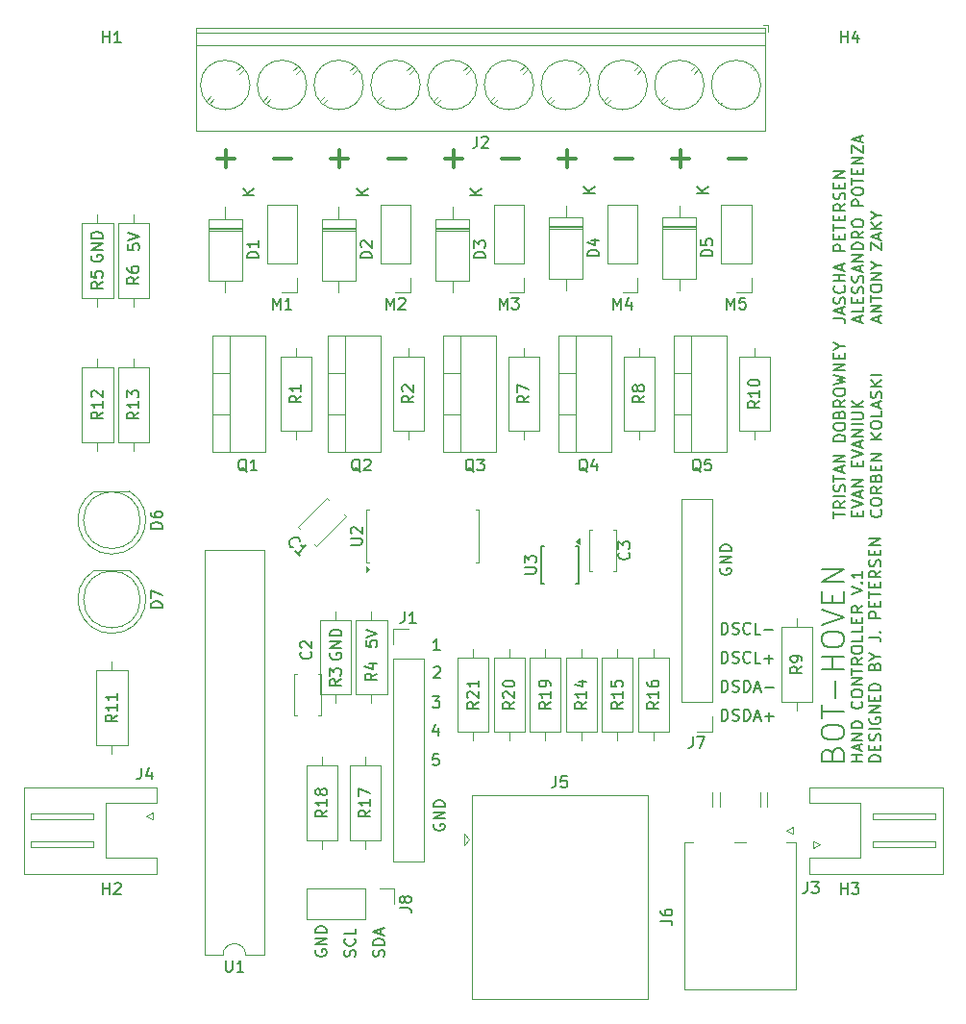
<source format=gbr>
%TF.GenerationSoftware,KiCad,Pcbnew,8.0.4*%
%TF.CreationDate,2024-12-05T04:28:12-06:00*%
%TF.ProjectId,left_hand,6c656674-5f68-4616-9e64-2e6b69636164,rev?*%
%TF.SameCoordinates,Original*%
%TF.FileFunction,Legend,Top*%
%TF.FilePolarity,Positive*%
%FSLAX46Y46*%
G04 Gerber Fmt 4.6, Leading zero omitted, Abs format (unit mm)*
G04 Created by KiCad (PCBNEW 8.0.4) date 2024-12-05 04:28:12*
%MOMM*%
%LPD*%
G01*
G04 APERTURE LIST*
%ADD10C,0.300000*%
%ADD11C,0.200000*%
%ADD12C,0.150000*%
%ADD13C,0.120000*%
G04 APERTURE END LIST*
D10*
X149349254Y-68477734D02*
X150873064Y-68477734D01*
X150111159Y-69239639D02*
X150111159Y-67715829D01*
D11*
X137979838Y-138171517D02*
X137932219Y-138266755D01*
X137932219Y-138266755D02*
X137932219Y-138409612D01*
X137932219Y-138409612D02*
X137979838Y-138552469D01*
X137979838Y-138552469D02*
X138075076Y-138647707D01*
X138075076Y-138647707D02*
X138170314Y-138695326D01*
X138170314Y-138695326D02*
X138360790Y-138742945D01*
X138360790Y-138742945D02*
X138503647Y-138742945D01*
X138503647Y-138742945D02*
X138694123Y-138695326D01*
X138694123Y-138695326D02*
X138789361Y-138647707D01*
X138789361Y-138647707D02*
X138884600Y-138552469D01*
X138884600Y-138552469D02*
X138932219Y-138409612D01*
X138932219Y-138409612D02*
X138932219Y-138314374D01*
X138932219Y-138314374D02*
X138884600Y-138171517D01*
X138884600Y-138171517D02*
X138836980Y-138123898D01*
X138836980Y-138123898D02*
X138503647Y-138123898D01*
X138503647Y-138123898D02*
X138503647Y-138314374D01*
X138932219Y-137695326D02*
X137932219Y-137695326D01*
X137932219Y-137695326D02*
X138932219Y-137123898D01*
X138932219Y-137123898D02*
X137932219Y-137123898D01*
X138932219Y-136647707D02*
X137932219Y-136647707D01*
X137932219Y-136647707D02*
X137932219Y-136409612D01*
X137932219Y-136409612D02*
X137979838Y-136266755D01*
X137979838Y-136266755D02*
X138075076Y-136171517D01*
X138075076Y-136171517D02*
X138170314Y-136123898D01*
X138170314Y-136123898D02*
X138360790Y-136076279D01*
X138360790Y-136076279D02*
X138503647Y-136076279D01*
X138503647Y-136076279D02*
X138694123Y-136123898D01*
X138694123Y-136123898D02*
X138789361Y-136171517D01*
X138789361Y-136171517D02*
X138884600Y-136266755D01*
X138884600Y-136266755D02*
X138932219Y-136409612D01*
X138932219Y-136409612D02*
X138932219Y-136647707D01*
X173724673Y-112897219D02*
X173724673Y-111897219D01*
X173724673Y-111897219D02*
X173962768Y-111897219D01*
X173962768Y-111897219D02*
X174105625Y-111944838D01*
X174105625Y-111944838D02*
X174200863Y-112040076D01*
X174200863Y-112040076D02*
X174248482Y-112135314D01*
X174248482Y-112135314D02*
X174296101Y-112325790D01*
X174296101Y-112325790D02*
X174296101Y-112468647D01*
X174296101Y-112468647D02*
X174248482Y-112659123D01*
X174248482Y-112659123D02*
X174200863Y-112754361D01*
X174200863Y-112754361D02*
X174105625Y-112849600D01*
X174105625Y-112849600D02*
X173962768Y-112897219D01*
X173962768Y-112897219D02*
X173724673Y-112897219D01*
X174677054Y-112849600D02*
X174819911Y-112897219D01*
X174819911Y-112897219D02*
X175058006Y-112897219D01*
X175058006Y-112897219D02*
X175153244Y-112849600D01*
X175153244Y-112849600D02*
X175200863Y-112801980D01*
X175200863Y-112801980D02*
X175248482Y-112706742D01*
X175248482Y-112706742D02*
X175248482Y-112611504D01*
X175248482Y-112611504D02*
X175200863Y-112516266D01*
X175200863Y-112516266D02*
X175153244Y-112468647D01*
X175153244Y-112468647D02*
X175058006Y-112421028D01*
X175058006Y-112421028D02*
X174867530Y-112373409D01*
X174867530Y-112373409D02*
X174772292Y-112325790D01*
X174772292Y-112325790D02*
X174724673Y-112278171D01*
X174724673Y-112278171D02*
X174677054Y-112182933D01*
X174677054Y-112182933D02*
X174677054Y-112087695D01*
X174677054Y-112087695D02*
X174724673Y-111992457D01*
X174724673Y-111992457D02*
X174772292Y-111944838D01*
X174772292Y-111944838D02*
X174867530Y-111897219D01*
X174867530Y-111897219D02*
X175105625Y-111897219D01*
X175105625Y-111897219D02*
X175248482Y-111944838D01*
X176248482Y-112801980D02*
X176200863Y-112849600D01*
X176200863Y-112849600D02*
X176058006Y-112897219D01*
X176058006Y-112897219D02*
X175962768Y-112897219D01*
X175962768Y-112897219D02*
X175819911Y-112849600D01*
X175819911Y-112849600D02*
X175724673Y-112754361D01*
X175724673Y-112754361D02*
X175677054Y-112659123D01*
X175677054Y-112659123D02*
X175629435Y-112468647D01*
X175629435Y-112468647D02*
X175629435Y-112325790D01*
X175629435Y-112325790D02*
X175677054Y-112135314D01*
X175677054Y-112135314D02*
X175724673Y-112040076D01*
X175724673Y-112040076D02*
X175819911Y-111944838D01*
X175819911Y-111944838D02*
X175962768Y-111897219D01*
X175962768Y-111897219D02*
X176058006Y-111897219D01*
X176058006Y-111897219D02*
X176200863Y-111944838D01*
X176200863Y-111944838D02*
X176248482Y-111992457D01*
X177153244Y-112897219D02*
X176677054Y-112897219D01*
X176677054Y-112897219D02*
X176677054Y-111897219D01*
X177486578Y-112516266D02*
X178248483Y-112516266D01*
X177867530Y-112897219D02*
X177867530Y-112135314D01*
D10*
X144336837Y-68477731D02*
X145860647Y-68477731D01*
X129322738Y-68477733D02*
X130846548Y-68477733D01*
X130084643Y-69239638D02*
X130084643Y-67715828D01*
D11*
X173724673Y-117977219D02*
X173724673Y-116977219D01*
X173724673Y-116977219D02*
X173962768Y-116977219D01*
X173962768Y-116977219D02*
X174105625Y-117024838D01*
X174105625Y-117024838D02*
X174200863Y-117120076D01*
X174200863Y-117120076D02*
X174248482Y-117215314D01*
X174248482Y-117215314D02*
X174296101Y-117405790D01*
X174296101Y-117405790D02*
X174296101Y-117548647D01*
X174296101Y-117548647D02*
X174248482Y-117739123D01*
X174248482Y-117739123D02*
X174200863Y-117834361D01*
X174200863Y-117834361D02*
X174105625Y-117929600D01*
X174105625Y-117929600D02*
X173962768Y-117977219D01*
X173962768Y-117977219D02*
X173724673Y-117977219D01*
X174677054Y-117929600D02*
X174819911Y-117977219D01*
X174819911Y-117977219D02*
X175058006Y-117977219D01*
X175058006Y-117977219D02*
X175153244Y-117929600D01*
X175153244Y-117929600D02*
X175200863Y-117881980D01*
X175200863Y-117881980D02*
X175248482Y-117786742D01*
X175248482Y-117786742D02*
X175248482Y-117691504D01*
X175248482Y-117691504D02*
X175200863Y-117596266D01*
X175200863Y-117596266D02*
X175153244Y-117548647D01*
X175153244Y-117548647D02*
X175058006Y-117501028D01*
X175058006Y-117501028D02*
X174867530Y-117453409D01*
X174867530Y-117453409D02*
X174772292Y-117405790D01*
X174772292Y-117405790D02*
X174724673Y-117358171D01*
X174724673Y-117358171D02*
X174677054Y-117262933D01*
X174677054Y-117262933D02*
X174677054Y-117167695D01*
X174677054Y-117167695D02*
X174724673Y-117072457D01*
X174724673Y-117072457D02*
X174772292Y-117024838D01*
X174772292Y-117024838D02*
X174867530Y-116977219D01*
X174867530Y-116977219D02*
X175105625Y-116977219D01*
X175105625Y-116977219D02*
X175248482Y-117024838D01*
X175677054Y-117977219D02*
X175677054Y-116977219D01*
X175677054Y-116977219D02*
X175915149Y-116977219D01*
X175915149Y-116977219D02*
X176058006Y-117024838D01*
X176058006Y-117024838D02*
X176153244Y-117120076D01*
X176153244Y-117120076D02*
X176200863Y-117215314D01*
X176200863Y-117215314D02*
X176248482Y-117405790D01*
X176248482Y-117405790D02*
X176248482Y-117548647D01*
X176248482Y-117548647D02*
X176200863Y-117739123D01*
X176200863Y-117739123D02*
X176153244Y-117834361D01*
X176153244Y-117834361D02*
X176058006Y-117929600D01*
X176058006Y-117929600D02*
X175915149Y-117977219D01*
X175915149Y-117977219D02*
X175677054Y-117977219D01*
X176629435Y-117691504D02*
X177105625Y-117691504D01*
X176534197Y-117977219D02*
X176867530Y-116977219D01*
X176867530Y-116977219D02*
X177200863Y-117977219D01*
X177534197Y-117596266D02*
X178296102Y-117596266D01*
X177915149Y-117977219D02*
X177915149Y-117215314D01*
D10*
X134333511Y-68477732D02*
X135857321Y-68477732D01*
X169319463Y-68477733D02*
X170843273Y-68477733D01*
X170081368Y-69239638D02*
X170081368Y-67715828D01*
D11*
X148395567Y-127086839D02*
X148347948Y-127182077D01*
X148347948Y-127182077D02*
X148347948Y-127324934D01*
X148347948Y-127324934D02*
X148395567Y-127467791D01*
X148395567Y-127467791D02*
X148490805Y-127563029D01*
X148490805Y-127563029D02*
X148586043Y-127610648D01*
X148586043Y-127610648D02*
X148776519Y-127658267D01*
X148776519Y-127658267D02*
X148919376Y-127658267D01*
X148919376Y-127658267D02*
X149109852Y-127610648D01*
X149109852Y-127610648D02*
X149205090Y-127563029D01*
X149205090Y-127563029D02*
X149300329Y-127467791D01*
X149300329Y-127467791D02*
X149347948Y-127324934D01*
X149347948Y-127324934D02*
X149347948Y-127229696D01*
X149347948Y-127229696D02*
X149300329Y-127086839D01*
X149300329Y-127086839D02*
X149252709Y-127039220D01*
X149252709Y-127039220D02*
X148919376Y-127039220D01*
X148919376Y-127039220D02*
X148919376Y-127229696D01*
X149347948Y-126610648D02*
X148347948Y-126610648D01*
X148347948Y-126610648D02*
X149347948Y-126039220D01*
X149347948Y-126039220D02*
X148347948Y-126039220D01*
X149347948Y-125563029D02*
X148347948Y-125563029D01*
X148347948Y-125563029D02*
X148347948Y-125324934D01*
X148347948Y-125324934D02*
X148395567Y-125182077D01*
X148395567Y-125182077D02*
X148490805Y-125086839D01*
X148490805Y-125086839D02*
X148586043Y-125039220D01*
X148586043Y-125039220D02*
X148776519Y-124991601D01*
X148776519Y-124991601D02*
X148919376Y-124991601D01*
X148919376Y-124991601D02*
X149109852Y-125039220D01*
X149109852Y-125039220D02*
X149205090Y-125086839D01*
X149205090Y-125086839D02*
X149300329Y-125182077D01*
X149300329Y-125182077D02*
X149347948Y-125324934D01*
X149347948Y-125324934D02*
X149347948Y-125563029D01*
D10*
X154360027Y-68477733D02*
X155883837Y-68477733D01*
D11*
X141424600Y-138742945D02*
X141472219Y-138600088D01*
X141472219Y-138600088D02*
X141472219Y-138361993D01*
X141472219Y-138361993D02*
X141424600Y-138266755D01*
X141424600Y-138266755D02*
X141376980Y-138219136D01*
X141376980Y-138219136D02*
X141281742Y-138171517D01*
X141281742Y-138171517D02*
X141186504Y-138171517D01*
X141186504Y-138171517D02*
X141091266Y-138219136D01*
X141091266Y-138219136D02*
X141043647Y-138266755D01*
X141043647Y-138266755D02*
X140996028Y-138361993D01*
X140996028Y-138361993D02*
X140948409Y-138552469D01*
X140948409Y-138552469D02*
X140900790Y-138647707D01*
X140900790Y-138647707D02*
X140853171Y-138695326D01*
X140853171Y-138695326D02*
X140757933Y-138742945D01*
X140757933Y-138742945D02*
X140662695Y-138742945D01*
X140662695Y-138742945D02*
X140567457Y-138695326D01*
X140567457Y-138695326D02*
X140519838Y-138647707D01*
X140519838Y-138647707D02*
X140472219Y-138552469D01*
X140472219Y-138552469D02*
X140472219Y-138314374D01*
X140472219Y-138314374D02*
X140519838Y-138171517D01*
X141376980Y-137171517D02*
X141424600Y-137219136D01*
X141424600Y-137219136D02*
X141472219Y-137361993D01*
X141472219Y-137361993D02*
X141472219Y-137457231D01*
X141472219Y-137457231D02*
X141424600Y-137600088D01*
X141424600Y-137600088D02*
X141329361Y-137695326D01*
X141329361Y-137695326D02*
X141234123Y-137742945D01*
X141234123Y-137742945D02*
X141043647Y-137790564D01*
X141043647Y-137790564D02*
X140900790Y-137790564D01*
X140900790Y-137790564D02*
X140710314Y-137742945D01*
X140710314Y-137742945D02*
X140615076Y-137695326D01*
X140615076Y-137695326D02*
X140519838Y-137600088D01*
X140519838Y-137600088D02*
X140472219Y-137457231D01*
X140472219Y-137457231D02*
X140472219Y-137361993D01*
X140472219Y-137361993D02*
X140519838Y-137219136D01*
X140519838Y-137219136D02*
X140567457Y-137171517D01*
X141472219Y-136266755D02*
X141472219Y-136742945D01*
X141472219Y-136742945D02*
X140472219Y-136742945D01*
X148385377Y-113288401D02*
X148432996Y-113240782D01*
X148432996Y-113240782D02*
X148528234Y-113193163D01*
X148528234Y-113193163D02*
X148766329Y-113193163D01*
X148766329Y-113193163D02*
X148861567Y-113240782D01*
X148861567Y-113240782D02*
X148909186Y-113288401D01*
X148909186Y-113288401D02*
X148956805Y-113383639D01*
X148956805Y-113383639D02*
X148956805Y-113478877D01*
X148956805Y-113478877D02*
X148909186Y-113621734D01*
X148909186Y-113621734D02*
X148337758Y-114193163D01*
X148337758Y-114193163D02*
X148956805Y-114193163D01*
X173724673Y-115437219D02*
X173724673Y-114437219D01*
X173724673Y-114437219D02*
X173962768Y-114437219D01*
X173962768Y-114437219D02*
X174105625Y-114484838D01*
X174105625Y-114484838D02*
X174200863Y-114580076D01*
X174200863Y-114580076D02*
X174248482Y-114675314D01*
X174248482Y-114675314D02*
X174296101Y-114865790D01*
X174296101Y-114865790D02*
X174296101Y-115008647D01*
X174296101Y-115008647D02*
X174248482Y-115199123D01*
X174248482Y-115199123D02*
X174200863Y-115294361D01*
X174200863Y-115294361D02*
X174105625Y-115389600D01*
X174105625Y-115389600D02*
X173962768Y-115437219D01*
X173962768Y-115437219D02*
X173724673Y-115437219D01*
X174677054Y-115389600D02*
X174819911Y-115437219D01*
X174819911Y-115437219D02*
X175058006Y-115437219D01*
X175058006Y-115437219D02*
X175153244Y-115389600D01*
X175153244Y-115389600D02*
X175200863Y-115341980D01*
X175200863Y-115341980D02*
X175248482Y-115246742D01*
X175248482Y-115246742D02*
X175248482Y-115151504D01*
X175248482Y-115151504D02*
X175200863Y-115056266D01*
X175200863Y-115056266D02*
X175153244Y-115008647D01*
X175153244Y-115008647D02*
X175058006Y-114961028D01*
X175058006Y-114961028D02*
X174867530Y-114913409D01*
X174867530Y-114913409D02*
X174772292Y-114865790D01*
X174772292Y-114865790D02*
X174724673Y-114818171D01*
X174724673Y-114818171D02*
X174677054Y-114722933D01*
X174677054Y-114722933D02*
X174677054Y-114627695D01*
X174677054Y-114627695D02*
X174724673Y-114532457D01*
X174724673Y-114532457D02*
X174772292Y-114484838D01*
X174772292Y-114484838D02*
X174867530Y-114437219D01*
X174867530Y-114437219D02*
X175105625Y-114437219D01*
X175105625Y-114437219D02*
X175248482Y-114484838D01*
X175677054Y-115437219D02*
X175677054Y-114437219D01*
X175677054Y-114437219D02*
X175915149Y-114437219D01*
X175915149Y-114437219D02*
X176058006Y-114484838D01*
X176058006Y-114484838D02*
X176153244Y-114580076D01*
X176153244Y-114580076D02*
X176200863Y-114675314D01*
X176200863Y-114675314D02*
X176248482Y-114865790D01*
X176248482Y-114865790D02*
X176248482Y-115008647D01*
X176248482Y-115008647D02*
X176200863Y-115199123D01*
X176200863Y-115199123D02*
X176153244Y-115294361D01*
X176153244Y-115294361D02*
X176058006Y-115389600D01*
X176058006Y-115389600D02*
X175915149Y-115437219D01*
X175915149Y-115437219D02*
X175677054Y-115437219D01*
X176629435Y-115151504D02*
X177105625Y-115151504D01*
X176534197Y-115437219D02*
X176867530Y-114437219D01*
X176867530Y-114437219D02*
X177200863Y-115437219D01*
X177534197Y-115056266D02*
X178296102Y-115056266D01*
D12*
X139287921Y-112035064D02*
X139240302Y-112130302D01*
X139240302Y-112130302D02*
X139240302Y-112273159D01*
X139240302Y-112273159D02*
X139287921Y-112416016D01*
X139287921Y-112416016D02*
X139383159Y-112511254D01*
X139383159Y-112511254D02*
X139478397Y-112558873D01*
X139478397Y-112558873D02*
X139668873Y-112606492D01*
X139668873Y-112606492D02*
X139811730Y-112606492D01*
X139811730Y-112606492D02*
X140002206Y-112558873D01*
X140002206Y-112558873D02*
X140097444Y-112511254D01*
X140097444Y-112511254D02*
X140192683Y-112416016D01*
X140192683Y-112416016D02*
X140240302Y-112273159D01*
X140240302Y-112273159D02*
X140240302Y-112177921D01*
X140240302Y-112177921D02*
X140192683Y-112035064D01*
X140192683Y-112035064D02*
X140145063Y-111987445D01*
X140145063Y-111987445D02*
X139811730Y-111987445D01*
X139811730Y-111987445D02*
X139811730Y-112177921D01*
X140240302Y-111558873D02*
X139240302Y-111558873D01*
X139240302Y-111558873D02*
X140240302Y-110987445D01*
X140240302Y-110987445D02*
X139240302Y-110987445D01*
X140240302Y-110511254D02*
X139240302Y-110511254D01*
X139240302Y-110511254D02*
X139240302Y-110273159D01*
X139240302Y-110273159D02*
X139287921Y-110130302D01*
X139287921Y-110130302D02*
X139383159Y-110035064D01*
X139383159Y-110035064D02*
X139478397Y-109987445D01*
X139478397Y-109987445D02*
X139668873Y-109939826D01*
X139668873Y-109939826D02*
X139811730Y-109939826D01*
X139811730Y-109939826D02*
X140002206Y-109987445D01*
X140002206Y-109987445D02*
X140097444Y-110035064D01*
X140097444Y-110035064D02*
X140192683Y-110130302D01*
X140192683Y-110130302D02*
X140240302Y-110273159D01*
X140240302Y-110273159D02*
X140240302Y-110511254D01*
D10*
X159352580Y-68477733D02*
X160876390Y-68477733D01*
X160114485Y-69239638D02*
X160114485Y-67715828D01*
D12*
X142379819Y-110947030D02*
X142379819Y-111423220D01*
X142379819Y-111423220D02*
X142856009Y-111470839D01*
X142856009Y-111470839D02*
X142808390Y-111423220D01*
X142808390Y-111423220D02*
X142760771Y-111327982D01*
X142760771Y-111327982D02*
X142760771Y-111089887D01*
X142760771Y-111089887D02*
X142808390Y-110994649D01*
X142808390Y-110994649D02*
X142856009Y-110947030D01*
X142856009Y-110947030D02*
X142951247Y-110899411D01*
X142951247Y-110899411D02*
X143189342Y-110899411D01*
X143189342Y-110899411D02*
X143284580Y-110947030D01*
X143284580Y-110947030D02*
X143332200Y-110994649D01*
X143332200Y-110994649D02*
X143379819Y-111089887D01*
X143379819Y-111089887D02*
X143379819Y-111327982D01*
X143379819Y-111327982D02*
X143332200Y-111423220D01*
X143332200Y-111423220D02*
X143284580Y-111470839D01*
X142379819Y-110613696D02*
X143379819Y-110280363D01*
X143379819Y-110280363D02*
X142379819Y-109947030D01*
D10*
X174330236Y-68477732D02*
X175854046Y-68477732D01*
D12*
X183609931Y-100136077D02*
X183609931Y-99564649D01*
X184609931Y-99850363D02*
X183609931Y-99850363D01*
X184609931Y-98659887D02*
X184133740Y-98993220D01*
X184609931Y-99231315D02*
X183609931Y-99231315D01*
X183609931Y-99231315D02*
X183609931Y-98850363D01*
X183609931Y-98850363D02*
X183657550Y-98755125D01*
X183657550Y-98755125D02*
X183705169Y-98707506D01*
X183705169Y-98707506D02*
X183800407Y-98659887D01*
X183800407Y-98659887D02*
X183943264Y-98659887D01*
X183943264Y-98659887D02*
X184038502Y-98707506D01*
X184038502Y-98707506D02*
X184086121Y-98755125D01*
X184086121Y-98755125D02*
X184133740Y-98850363D01*
X184133740Y-98850363D02*
X184133740Y-99231315D01*
X184609931Y-98231315D02*
X183609931Y-98231315D01*
X184562312Y-97802744D02*
X184609931Y-97659887D01*
X184609931Y-97659887D02*
X184609931Y-97421792D01*
X184609931Y-97421792D02*
X184562312Y-97326554D01*
X184562312Y-97326554D02*
X184514692Y-97278935D01*
X184514692Y-97278935D02*
X184419454Y-97231316D01*
X184419454Y-97231316D02*
X184324216Y-97231316D01*
X184324216Y-97231316D02*
X184228978Y-97278935D01*
X184228978Y-97278935D02*
X184181359Y-97326554D01*
X184181359Y-97326554D02*
X184133740Y-97421792D01*
X184133740Y-97421792D02*
X184086121Y-97612268D01*
X184086121Y-97612268D02*
X184038502Y-97707506D01*
X184038502Y-97707506D02*
X183990883Y-97755125D01*
X183990883Y-97755125D02*
X183895645Y-97802744D01*
X183895645Y-97802744D02*
X183800407Y-97802744D01*
X183800407Y-97802744D02*
X183705169Y-97755125D01*
X183705169Y-97755125D02*
X183657550Y-97707506D01*
X183657550Y-97707506D02*
X183609931Y-97612268D01*
X183609931Y-97612268D02*
X183609931Y-97374173D01*
X183609931Y-97374173D02*
X183657550Y-97231316D01*
X183609931Y-96945601D02*
X183609931Y-96374173D01*
X184609931Y-96659887D02*
X183609931Y-96659887D01*
X184324216Y-96088458D02*
X184324216Y-95612268D01*
X184609931Y-96183696D02*
X183609931Y-95850363D01*
X183609931Y-95850363D02*
X184609931Y-95517030D01*
X184609931Y-95183696D02*
X183609931Y-95183696D01*
X183609931Y-95183696D02*
X184609931Y-94612268D01*
X184609931Y-94612268D02*
X183609931Y-94612268D01*
X184609931Y-93374172D02*
X183609931Y-93374172D01*
X183609931Y-93374172D02*
X183609931Y-93136077D01*
X183609931Y-93136077D02*
X183657550Y-92993220D01*
X183657550Y-92993220D02*
X183752788Y-92897982D01*
X183752788Y-92897982D02*
X183848026Y-92850363D01*
X183848026Y-92850363D02*
X184038502Y-92802744D01*
X184038502Y-92802744D02*
X184181359Y-92802744D01*
X184181359Y-92802744D02*
X184371835Y-92850363D01*
X184371835Y-92850363D02*
X184467073Y-92897982D01*
X184467073Y-92897982D02*
X184562312Y-92993220D01*
X184562312Y-92993220D02*
X184609931Y-93136077D01*
X184609931Y-93136077D02*
X184609931Y-93374172D01*
X183609931Y-92183696D02*
X183609931Y-91993220D01*
X183609931Y-91993220D02*
X183657550Y-91897982D01*
X183657550Y-91897982D02*
X183752788Y-91802744D01*
X183752788Y-91802744D02*
X183943264Y-91755125D01*
X183943264Y-91755125D02*
X184276597Y-91755125D01*
X184276597Y-91755125D02*
X184467073Y-91802744D01*
X184467073Y-91802744D02*
X184562312Y-91897982D01*
X184562312Y-91897982D02*
X184609931Y-91993220D01*
X184609931Y-91993220D02*
X184609931Y-92183696D01*
X184609931Y-92183696D02*
X184562312Y-92278934D01*
X184562312Y-92278934D02*
X184467073Y-92374172D01*
X184467073Y-92374172D02*
X184276597Y-92421791D01*
X184276597Y-92421791D02*
X183943264Y-92421791D01*
X183943264Y-92421791D02*
X183752788Y-92374172D01*
X183752788Y-92374172D02*
X183657550Y-92278934D01*
X183657550Y-92278934D02*
X183609931Y-92183696D01*
X184086121Y-90993220D02*
X184133740Y-90850363D01*
X184133740Y-90850363D02*
X184181359Y-90802744D01*
X184181359Y-90802744D02*
X184276597Y-90755125D01*
X184276597Y-90755125D02*
X184419454Y-90755125D01*
X184419454Y-90755125D02*
X184514692Y-90802744D01*
X184514692Y-90802744D02*
X184562312Y-90850363D01*
X184562312Y-90850363D02*
X184609931Y-90945601D01*
X184609931Y-90945601D02*
X184609931Y-91326553D01*
X184609931Y-91326553D02*
X183609931Y-91326553D01*
X183609931Y-91326553D02*
X183609931Y-90993220D01*
X183609931Y-90993220D02*
X183657550Y-90897982D01*
X183657550Y-90897982D02*
X183705169Y-90850363D01*
X183705169Y-90850363D02*
X183800407Y-90802744D01*
X183800407Y-90802744D02*
X183895645Y-90802744D01*
X183895645Y-90802744D02*
X183990883Y-90850363D01*
X183990883Y-90850363D02*
X184038502Y-90897982D01*
X184038502Y-90897982D02*
X184086121Y-90993220D01*
X184086121Y-90993220D02*
X184086121Y-91326553D01*
X184609931Y-89755125D02*
X184133740Y-90088458D01*
X184609931Y-90326553D02*
X183609931Y-90326553D01*
X183609931Y-90326553D02*
X183609931Y-89945601D01*
X183609931Y-89945601D02*
X183657550Y-89850363D01*
X183657550Y-89850363D02*
X183705169Y-89802744D01*
X183705169Y-89802744D02*
X183800407Y-89755125D01*
X183800407Y-89755125D02*
X183943264Y-89755125D01*
X183943264Y-89755125D02*
X184038502Y-89802744D01*
X184038502Y-89802744D02*
X184086121Y-89850363D01*
X184086121Y-89850363D02*
X184133740Y-89945601D01*
X184133740Y-89945601D02*
X184133740Y-90326553D01*
X183609931Y-89136077D02*
X183609931Y-88945601D01*
X183609931Y-88945601D02*
X183657550Y-88850363D01*
X183657550Y-88850363D02*
X183752788Y-88755125D01*
X183752788Y-88755125D02*
X183943264Y-88707506D01*
X183943264Y-88707506D02*
X184276597Y-88707506D01*
X184276597Y-88707506D02*
X184467073Y-88755125D01*
X184467073Y-88755125D02*
X184562312Y-88850363D01*
X184562312Y-88850363D02*
X184609931Y-88945601D01*
X184609931Y-88945601D02*
X184609931Y-89136077D01*
X184609931Y-89136077D02*
X184562312Y-89231315D01*
X184562312Y-89231315D02*
X184467073Y-89326553D01*
X184467073Y-89326553D02*
X184276597Y-89374172D01*
X184276597Y-89374172D02*
X183943264Y-89374172D01*
X183943264Y-89374172D02*
X183752788Y-89326553D01*
X183752788Y-89326553D02*
X183657550Y-89231315D01*
X183657550Y-89231315D02*
X183609931Y-89136077D01*
X183609931Y-88374172D02*
X184609931Y-88136077D01*
X184609931Y-88136077D02*
X183895645Y-87945601D01*
X183895645Y-87945601D02*
X184609931Y-87755125D01*
X184609931Y-87755125D02*
X183609931Y-87517030D01*
X184609931Y-87136077D02*
X183609931Y-87136077D01*
X183609931Y-87136077D02*
X184609931Y-86564649D01*
X184609931Y-86564649D02*
X183609931Y-86564649D01*
X184086121Y-86088458D02*
X184086121Y-85755125D01*
X184609931Y-85612268D02*
X184609931Y-86088458D01*
X184609931Y-86088458D02*
X183609931Y-86088458D01*
X183609931Y-86088458D02*
X183609931Y-85612268D01*
X184133740Y-84993220D02*
X184609931Y-84993220D01*
X183609931Y-85326553D02*
X184133740Y-84993220D01*
X184133740Y-84993220D02*
X183609931Y-84659887D01*
X185696065Y-99993220D02*
X185696065Y-99659887D01*
X186219875Y-99517030D02*
X186219875Y-99993220D01*
X186219875Y-99993220D02*
X185219875Y-99993220D01*
X185219875Y-99993220D02*
X185219875Y-99517030D01*
X185219875Y-99231315D02*
X186219875Y-98897982D01*
X186219875Y-98897982D02*
X185219875Y-98564649D01*
X185934160Y-98278934D02*
X185934160Y-97802744D01*
X186219875Y-98374172D02*
X185219875Y-98040839D01*
X185219875Y-98040839D02*
X186219875Y-97707506D01*
X186219875Y-97374172D02*
X185219875Y-97374172D01*
X185219875Y-97374172D02*
X186219875Y-96802744D01*
X186219875Y-96802744D02*
X185219875Y-96802744D01*
X185696065Y-95564648D02*
X185696065Y-95231315D01*
X186219875Y-95088458D02*
X186219875Y-95564648D01*
X186219875Y-95564648D02*
X185219875Y-95564648D01*
X185219875Y-95564648D02*
X185219875Y-95088458D01*
X185219875Y-94802743D02*
X186219875Y-94469410D01*
X186219875Y-94469410D02*
X185219875Y-94136077D01*
X185934160Y-93850362D02*
X185934160Y-93374172D01*
X186219875Y-93945600D02*
X185219875Y-93612267D01*
X185219875Y-93612267D02*
X186219875Y-93278934D01*
X186219875Y-92945600D02*
X185219875Y-92945600D01*
X185219875Y-92945600D02*
X186219875Y-92374172D01*
X186219875Y-92374172D02*
X185219875Y-92374172D01*
X186219875Y-91897981D02*
X185219875Y-91897981D01*
X185219875Y-91421791D02*
X186029398Y-91421791D01*
X186029398Y-91421791D02*
X186124636Y-91374172D01*
X186124636Y-91374172D02*
X186172256Y-91326553D01*
X186172256Y-91326553D02*
X186219875Y-91231315D01*
X186219875Y-91231315D02*
X186219875Y-91040839D01*
X186219875Y-91040839D02*
X186172256Y-90945601D01*
X186172256Y-90945601D02*
X186124636Y-90897982D01*
X186124636Y-90897982D02*
X186029398Y-90850363D01*
X186029398Y-90850363D02*
X185219875Y-90850363D01*
X186219875Y-90374172D02*
X185219875Y-90374172D01*
X186219875Y-89802744D02*
X185648446Y-90231315D01*
X185219875Y-89802744D02*
X185791303Y-90374172D01*
X187734580Y-99421792D02*
X187782200Y-99469411D01*
X187782200Y-99469411D02*
X187829819Y-99612268D01*
X187829819Y-99612268D02*
X187829819Y-99707506D01*
X187829819Y-99707506D02*
X187782200Y-99850363D01*
X187782200Y-99850363D02*
X187686961Y-99945601D01*
X187686961Y-99945601D02*
X187591723Y-99993220D01*
X187591723Y-99993220D02*
X187401247Y-100040839D01*
X187401247Y-100040839D02*
X187258390Y-100040839D01*
X187258390Y-100040839D02*
X187067914Y-99993220D01*
X187067914Y-99993220D02*
X186972676Y-99945601D01*
X186972676Y-99945601D02*
X186877438Y-99850363D01*
X186877438Y-99850363D02*
X186829819Y-99707506D01*
X186829819Y-99707506D02*
X186829819Y-99612268D01*
X186829819Y-99612268D02*
X186877438Y-99469411D01*
X186877438Y-99469411D02*
X186925057Y-99421792D01*
X186829819Y-98802744D02*
X186829819Y-98612268D01*
X186829819Y-98612268D02*
X186877438Y-98517030D01*
X186877438Y-98517030D02*
X186972676Y-98421792D01*
X186972676Y-98421792D02*
X187163152Y-98374173D01*
X187163152Y-98374173D02*
X187496485Y-98374173D01*
X187496485Y-98374173D02*
X187686961Y-98421792D01*
X187686961Y-98421792D02*
X187782200Y-98517030D01*
X187782200Y-98517030D02*
X187829819Y-98612268D01*
X187829819Y-98612268D02*
X187829819Y-98802744D01*
X187829819Y-98802744D02*
X187782200Y-98897982D01*
X187782200Y-98897982D02*
X187686961Y-98993220D01*
X187686961Y-98993220D02*
X187496485Y-99040839D01*
X187496485Y-99040839D02*
X187163152Y-99040839D01*
X187163152Y-99040839D02*
X186972676Y-98993220D01*
X186972676Y-98993220D02*
X186877438Y-98897982D01*
X186877438Y-98897982D02*
X186829819Y-98802744D01*
X187829819Y-97374173D02*
X187353628Y-97707506D01*
X187829819Y-97945601D02*
X186829819Y-97945601D01*
X186829819Y-97945601D02*
X186829819Y-97564649D01*
X186829819Y-97564649D02*
X186877438Y-97469411D01*
X186877438Y-97469411D02*
X186925057Y-97421792D01*
X186925057Y-97421792D02*
X187020295Y-97374173D01*
X187020295Y-97374173D02*
X187163152Y-97374173D01*
X187163152Y-97374173D02*
X187258390Y-97421792D01*
X187258390Y-97421792D02*
X187306009Y-97469411D01*
X187306009Y-97469411D02*
X187353628Y-97564649D01*
X187353628Y-97564649D02*
X187353628Y-97945601D01*
X187306009Y-96612268D02*
X187353628Y-96469411D01*
X187353628Y-96469411D02*
X187401247Y-96421792D01*
X187401247Y-96421792D02*
X187496485Y-96374173D01*
X187496485Y-96374173D02*
X187639342Y-96374173D01*
X187639342Y-96374173D02*
X187734580Y-96421792D01*
X187734580Y-96421792D02*
X187782200Y-96469411D01*
X187782200Y-96469411D02*
X187829819Y-96564649D01*
X187829819Y-96564649D02*
X187829819Y-96945601D01*
X187829819Y-96945601D02*
X186829819Y-96945601D01*
X186829819Y-96945601D02*
X186829819Y-96612268D01*
X186829819Y-96612268D02*
X186877438Y-96517030D01*
X186877438Y-96517030D02*
X186925057Y-96469411D01*
X186925057Y-96469411D02*
X187020295Y-96421792D01*
X187020295Y-96421792D02*
X187115533Y-96421792D01*
X187115533Y-96421792D02*
X187210771Y-96469411D01*
X187210771Y-96469411D02*
X187258390Y-96517030D01*
X187258390Y-96517030D02*
X187306009Y-96612268D01*
X187306009Y-96612268D02*
X187306009Y-96945601D01*
X187306009Y-95945601D02*
X187306009Y-95612268D01*
X187829819Y-95469411D02*
X187829819Y-95945601D01*
X187829819Y-95945601D02*
X186829819Y-95945601D01*
X186829819Y-95945601D02*
X186829819Y-95469411D01*
X187829819Y-95040839D02*
X186829819Y-95040839D01*
X186829819Y-95040839D02*
X187829819Y-94469411D01*
X187829819Y-94469411D02*
X186829819Y-94469411D01*
X187829819Y-93231315D02*
X186829819Y-93231315D01*
X187829819Y-92659887D02*
X187258390Y-93088458D01*
X186829819Y-92659887D02*
X187401247Y-93231315D01*
X186829819Y-92040839D02*
X186829819Y-91850363D01*
X186829819Y-91850363D02*
X186877438Y-91755125D01*
X186877438Y-91755125D02*
X186972676Y-91659887D01*
X186972676Y-91659887D02*
X187163152Y-91612268D01*
X187163152Y-91612268D02*
X187496485Y-91612268D01*
X187496485Y-91612268D02*
X187686961Y-91659887D01*
X187686961Y-91659887D02*
X187782200Y-91755125D01*
X187782200Y-91755125D02*
X187829819Y-91850363D01*
X187829819Y-91850363D02*
X187829819Y-92040839D01*
X187829819Y-92040839D02*
X187782200Y-92136077D01*
X187782200Y-92136077D02*
X187686961Y-92231315D01*
X187686961Y-92231315D02*
X187496485Y-92278934D01*
X187496485Y-92278934D02*
X187163152Y-92278934D01*
X187163152Y-92278934D02*
X186972676Y-92231315D01*
X186972676Y-92231315D02*
X186877438Y-92136077D01*
X186877438Y-92136077D02*
X186829819Y-92040839D01*
X187829819Y-90707506D02*
X187829819Y-91183696D01*
X187829819Y-91183696D02*
X186829819Y-91183696D01*
X187544104Y-90421791D02*
X187544104Y-89945601D01*
X187829819Y-90517029D02*
X186829819Y-90183696D01*
X186829819Y-90183696D02*
X187829819Y-89850363D01*
X187782200Y-89564648D02*
X187829819Y-89421791D01*
X187829819Y-89421791D02*
X187829819Y-89183696D01*
X187829819Y-89183696D02*
X187782200Y-89088458D01*
X187782200Y-89088458D02*
X187734580Y-89040839D01*
X187734580Y-89040839D02*
X187639342Y-88993220D01*
X187639342Y-88993220D02*
X187544104Y-88993220D01*
X187544104Y-88993220D02*
X187448866Y-89040839D01*
X187448866Y-89040839D02*
X187401247Y-89088458D01*
X187401247Y-89088458D02*
X187353628Y-89183696D01*
X187353628Y-89183696D02*
X187306009Y-89374172D01*
X187306009Y-89374172D02*
X187258390Y-89469410D01*
X187258390Y-89469410D02*
X187210771Y-89517029D01*
X187210771Y-89517029D02*
X187115533Y-89564648D01*
X187115533Y-89564648D02*
X187020295Y-89564648D01*
X187020295Y-89564648D02*
X186925057Y-89517029D01*
X186925057Y-89517029D02*
X186877438Y-89469410D01*
X186877438Y-89469410D02*
X186829819Y-89374172D01*
X186829819Y-89374172D02*
X186829819Y-89136077D01*
X186829819Y-89136077D02*
X186877438Y-88993220D01*
X187829819Y-88564648D02*
X186829819Y-88564648D01*
X187829819Y-87993220D02*
X187258390Y-88421791D01*
X186829819Y-87993220D02*
X187401247Y-88564648D01*
X187829819Y-87564648D02*
X186829819Y-87564648D01*
X186144832Y-121583220D02*
X185144832Y-121583220D01*
X185621022Y-121583220D02*
X185621022Y-121011792D01*
X186144832Y-121011792D02*
X185144832Y-121011792D01*
X185859117Y-120583220D02*
X185859117Y-120107030D01*
X186144832Y-120678458D02*
X185144832Y-120345125D01*
X185144832Y-120345125D02*
X186144832Y-120011792D01*
X186144832Y-119678458D02*
X185144832Y-119678458D01*
X185144832Y-119678458D02*
X186144832Y-119107030D01*
X186144832Y-119107030D02*
X185144832Y-119107030D01*
X186144832Y-118630839D02*
X185144832Y-118630839D01*
X185144832Y-118630839D02*
X185144832Y-118392744D01*
X185144832Y-118392744D02*
X185192451Y-118249887D01*
X185192451Y-118249887D02*
X185287689Y-118154649D01*
X185287689Y-118154649D02*
X185382927Y-118107030D01*
X185382927Y-118107030D02*
X185573403Y-118059411D01*
X185573403Y-118059411D02*
X185716260Y-118059411D01*
X185716260Y-118059411D02*
X185906736Y-118107030D01*
X185906736Y-118107030D02*
X186001974Y-118154649D01*
X186001974Y-118154649D02*
X186097213Y-118249887D01*
X186097213Y-118249887D02*
X186144832Y-118392744D01*
X186144832Y-118392744D02*
X186144832Y-118630839D01*
X186049593Y-116297506D02*
X186097213Y-116345125D01*
X186097213Y-116345125D02*
X186144832Y-116487982D01*
X186144832Y-116487982D02*
X186144832Y-116583220D01*
X186144832Y-116583220D02*
X186097213Y-116726077D01*
X186097213Y-116726077D02*
X186001974Y-116821315D01*
X186001974Y-116821315D02*
X185906736Y-116868934D01*
X185906736Y-116868934D02*
X185716260Y-116916553D01*
X185716260Y-116916553D02*
X185573403Y-116916553D01*
X185573403Y-116916553D02*
X185382927Y-116868934D01*
X185382927Y-116868934D02*
X185287689Y-116821315D01*
X185287689Y-116821315D02*
X185192451Y-116726077D01*
X185192451Y-116726077D02*
X185144832Y-116583220D01*
X185144832Y-116583220D02*
X185144832Y-116487982D01*
X185144832Y-116487982D02*
X185192451Y-116345125D01*
X185192451Y-116345125D02*
X185240070Y-116297506D01*
X185144832Y-115678458D02*
X185144832Y-115487982D01*
X185144832Y-115487982D02*
X185192451Y-115392744D01*
X185192451Y-115392744D02*
X185287689Y-115297506D01*
X185287689Y-115297506D02*
X185478165Y-115249887D01*
X185478165Y-115249887D02*
X185811498Y-115249887D01*
X185811498Y-115249887D02*
X186001974Y-115297506D01*
X186001974Y-115297506D02*
X186097213Y-115392744D01*
X186097213Y-115392744D02*
X186144832Y-115487982D01*
X186144832Y-115487982D02*
X186144832Y-115678458D01*
X186144832Y-115678458D02*
X186097213Y-115773696D01*
X186097213Y-115773696D02*
X186001974Y-115868934D01*
X186001974Y-115868934D02*
X185811498Y-115916553D01*
X185811498Y-115916553D02*
X185478165Y-115916553D01*
X185478165Y-115916553D02*
X185287689Y-115868934D01*
X185287689Y-115868934D02*
X185192451Y-115773696D01*
X185192451Y-115773696D02*
X185144832Y-115678458D01*
X186144832Y-114821315D02*
X185144832Y-114821315D01*
X185144832Y-114821315D02*
X186144832Y-114249887D01*
X186144832Y-114249887D02*
X185144832Y-114249887D01*
X185144832Y-113916553D02*
X185144832Y-113345125D01*
X186144832Y-113630839D02*
X185144832Y-113630839D01*
X186144832Y-112440363D02*
X185668641Y-112773696D01*
X186144832Y-113011791D02*
X185144832Y-113011791D01*
X185144832Y-113011791D02*
X185144832Y-112630839D01*
X185144832Y-112630839D02*
X185192451Y-112535601D01*
X185192451Y-112535601D02*
X185240070Y-112487982D01*
X185240070Y-112487982D02*
X185335308Y-112440363D01*
X185335308Y-112440363D02*
X185478165Y-112440363D01*
X185478165Y-112440363D02*
X185573403Y-112487982D01*
X185573403Y-112487982D02*
X185621022Y-112535601D01*
X185621022Y-112535601D02*
X185668641Y-112630839D01*
X185668641Y-112630839D02*
X185668641Y-113011791D01*
X185144832Y-111821315D02*
X185144832Y-111630839D01*
X185144832Y-111630839D02*
X185192451Y-111535601D01*
X185192451Y-111535601D02*
X185287689Y-111440363D01*
X185287689Y-111440363D02*
X185478165Y-111392744D01*
X185478165Y-111392744D02*
X185811498Y-111392744D01*
X185811498Y-111392744D02*
X186001974Y-111440363D01*
X186001974Y-111440363D02*
X186097213Y-111535601D01*
X186097213Y-111535601D02*
X186144832Y-111630839D01*
X186144832Y-111630839D02*
X186144832Y-111821315D01*
X186144832Y-111821315D02*
X186097213Y-111916553D01*
X186097213Y-111916553D02*
X186001974Y-112011791D01*
X186001974Y-112011791D02*
X185811498Y-112059410D01*
X185811498Y-112059410D02*
X185478165Y-112059410D01*
X185478165Y-112059410D02*
X185287689Y-112011791D01*
X185287689Y-112011791D02*
X185192451Y-111916553D01*
X185192451Y-111916553D02*
X185144832Y-111821315D01*
X186144832Y-110487982D02*
X186144832Y-110964172D01*
X186144832Y-110964172D02*
X185144832Y-110964172D01*
X186144832Y-109678458D02*
X186144832Y-110154648D01*
X186144832Y-110154648D02*
X185144832Y-110154648D01*
X185621022Y-109345124D02*
X185621022Y-109011791D01*
X186144832Y-108868934D02*
X186144832Y-109345124D01*
X186144832Y-109345124D02*
X185144832Y-109345124D01*
X185144832Y-109345124D02*
X185144832Y-108868934D01*
X186144832Y-107868934D02*
X185668641Y-108202267D01*
X186144832Y-108440362D02*
X185144832Y-108440362D01*
X185144832Y-108440362D02*
X185144832Y-108059410D01*
X185144832Y-108059410D02*
X185192451Y-107964172D01*
X185192451Y-107964172D02*
X185240070Y-107916553D01*
X185240070Y-107916553D02*
X185335308Y-107868934D01*
X185335308Y-107868934D02*
X185478165Y-107868934D01*
X185478165Y-107868934D02*
X185573403Y-107916553D01*
X185573403Y-107916553D02*
X185621022Y-107964172D01*
X185621022Y-107964172D02*
X185668641Y-108059410D01*
X185668641Y-108059410D02*
X185668641Y-108440362D01*
X185144832Y-106821314D02*
X186144832Y-106487981D01*
X186144832Y-106487981D02*
X185144832Y-106154648D01*
X186049593Y-105821314D02*
X186097213Y-105773695D01*
X186097213Y-105773695D02*
X186144832Y-105821314D01*
X186144832Y-105821314D02*
X186097213Y-105868933D01*
X186097213Y-105868933D02*
X186049593Y-105821314D01*
X186049593Y-105821314D02*
X186144832Y-105821314D01*
X186144832Y-104821315D02*
X186144832Y-105392743D01*
X186144832Y-105107029D02*
X185144832Y-105107029D01*
X185144832Y-105107029D02*
X185287689Y-105202267D01*
X185287689Y-105202267D02*
X185382927Y-105297505D01*
X185382927Y-105297505D02*
X185430546Y-105392743D01*
D10*
X139326064Y-68477732D02*
X140849874Y-68477732D01*
X140087969Y-69239637D02*
X140087969Y-67715827D01*
D12*
X121424819Y-76022030D02*
X121424819Y-76498220D01*
X121424819Y-76498220D02*
X121901009Y-76545839D01*
X121901009Y-76545839D02*
X121853390Y-76498220D01*
X121853390Y-76498220D02*
X121805771Y-76402982D01*
X121805771Y-76402982D02*
X121805771Y-76164887D01*
X121805771Y-76164887D02*
X121853390Y-76069649D01*
X121853390Y-76069649D02*
X121901009Y-76022030D01*
X121901009Y-76022030D02*
X121996247Y-75974411D01*
X121996247Y-75974411D02*
X122234342Y-75974411D01*
X122234342Y-75974411D02*
X122329580Y-76022030D01*
X122329580Y-76022030D02*
X122377200Y-76069649D01*
X122377200Y-76069649D02*
X122424819Y-76164887D01*
X122424819Y-76164887D02*
X122424819Y-76402982D01*
X122424819Y-76402982D02*
X122377200Y-76498220D01*
X122377200Y-76498220D02*
X122329580Y-76545839D01*
X121424819Y-75688696D02*
X122424819Y-75355363D01*
X122424819Y-75355363D02*
X121424819Y-75022030D01*
D11*
X148928482Y-111757219D02*
X148357054Y-111757219D01*
X148642768Y-111757219D02*
X148642768Y-110757219D01*
X148642768Y-110757219D02*
X148547530Y-110900076D01*
X148547530Y-110900076D02*
X148452292Y-110995314D01*
X148452292Y-110995314D02*
X148357054Y-111042933D01*
X148264056Y-115846459D02*
X148883103Y-115846459D01*
X148883103Y-115846459D02*
X148549770Y-116227411D01*
X148549770Y-116227411D02*
X148692627Y-116227411D01*
X148692627Y-116227411D02*
X148787865Y-116275030D01*
X148787865Y-116275030D02*
X148835484Y-116322649D01*
X148835484Y-116322649D02*
X148883103Y-116417887D01*
X148883103Y-116417887D02*
X148883103Y-116655982D01*
X148883103Y-116655982D02*
X148835484Y-116751220D01*
X148835484Y-116751220D02*
X148787865Y-116798840D01*
X148787865Y-116798840D02*
X148692627Y-116846459D01*
X148692627Y-116846459D02*
X148406913Y-116846459D01*
X148406913Y-116846459D02*
X148311675Y-116798840D01*
X148311675Y-116798840D02*
X148264056Y-116751220D01*
X148786349Y-120907375D02*
X148310159Y-120907375D01*
X148310159Y-120907375D02*
X148262540Y-121383565D01*
X148262540Y-121383565D02*
X148310159Y-121335946D01*
X148310159Y-121335946D02*
X148405397Y-121288327D01*
X148405397Y-121288327D02*
X148643492Y-121288327D01*
X148643492Y-121288327D02*
X148738730Y-121335946D01*
X148738730Y-121335946D02*
X148786349Y-121383565D01*
X148786349Y-121383565D02*
X148833968Y-121478803D01*
X148833968Y-121478803D02*
X148833968Y-121716898D01*
X148833968Y-121716898D02*
X148786349Y-121812136D01*
X148786349Y-121812136D02*
X148738730Y-121859756D01*
X148738730Y-121859756D02*
X148643492Y-121907375D01*
X148643492Y-121907375D02*
X148405397Y-121907375D01*
X148405397Y-121907375D02*
X148310159Y-121859756D01*
X148310159Y-121859756D02*
X148262540Y-121812136D01*
D10*
X164363353Y-68477732D02*
X165887163Y-68477732D01*
D11*
X173627002Y-104565182D02*
X173579383Y-104660420D01*
X173579383Y-104660420D02*
X173579383Y-104803277D01*
X173579383Y-104803277D02*
X173627002Y-104946134D01*
X173627002Y-104946134D02*
X173722240Y-105041372D01*
X173722240Y-105041372D02*
X173817478Y-105088991D01*
X173817478Y-105088991D02*
X174007954Y-105136610D01*
X174007954Y-105136610D02*
X174150811Y-105136610D01*
X174150811Y-105136610D02*
X174341287Y-105088991D01*
X174341287Y-105088991D02*
X174436525Y-105041372D01*
X174436525Y-105041372D02*
X174531764Y-104946134D01*
X174531764Y-104946134D02*
X174579383Y-104803277D01*
X174579383Y-104803277D02*
X174579383Y-104708039D01*
X174579383Y-104708039D02*
X174531764Y-104565182D01*
X174531764Y-104565182D02*
X174484144Y-104517563D01*
X174484144Y-104517563D02*
X174150811Y-104517563D01*
X174150811Y-104517563D02*
X174150811Y-104708039D01*
X174579383Y-104088991D02*
X173579383Y-104088991D01*
X173579383Y-104088991D02*
X174579383Y-103517563D01*
X174579383Y-103517563D02*
X173579383Y-103517563D01*
X174579383Y-103041372D02*
X173579383Y-103041372D01*
X173579383Y-103041372D02*
X173579383Y-102803277D01*
X173579383Y-102803277D02*
X173627002Y-102660420D01*
X173627002Y-102660420D02*
X173722240Y-102565182D01*
X173722240Y-102565182D02*
X173817478Y-102517563D01*
X173817478Y-102517563D02*
X174007954Y-102469944D01*
X174007954Y-102469944D02*
X174150811Y-102469944D01*
X174150811Y-102469944D02*
X174341287Y-102517563D01*
X174341287Y-102517563D02*
X174436525Y-102565182D01*
X174436525Y-102565182D02*
X174531764Y-102660420D01*
X174531764Y-102660420D02*
X174579383Y-102803277D01*
X174579383Y-102803277D02*
X174579383Y-103041372D01*
X148738730Y-118636547D02*
X148738730Y-119303214D01*
X148500635Y-118255595D02*
X148262540Y-118969880D01*
X148262540Y-118969880D02*
X148881587Y-118969880D01*
X183482219Y-120898084D02*
X183577457Y-120612370D01*
X183577457Y-120612370D02*
X183672695Y-120517132D01*
X183672695Y-120517132D02*
X183863171Y-120421894D01*
X183863171Y-120421894D02*
X184148885Y-120421894D01*
X184148885Y-120421894D02*
X184339361Y-120517132D01*
X184339361Y-120517132D02*
X184434600Y-120612370D01*
X184434600Y-120612370D02*
X184529838Y-120802846D01*
X184529838Y-120802846D02*
X184529838Y-121564751D01*
X184529838Y-121564751D02*
X182529838Y-121564751D01*
X182529838Y-121564751D02*
X182529838Y-120898084D01*
X182529838Y-120898084D02*
X182625076Y-120707608D01*
X182625076Y-120707608D02*
X182720314Y-120612370D01*
X182720314Y-120612370D02*
X182910790Y-120517132D01*
X182910790Y-120517132D02*
X183101266Y-120517132D01*
X183101266Y-120517132D02*
X183291742Y-120612370D01*
X183291742Y-120612370D02*
X183386980Y-120707608D01*
X183386980Y-120707608D02*
X183482219Y-120898084D01*
X183482219Y-120898084D02*
X183482219Y-121564751D01*
X182529838Y-119183799D02*
X182529838Y-118802846D01*
X182529838Y-118802846D02*
X182625076Y-118612370D01*
X182625076Y-118612370D02*
X182815552Y-118421894D01*
X182815552Y-118421894D02*
X183196504Y-118326656D01*
X183196504Y-118326656D02*
X183863171Y-118326656D01*
X183863171Y-118326656D02*
X184244123Y-118421894D01*
X184244123Y-118421894D02*
X184434600Y-118612370D01*
X184434600Y-118612370D02*
X184529838Y-118802846D01*
X184529838Y-118802846D02*
X184529838Y-119183799D01*
X184529838Y-119183799D02*
X184434600Y-119374275D01*
X184434600Y-119374275D02*
X184244123Y-119564751D01*
X184244123Y-119564751D02*
X183863171Y-119659989D01*
X183863171Y-119659989D02*
X183196504Y-119659989D01*
X183196504Y-119659989D02*
X182815552Y-119564751D01*
X182815552Y-119564751D02*
X182625076Y-119374275D01*
X182625076Y-119374275D02*
X182529838Y-119183799D01*
X182529838Y-117755227D02*
X182529838Y-116612370D01*
X184529838Y-117183799D02*
X182529838Y-117183799D01*
X183767933Y-115945703D02*
X183767933Y-114421894D01*
X184529838Y-113469513D02*
X182529838Y-113469513D01*
X183482219Y-113469513D02*
X183482219Y-112326656D01*
X184529838Y-112326656D02*
X182529838Y-112326656D01*
X182529838Y-110993323D02*
X182529838Y-110612370D01*
X182529838Y-110612370D02*
X182625076Y-110421894D01*
X182625076Y-110421894D02*
X182815552Y-110231418D01*
X182815552Y-110231418D02*
X183196504Y-110136180D01*
X183196504Y-110136180D02*
X183863171Y-110136180D01*
X183863171Y-110136180D02*
X184244123Y-110231418D01*
X184244123Y-110231418D02*
X184434600Y-110421894D01*
X184434600Y-110421894D02*
X184529838Y-110612370D01*
X184529838Y-110612370D02*
X184529838Y-110993323D01*
X184529838Y-110993323D02*
X184434600Y-111183799D01*
X184434600Y-111183799D02*
X184244123Y-111374275D01*
X184244123Y-111374275D02*
X183863171Y-111469513D01*
X183863171Y-111469513D02*
X183196504Y-111469513D01*
X183196504Y-111469513D02*
X182815552Y-111374275D01*
X182815552Y-111374275D02*
X182625076Y-111183799D01*
X182625076Y-111183799D02*
X182529838Y-110993323D01*
X182529838Y-109564751D02*
X184529838Y-108898085D01*
X184529838Y-108898085D02*
X182529838Y-108231418D01*
X183482219Y-107564751D02*
X183482219Y-106898084D01*
X184529838Y-106612370D02*
X184529838Y-107564751D01*
X184529838Y-107564751D02*
X182529838Y-107564751D01*
X182529838Y-107564751D02*
X182529838Y-106612370D01*
X184529838Y-105755227D02*
X182529838Y-105755227D01*
X182529838Y-105755227D02*
X184529838Y-104612370D01*
X184529838Y-104612370D02*
X182529838Y-104612370D01*
D12*
X118229865Y-77015133D02*
X118182246Y-77110371D01*
X118182246Y-77110371D02*
X118182246Y-77253228D01*
X118182246Y-77253228D02*
X118229865Y-77396085D01*
X118229865Y-77396085D02*
X118325103Y-77491323D01*
X118325103Y-77491323D02*
X118420341Y-77538942D01*
X118420341Y-77538942D02*
X118610817Y-77586561D01*
X118610817Y-77586561D02*
X118753674Y-77586561D01*
X118753674Y-77586561D02*
X118944150Y-77538942D01*
X118944150Y-77538942D02*
X119039388Y-77491323D01*
X119039388Y-77491323D02*
X119134627Y-77396085D01*
X119134627Y-77396085D02*
X119182246Y-77253228D01*
X119182246Y-77253228D02*
X119182246Y-77157990D01*
X119182246Y-77157990D02*
X119134627Y-77015133D01*
X119134627Y-77015133D02*
X119087007Y-76967514D01*
X119087007Y-76967514D02*
X118753674Y-76967514D01*
X118753674Y-76967514D02*
X118753674Y-77157990D01*
X119182246Y-76538942D02*
X118182246Y-76538942D01*
X118182246Y-76538942D02*
X119182246Y-75967514D01*
X119182246Y-75967514D02*
X118182246Y-75967514D01*
X119182246Y-75491323D02*
X118182246Y-75491323D01*
X118182246Y-75491323D02*
X118182246Y-75253228D01*
X118182246Y-75253228D02*
X118229865Y-75110371D01*
X118229865Y-75110371D02*
X118325103Y-75015133D01*
X118325103Y-75015133D02*
X118420341Y-74967514D01*
X118420341Y-74967514D02*
X118610817Y-74919895D01*
X118610817Y-74919895D02*
X118753674Y-74919895D01*
X118753674Y-74919895D02*
X118944150Y-74967514D01*
X118944150Y-74967514D02*
X119039388Y-75015133D01*
X119039388Y-75015133D02*
X119134627Y-75110371D01*
X119134627Y-75110371D02*
X119182246Y-75253228D01*
X119182246Y-75253228D02*
X119182246Y-75491323D01*
X183609931Y-82562506D02*
X184324216Y-82562506D01*
X184324216Y-82562506D02*
X184467073Y-82610125D01*
X184467073Y-82610125D02*
X184562312Y-82705363D01*
X184562312Y-82705363D02*
X184609931Y-82848220D01*
X184609931Y-82848220D02*
X184609931Y-82943458D01*
X184324216Y-82133934D02*
X184324216Y-81657744D01*
X184609931Y-82229172D02*
X183609931Y-81895839D01*
X183609931Y-81895839D02*
X184609931Y-81562506D01*
X184562312Y-81276791D02*
X184609931Y-81133934D01*
X184609931Y-81133934D02*
X184609931Y-80895839D01*
X184609931Y-80895839D02*
X184562312Y-80800601D01*
X184562312Y-80800601D02*
X184514692Y-80752982D01*
X184514692Y-80752982D02*
X184419454Y-80705363D01*
X184419454Y-80705363D02*
X184324216Y-80705363D01*
X184324216Y-80705363D02*
X184228978Y-80752982D01*
X184228978Y-80752982D02*
X184181359Y-80800601D01*
X184181359Y-80800601D02*
X184133740Y-80895839D01*
X184133740Y-80895839D02*
X184086121Y-81086315D01*
X184086121Y-81086315D02*
X184038502Y-81181553D01*
X184038502Y-81181553D02*
X183990883Y-81229172D01*
X183990883Y-81229172D02*
X183895645Y-81276791D01*
X183895645Y-81276791D02*
X183800407Y-81276791D01*
X183800407Y-81276791D02*
X183705169Y-81229172D01*
X183705169Y-81229172D02*
X183657550Y-81181553D01*
X183657550Y-81181553D02*
X183609931Y-81086315D01*
X183609931Y-81086315D02*
X183609931Y-80848220D01*
X183609931Y-80848220D02*
X183657550Y-80705363D01*
X184514692Y-79705363D02*
X184562312Y-79752982D01*
X184562312Y-79752982D02*
X184609931Y-79895839D01*
X184609931Y-79895839D02*
X184609931Y-79991077D01*
X184609931Y-79991077D02*
X184562312Y-80133934D01*
X184562312Y-80133934D02*
X184467073Y-80229172D01*
X184467073Y-80229172D02*
X184371835Y-80276791D01*
X184371835Y-80276791D02*
X184181359Y-80324410D01*
X184181359Y-80324410D02*
X184038502Y-80324410D01*
X184038502Y-80324410D02*
X183848026Y-80276791D01*
X183848026Y-80276791D02*
X183752788Y-80229172D01*
X183752788Y-80229172D02*
X183657550Y-80133934D01*
X183657550Y-80133934D02*
X183609931Y-79991077D01*
X183609931Y-79991077D02*
X183609931Y-79895839D01*
X183609931Y-79895839D02*
X183657550Y-79752982D01*
X183657550Y-79752982D02*
X183705169Y-79705363D01*
X184609931Y-79276791D02*
X183609931Y-79276791D01*
X184086121Y-79276791D02*
X184086121Y-78705363D01*
X184609931Y-78705363D02*
X183609931Y-78705363D01*
X184324216Y-78276791D02*
X184324216Y-77800601D01*
X184609931Y-78372029D02*
X183609931Y-78038696D01*
X183609931Y-78038696D02*
X184609931Y-77705363D01*
X184609931Y-76610124D02*
X183609931Y-76610124D01*
X183609931Y-76610124D02*
X183609931Y-76229172D01*
X183609931Y-76229172D02*
X183657550Y-76133934D01*
X183657550Y-76133934D02*
X183705169Y-76086315D01*
X183705169Y-76086315D02*
X183800407Y-76038696D01*
X183800407Y-76038696D02*
X183943264Y-76038696D01*
X183943264Y-76038696D02*
X184038502Y-76086315D01*
X184038502Y-76086315D02*
X184086121Y-76133934D01*
X184086121Y-76133934D02*
X184133740Y-76229172D01*
X184133740Y-76229172D02*
X184133740Y-76610124D01*
X184086121Y-75610124D02*
X184086121Y-75276791D01*
X184609931Y-75133934D02*
X184609931Y-75610124D01*
X184609931Y-75610124D02*
X183609931Y-75610124D01*
X183609931Y-75610124D02*
X183609931Y-75133934D01*
X183609931Y-74848219D02*
X183609931Y-74276791D01*
X184609931Y-74562505D02*
X183609931Y-74562505D01*
X184086121Y-73943457D02*
X184086121Y-73610124D01*
X184609931Y-73467267D02*
X184609931Y-73943457D01*
X184609931Y-73943457D02*
X183609931Y-73943457D01*
X183609931Y-73943457D02*
X183609931Y-73467267D01*
X184609931Y-72467267D02*
X184133740Y-72800600D01*
X184609931Y-73038695D02*
X183609931Y-73038695D01*
X183609931Y-73038695D02*
X183609931Y-72657743D01*
X183609931Y-72657743D02*
X183657550Y-72562505D01*
X183657550Y-72562505D02*
X183705169Y-72514886D01*
X183705169Y-72514886D02*
X183800407Y-72467267D01*
X183800407Y-72467267D02*
X183943264Y-72467267D01*
X183943264Y-72467267D02*
X184038502Y-72514886D01*
X184038502Y-72514886D02*
X184086121Y-72562505D01*
X184086121Y-72562505D02*
X184133740Y-72657743D01*
X184133740Y-72657743D02*
X184133740Y-73038695D01*
X184562312Y-72086314D02*
X184609931Y-71943457D01*
X184609931Y-71943457D02*
X184609931Y-71705362D01*
X184609931Y-71705362D02*
X184562312Y-71610124D01*
X184562312Y-71610124D02*
X184514692Y-71562505D01*
X184514692Y-71562505D02*
X184419454Y-71514886D01*
X184419454Y-71514886D02*
X184324216Y-71514886D01*
X184324216Y-71514886D02*
X184228978Y-71562505D01*
X184228978Y-71562505D02*
X184181359Y-71610124D01*
X184181359Y-71610124D02*
X184133740Y-71705362D01*
X184133740Y-71705362D02*
X184086121Y-71895838D01*
X184086121Y-71895838D02*
X184038502Y-71991076D01*
X184038502Y-71991076D02*
X183990883Y-72038695D01*
X183990883Y-72038695D02*
X183895645Y-72086314D01*
X183895645Y-72086314D02*
X183800407Y-72086314D01*
X183800407Y-72086314D02*
X183705169Y-72038695D01*
X183705169Y-72038695D02*
X183657550Y-71991076D01*
X183657550Y-71991076D02*
X183609931Y-71895838D01*
X183609931Y-71895838D02*
X183609931Y-71657743D01*
X183609931Y-71657743D02*
X183657550Y-71514886D01*
X184086121Y-71086314D02*
X184086121Y-70752981D01*
X184609931Y-70610124D02*
X184609931Y-71086314D01*
X184609931Y-71086314D02*
X183609931Y-71086314D01*
X183609931Y-71086314D02*
X183609931Y-70610124D01*
X184609931Y-70181552D02*
X183609931Y-70181552D01*
X183609931Y-70181552D02*
X184609931Y-69610124D01*
X184609931Y-69610124D02*
X183609931Y-69610124D01*
X185934160Y-82895839D02*
X185934160Y-82419649D01*
X186219875Y-82991077D02*
X185219875Y-82657744D01*
X185219875Y-82657744D02*
X186219875Y-82324411D01*
X186219875Y-81514887D02*
X186219875Y-81991077D01*
X186219875Y-81991077D02*
X185219875Y-81991077D01*
X185696065Y-81181553D02*
X185696065Y-80848220D01*
X186219875Y-80705363D02*
X186219875Y-81181553D01*
X186219875Y-81181553D02*
X185219875Y-81181553D01*
X185219875Y-81181553D02*
X185219875Y-80705363D01*
X186172256Y-80324410D02*
X186219875Y-80181553D01*
X186219875Y-80181553D02*
X186219875Y-79943458D01*
X186219875Y-79943458D02*
X186172256Y-79848220D01*
X186172256Y-79848220D02*
X186124636Y-79800601D01*
X186124636Y-79800601D02*
X186029398Y-79752982D01*
X186029398Y-79752982D02*
X185934160Y-79752982D01*
X185934160Y-79752982D02*
X185838922Y-79800601D01*
X185838922Y-79800601D02*
X185791303Y-79848220D01*
X185791303Y-79848220D02*
X185743684Y-79943458D01*
X185743684Y-79943458D02*
X185696065Y-80133934D01*
X185696065Y-80133934D02*
X185648446Y-80229172D01*
X185648446Y-80229172D02*
X185600827Y-80276791D01*
X185600827Y-80276791D02*
X185505589Y-80324410D01*
X185505589Y-80324410D02*
X185410351Y-80324410D01*
X185410351Y-80324410D02*
X185315113Y-80276791D01*
X185315113Y-80276791D02*
X185267494Y-80229172D01*
X185267494Y-80229172D02*
X185219875Y-80133934D01*
X185219875Y-80133934D02*
X185219875Y-79895839D01*
X185219875Y-79895839D02*
X185267494Y-79752982D01*
X186172256Y-79372029D02*
X186219875Y-79229172D01*
X186219875Y-79229172D02*
X186219875Y-78991077D01*
X186219875Y-78991077D02*
X186172256Y-78895839D01*
X186172256Y-78895839D02*
X186124636Y-78848220D01*
X186124636Y-78848220D02*
X186029398Y-78800601D01*
X186029398Y-78800601D02*
X185934160Y-78800601D01*
X185934160Y-78800601D02*
X185838922Y-78848220D01*
X185838922Y-78848220D02*
X185791303Y-78895839D01*
X185791303Y-78895839D02*
X185743684Y-78991077D01*
X185743684Y-78991077D02*
X185696065Y-79181553D01*
X185696065Y-79181553D02*
X185648446Y-79276791D01*
X185648446Y-79276791D02*
X185600827Y-79324410D01*
X185600827Y-79324410D02*
X185505589Y-79372029D01*
X185505589Y-79372029D02*
X185410351Y-79372029D01*
X185410351Y-79372029D02*
X185315113Y-79324410D01*
X185315113Y-79324410D02*
X185267494Y-79276791D01*
X185267494Y-79276791D02*
X185219875Y-79181553D01*
X185219875Y-79181553D02*
X185219875Y-78943458D01*
X185219875Y-78943458D02*
X185267494Y-78800601D01*
X185934160Y-78419648D02*
X185934160Y-77943458D01*
X186219875Y-78514886D02*
X185219875Y-78181553D01*
X185219875Y-78181553D02*
X186219875Y-77848220D01*
X186219875Y-77514886D02*
X185219875Y-77514886D01*
X185219875Y-77514886D02*
X186219875Y-76943458D01*
X186219875Y-76943458D02*
X185219875Y-76943458D01*
X186219875Y-76467267D02*
X185219875Y-76467267D01*
X185219875Y-76467267D02*
X185219875Y-76229172D01*
X185219875Y-76229172D02*
X185267494Y-76086315D01*
X185267494Y-76086315D02*
X185362732Y-75991077D01*
X185362732Y-75991077D02*
X185457970Y-75943458D01*
X185457970Y-75943458D02*
X185648446Y-75895839D01*
X185648446Y-75895839D02*
X185791303Y-75895839D01*
X185791303Y-75895839D02*
X185981779Y-75943458D01*
X185981779Y-75943458D02*
X186077017Y-75991077D01*
X186077017Y-75991077D02*
X186172256Y-76086315D01*
X186172256Y-76086315D02*
X186219875Y-76229172D01*
X186219875Y-76229172D02*
X186219875Y-76467267D01*
X186219875Y-74895839D02*
X185743684Y-75229172D01*
X186219875Y-75467267D02*
X185219875Y-75467267D01*
X185219875Y-75467267D02*
X185219875Y-75086315D01*
X185219875Y-75086315D02*
X185267494Y-74991077D01*
X185267494Y-74991077D02*
X185315113Y-74943458D01*
X185315113Y-74943458D02*
X185410351Y-74895839D01*
X185410351Y-74895839D02*
X185553208Y-74895839D01*
X185553208Y-74895839D02*
X185648446Y-74943458D01*
X185648446Y-74943458D02*
X185696065Y-74991077D01*
X185696065Y-74991077D02*
X185743684Y-75086315D01*
X185743684Y-75086315D02*
X185743684Y-75467267D01*
X185219875Y-74276791D02*
X185219875Y-74086315D01*
X185219875Y-74086315D02*
X185267494Y-73991077D01*
X185267494Y-73991077D02*
X185362732Y-73895839D01*
X185362732Y-73895839D02*
X185553208Y-73848220D01*
X185553208Y-73848220D02*
X185886541Y-73848220D01*
X185886541Y-73848220D02*
X186077017Y-73895839D01*
X186077017Y-73895839D02*
X186172256Y-73991077D01*
X186172256Y-73991077D02*
X186219875Y-74086315D01*
X186219875Y-74086315D02*
X186219875Y-74276791D01*
X186219875Y-74276791D02*
X186172256Y-74372029D01*
X186172256Y-74372029D02*
X186077017Y-74467267D01*
X186077017Y-74467267D02*
X185886541Y-74514886D01*
X185886541Y-74514886D02*
X185553208Y-74514886D01*
X185553208Y-74514886D02*
X185362732Y-74467267D01*
X185362732Y-74467267D02*
X185267494Y-74372029D01*
X185267494Y-74372029D02*
X185219875Y-74276791D01*
X186219875Y-72657743D02*
X185219875Y-72657743D01*
X185219875Y-72657743D02*
X185219875Y-72276791D01*
X185219875Y-72276791D02*
X185267494Y-72181553D01*
X185267494Y-72181553D02*
X185315113Y-72133934D01*
X185315113Y-72133934D02*
X185410351Y-72086315D01*
X185410351Y-72086315D02*
X185553208Y-72086315D01*
X185553208Y-72086315D02*
X185648446Y-72133934D01*
X185648446Y-72133934D02*
X185696065Y-72181553D01*
X185696065Y-72181553D02*
X185743684Y-72276791D01*
X185743684Y-72276791D02*
X185743684Y-72657743D01*
X185219875Y-71467267D02*
X185219875Y-71276791D01*
X185219875Y-71276791D02*
X185267494Y-71181553D01*
X185267494Y-71181553D02*
X185362732Y-71086315D01*
X185362732Y-71086315D02*
X185553208Y-71038696D01*
X185553208Y-71038696D02*
X185886541Y-71038696D01*
X185886541Y-71038696D02*
X186077017Y-71086315D01*
X186077017Y-71086315D02*
X186172256Y-71181553D01*
X186172256Y-71181553D02*
X186219875Y-71276791D01*
X186219875Y-71276791D02*
X186219875Y-71467267D01*
X186219875Y-71467267D02*
X186172256Y-71562505D01*
X186172256Y-71562505D02*
X186077017Y-71657743D01*
X186077017Y-71657743D02*
X185886541Y-71705362D01*
X185886541Y-71705362D02*
X185553208Y-71705362D01*
X185553208Y-71705362D02*
X185362732Y-71657743D01*
X185362732Y-71657743D02*
X185267494Y-71562505D01*
X185267494Y-71562505D02*
X185219875Y-71467267D01*
X185219875Y-70752981D02*
X185219875Y-70181553D01*
X186219875Y-70467267D02*
X185219875Y-70467267D01*
X185696065Y-69848219D02*
X185696065Y-69514886D01*
X186219875Y-69372029D02*
X186219875Y-69848219D01*
X186219875Y-69848219D02*
X185219875Y-69848219D01*
X185219875Y-69848219D02*
X185219875Y-69372029D01*
X186219875Y-68943457D02*
X185219875Y-68943457D01*
X185219875Y-68943457D02*
X186219875Y-68372029D01*
X186219875Y-68372029D02*
X185219875Y-68372029D01*
X185219875Y-67991076D02*
X185219875Y-67324410D01*
X185219875Y-67324410D02*
X186219875Y-67991076D01*
X186219875Y-67991076D02*
X186219875Y-67324410D01*
X185934160Y-66991076D02*
X185934160Y-66514886D01*
X186219875Y-67086314D02*
X185219875Y-66752981D01*
X185219875Y-66752981D02*
X186219875Y-66419648D01*
X187544104Y-82895839D02*
X187544104Y-82419649D01*
X187829819Y-82991077D02*
X186829819Y-82657744D01*
X186829819Y-82657744D02*
X187829819Y-82324411D01*
X187829819Y-81991077D02*
X186829819Y-81991077D01*
X186829819Y-81991077D02*
X187829819Y-81419649D01*
X187829819Y-81419649D02*
X186829819Y-81419649D01*
X186829819Y-81086315D02*
X186829819Y-80514887D01*
X187829819Y-80800601D02*
X186829819Y-80800601D01*
X186829819Y-79991077D02*
X186829819Y-79800601D01*
X186829819Y-79800601D02*
X186877438Y-79705363D01*
X186877438Y-79705363D02*
X186972676Y-79610125D01*
X186972676Y-79610125D02*
X187163152Y-79562506D01*
X187163152Y-79562506D02*
X187496485Y-79562506D01*
X187496485Y-79562506D02*
X187686961Y-79610125D01*
X187686961Y-79610125D02*
X187782200Y-79705363D01*
X187782200Y-79705363D02*
X187829819Y-79800601D01*
X187829819Y-79800601D02*
X187829819Y-79991077D01*
X187829819Y-79991077D02*
X187782200Y-80086315D01*
X187782200Y-80086315D02*
X187686961Y-80181553D01*
X187686961Y-80181553D02*
X187496485Y-80229172D01*
X187496485Y-80229172D02*
X187163152Y-80229172D01*
X187163152Y-80229172D02*
X186972676Y-80181553D01*
X186972676Y-80181553D02*
X186877438Y-80086315D01*
X186877438Y-80086315D02*
X186829819Y-79991077D01*
X187829819Y-79133934D02*
X186829819Y-79133934D01*
X186829819Y-79133934D02*
X187829819Y-78562506D01*
X187829819Y-78562506D02*
X186829819Y-78562506D01*
X187353628Y-77895839D02*
X187829819Y-77895839D01*
X186829819Y-78229172D02*
X187353628Y-77895839D01*
X187353628Y-77895839D02*
X186829819Y-77562506D01*
X186829819Y-76562505D02*
X186829819Y-75895839D01*
X186829819Y-75895839D02*
X187829819Y-76562505D01*
X187829819Y-76562505D02*
X187829819Y-75895839D01*
X187544104Y-75562505D02*
X187544104Y-75086315D01*
X187829819Y-75657743D02*
X186829819Y-75324410D01*
X186829819Y-75324410D02*
X187829819Y-74991077D01*
X187829819Y-74657743D02*
X186829819Y-74657743D01*
X187829819Y-74086315D02*
X187258390Y-74514886D01*
X186829819Y-74086315D02*
X187401247Y-74657743D01*
X187353628Y-73467267D02*
X187829819Y-73467267D01*
X186829819Y-73800600D02*
X187353628Y-73467267D01*
X187353628Y-73467267D02*
X186829819Y-73133934D01*
D11*
X173724673Y-110357219D02*
X173724673Y-109357219D01*
X173724673Y-109357219D02*
X173962768Y-109357219D01*
X173962768Y-109357219D02*
X174105625Y-109404838D01*
X174105625Y-109404838D02*
X174200863Y-109500076D01*
X174200863Y-109500076D02*
X174248482Y-109595314D01*
X174248482Y-109595314D02*
X174296101Y-109785790D01*
X174296101Y-109785790D02*
X174296101Y-109928647D01*
X174296101Y-109928647D02*
X174248482Y-110119123D01*
X174248482Y-110119123D02*
X174200863Y-110214361D01*
X174200863Y-110214361D02*
X174105625Y-110309600D01*
X174105625Y-110309600D02*
X173962768Y-110357219D01*
X173962768Y-110357219D02*
X173724673Y-110357219D01*
X174677054Y-110309600D02*
X174819911Y-110357219D01*
X174819911Y-110357219D02*
X175058006Y-110357219D01*
X175058006Y-110357219D02*
X175153244Y-110309600D01*
X175153244Y-110309600D02*
X175200863Y-110261980D01*
X175200863Y-110261980D02*
X175248482Y-110166742D01*
X175248482Y-110166742D02*
X175248482Y-110071504D01*
X175248482Y-110071504D02*
X175200863Y-109976266D01*
X175200863Y-109976266D02*
X175153244Y-109928647D01*
X175153244Y-109928647D02*
X175058006Y-109881028D01*
X175058006Y-109881028D02*
X174867530Y-109833409D01*
X174867530Y-109833409D02*
X174772292Y-109785790D01*
X174772292Y-109785790D02*
X174724673Y-109738171D01*
X174724673Y-109738171D02*
X174677054Y-109642933D01*
X174677054Y-109642933D02*
X174677054Y-109547695D01*
X174677054Y-109547695D02*
X174724673Y-109452457D01*
X174724673Y-109452457D02*
X174772292Y-109404838D01*
X174772292Y-109404838D02*
X174867530Y-109357219D01*
X174867530Y-109357219D02*
X175105625Y-109357219D01*
X175105625Y-109357219D02*
X175248482Y-109404838D01*
X176248482Y-110261980D02*
X176200863Y-110309600D01*
X176200863Y-110309600D02*
X176058006Y-110357219D01*
X176058006Y-110357219D02*
X175962768Y-110357219D01*
X175962768Y-110357219D02*
X175819911Y-110309600D01*
X175819911Y-110309600D02*
X175724673Y-110214361D01*
X175724673Y-110214361D02*
X175677054Y-110119123D01*
X175677054Y-110119123D02*
X175629435Y-109928647D01*
X175629435Y-109928647D02*
X175629435Y-109785790D01*
X175629435Y-109785790D02*
X175677054Y-109595314D01*
X175677054Y-109595314D02*
X175724673Y-109500076D01*
X175724673Y-109500076D02*
X175819911Y-109404838D01*
X175819911Y-109404838D02*
X175962768Y-109357219D01*
X175962768Y-109357219D02*
X176058006Y-109357219D01*
X176058006Y-109357219D02*
X176200863Y-109404838D01*
X176200863Y-109404838D02*
X176248482Y-109452457D01*
X177153244Y-110357219D02*
X176677054Y-110357219D01*
X176677054Y-110357219D02*
X176677054Y-109357219D01*
X177486578Y-109976266D02*
X178248483Y-109976266D01*
X143964600Y-138742945D02*
X144012219Y-138600088D01*
X144012219Y-138600088D02*
X144012219Y-138361993D01*
X144012219Y-138361993D02*
X143964600Y-138266755D01*
X143964600Y-138266755D02*
X143916980Y-138219136D01*
X143916980Y-138219136D02*
X143821742Y-138171517D01*
X143821742Y-138171517D02*
X143726504Y-138171517D01*
X143726504Y-138171517D02*
X143631266Y-138219136D01*
X143631266Y-138219136D02*
X143583647Y-138266755D01*
X143583647Y-138266755D02*
X143536028Y-138361993D01*
X143536028Y-138361993D02*
X143488409Y-138552469D01*
X143488409Y-138552469D02*
X143440790Y-138647707D01*
X143440790Y-138647707D02*
X143393171Y-138695326D01*
X143393171Y-138695326D02*
X143297933Y-138742945D01*
X143297933Y-138742945D02*
X143202695Y-138742945D01*
X143202695Y-138742945D02*
X143107457Y-138695326D01*
X143107457Y-138695326D02*
X143059838Y-138647707D01*
X143059838Y-138647707D02*
X143012219Y-138552469D01*
X143012219Y-138552469D02*
X143012219Y-138314374D01*
X143012219Y-138314374D02*
X143059838Y-138171517D01*
X144012219Y-137742945D02*
X143012219Y-137742945D01*
X143012219Y-137742945D02*
X143012219Y-137504850D01*
X143012219Y-137504850D02*
X143059838Y-137361993D01*
X143059838Y-137361993D02*
X143155076Y-137266755D01*
X143155076Y-137266755D02*
X143250314Y-137219136D01*
X143250314Y-137219136D02*
X143440790Y-137171517D01*
X143440790Y-137171517D02*
X143583647Y-137171517D01*
X143583647Y-137171517D02*
X143774123Y-137219136D01*
X143774123Y-137219136D02*
X143869361Y-137266755D01*
X143869361Y-137266755D02*
X143964600Y-137361993D01*
X143964600Y-137361993D02*
X144012219Y-137504850D01*
X144012219Y-137504850D02*
X144012219Y-137742945D01*
X143726504Y-136790564D02*
X143726504Y-136314374D01*
X144012219Y-136885802D02*
X143012219Y-136552469D01*
X143012219Y-136552469D02*
X144012219Y-136219136D01*
D12*
X187731484Y-121583220D02*
X186731484Y-121583220D01*
X186731484Y-121583220D02*
X186731484Y-121345125D01*
X186731484Y-121345125D02*
X186779103Y-121202268D01*
X186779103Y-121202268D02*
X186874341Y-121107030D01*
X186874341Y-121107030D02*
X186969579Y-121059411D01*
X186969579Y-121059411D02*
X187160055Y-121011792D01*
X187160055Y-121011792D02*
X187302912Y-121011792D01*
X187302912Y-121011792D02*
X187493388Y-121059411D01*
X187493388Y-121059411D02*
X187588626Y-121107030D01*
X187588626Y-121107030D02*
X187683865Y-121202268D01*
X187683865Y-121202268D02*
X187731484Y-121345125D01*
X187731484Y-121345125D02*
X187731484Y-121583220D01*
X187207674Y-120583220D02*
X187207674Y-120249887D01*
X187731484Y-120107030D02*
X187731484Y-120583220D01*
X187731484Y-120583220D02*
X186731484Y-120583220D01*
X186731484Y-120583220D02*
X186731484Y-120107030D01*
X187683865Y-119726077D02*
X187731484Y-119583220D01*
X187731484Y-119583220D02*
X187731484Y-119345125D01*
X187731484Y-119345125D02*
X187683865Y-119249887D01*
X187683865Y-119249887D02*
X187636245Y-119202268D01*
X187636245Y-119202268D02*
X187541007Y-119154649D01*
X187541007Y-119154649D02*
X187445769Y-119154649D01*
X187445769Y-119154649D02*
X187350531Y-119202268D01*
X187350531Y-119202268D02*
X187302912Y-119249887D01*
X187302912Y-119249887D02*
X187255293Y-119345125D01*
X187255293Y-119345125D02*
X187207674Y-119535601D01*
X187207674Y-119535601D02*
X187160055Y-119630839D01*
X187160055Y-119630839D02*
X187112436Y-119678458D01*
X187112436Y-119678458D02*
X187017198Y-119726077D01*
X187017198Y-119726077D02*
X186921960Y-119726077D01*
X186921960Y-119726077D02*
X186826722Y-119678458D01*
X186826722Y-119678458D02*
X186779103Y-119630839D01*
X186779103Y-119630839D02*
X186731484Y-119535601D01*
X186731484Y-119535601D02*
X186731484Y-119297506D01*
X186731484Y-119297506D02*
X186779103Y-119154649D01*
X187731484Y-118726077D02*
X186731484Y-118726077D01*
X186779103Y-117726078D02*
X186731484Y-117821316D01*
X186731484Y-117821316D02*
X186731484Y-117964173D01*
X186731484Y-117964173D02*
X186779103Y-118107030D01*
X186779103Y-118107030D02*
X186874341Y-118202268D01*
X186874341Y-118202268D02*
X186969579Y-118249887D01*
X186969579Y-118249887D02*
X187160055Y-118297506D01*
X187160055Y-118297506D02*
X187302912Y-118297506D01*
X187302912Y-118297506D02*
X187493388Y-118249887D01*
X187493388Y-118249887D02*
X187588626Y-118202268D01*
X187588626Y-118202268D02*
X187683865Y-118107030D01*
X187683865Y-118107030D02*
X187731484Y-117964173D01*
X187731484Y-117964173D02*
X187731484Y-117868935D01*
X187731484Y-117868935D02*
X187683865Y-117726078D01*
X187683865Y-117726078D02*
X187636245Y-117678459D01*
X187636245Y-117678459D02*
X187302912Y-117678459D01*
X187302912Y-117678459D02*
X187302912Y-117868935D01*
X187731484Y-117249887D02*
X186731484Y-117249887D01*
X186731484Y-117249887D02*
X187731484Y-116678459D01*
X187731484Y-116678459D02*
X186731484Y-116678459D01*
X187207674Y-116202268D02*
X187207674Y-115868935D01*
X187731484Y-115726078D02*
X187731484Y-116202268D01*
X187731484Y-116202268D02*
X186731484Y-116202268D01*
X186731484Y-116202268D02*
X186731484Y-115726078D01*
X187731484Y-115297506D02*
X186731484Y-115297506D01*
X186731484Y-115297506D02*
X186731484Y-115059411D01*
X186731484Y-115059411D02*
X186779103Y-114916554D01*
X186779103Y-114916554D02*
X186874341Y-114821316D01*
X186874341Y-114821316D02*
X186969579Y-114773697D01*
X186969579Y-114773697D02*
X187160055Y-114726078D01*
X187160055Y-114726078D02*
X187302912Y-114726078D01*
X187302912Y-114726078D02*
X187493388Y-114773697D01*
X187493388Y-114773697D02*
X187588626Y-114821316D01*
X187588626Y-114821316D02*
X187683865Y-114916554D01*
X187683865Y-114916554D02*
X187731484Y-115059411D01*
X187731484Y-115059411D02*
X187731484Y-115297506D01*
X187207674Y-113202268D02*
X187255293Y-113059411D01*
X187255293Y-113059411D02*
X187302912Y-113011792D01*
X187302912Y-113011792D02*
X187398150Y-112964173D01*
X187398150Y-112964173D02*
X187541007Y-112964173D01*
X187541007Y-112964173D02*
X187636245Y-113011792D01*
X187636245Y-113011792D02*
X187683865Y-113059411D01*
X187683865Y-113059411D02*
X187731484Y-113154649D01*
X187731484Y-113154649D02*
X187731484Y-113535601D01*
X187731484Y-113535601D02*
X186731484Y-113535601D01*
X186731484Y-113535601D02*
X186731484Y-113202268D01*
X186731484Y-113202268D02*
X186779103Y-113107030D01*
X186779103Y-113107030D02*
X186826722Y-113059411D01*
X186826722Y-113059411D02*
X186921960Y-113011792D01*
X186921960Y-113011792D02*
X187017198Y-113011792D01*
X187017198Y-113011792D02*
X187112436Y-113059411D01*
X187112436Y-113059411D02*
X187160055Y-113107030D01*
X187160055Y-113107030D02*
X187207674Y-113202268D01*
X187207674Y-113202268D02*
X187207674Y-113535601D01*
X187255293Y-112345125D02*
X187731484Y-112345125D01*
X186731484Y-112678458D02*
X187255293Y-112345125D01*
X187255293Y-112345125D02*
X186731484Y-112011792D01*
X186731484Y-110630839D02*
X187445769Y-110630839D01*
X187445769Y-110630839D02*
X187588626Y-110678458D01*
X187588626Y-110678458D02*
X187683865Y-110773696D01*
X187683865Y-110773696D02*
X187731484Y-110916553D01*
X187731484Y-110916553D02*
X187731484Y-111011791D01*
X187636245Y-110154648D02*
X187683865Y-110107029D01*
X187683865Y-110107029D02*
X187731484Y-110154648D01*
X187731484Y-110154648D02*
X187683865Y-110202267D01*
X187683865Y-110202267D02*
X187636245Y-110154648D01*
X187636245Y-110154648D02*
X187731484Y-110154648D01*
X187731484Y-108916553D02*
X186731484Y-108916553D01*
X186731484Y-108916553D02*
X186731484Y-108535601D01*
X186731484Y-108535601D02*
X186779103Y-108440363D01*
X186779103Y-108440363D02*
X186826722Y-108392744D01*
X186826722Y-108392744D02*
X186921960Y-108345125D01*
X186921960Y-108345125D02*
X187064817Y-108345125D01*
X187064817Y-108345125D02*
X187160055Y-108392744D01*
X187160055Y-108392744D02*
X187207674Y-108440363D01*
X187207674Y-108440363D02*
X187255293Y-108535601D01*
X187255293Y-108535601D02*
X187255293Y-108916553D01*
X187207674Y-107916553D02*
X187207674Y-107583220D01*
X187731484Y-107440363D02*
X187731484Y-107916553D01*
X187731484Y-107916553D02*
X186731484Y-107916553D01*
X186731484Y-107916553D02*
X186731484Y-107440363D01*
X186731484Y-107154648D02*
X186731484Y-106583220D01*
X187731484Y-106868934D02*
X186731484Y-106868934D01*
X187207674Y-106249886D02*
X187207674Y-105916553D01*
X187731484Y-105773696D02*
X187731484Y-106249886D01*
X187731484Y-106249886D02*
X186731484Y-106249886D01*
X186731484Y-106249886D02*
X186731484Y-105773696D01*
X187731484Y-104773696D02*
X187255293Y-105107029D01*
X187731484Y-105345124D02*
X186731484Y-105345124D01*
X186731484Y-105345124D02*
X186731484Y-104964172D01*
X186731484Y-104964172D02*
X186779103Y-104868934D01*
X186779103Y-104868934D02*
X186826722Y-104821315D01*
X186826722Y-104821315D02*
X186921960Y-104773696D01*
X186921960Y-104773696D02*
X187064817Y-104773696D01*
X187064817Y-104773696D02*
X187160055Y-104821315D01*
X187160055Y-104821315D02*
X187207674Y-104868934D01*
X187207674Y-104868934D02*
X187255293Y-104964172D01*
X187255293Y-104964172D02*
X187255293Y-105345124D01*
X187683865Y-104392743D02*
X187731484Y-104249886D01*
X187731484Y-104249886D02*
X187731484Y-104011791D01*
X187731484Y-104011791D02*
X187683865Y-103916553D01*
X187683865Y-103916553D02*
X187636245Y-103868934D01*
X187636245Y-103868934D02*
X187541007Y-103821315D01*
X187541007Y-103821315D02*
X187445769Y-103821315D01*
X187445769Y-103821315D02*
X187350531Y-103868934D01*
X187350531Y-103868934D02*
X187302912Y-103916553D01*
X187302912Y-103916553D02*
X187255293Y-104011791D01*
X187255293Y-104011791D02*
X187207674Y-104202267D01*
X187207674Y-104202267D02*
X187160055Y-104297505D01*
X187160055Y-104297505D02*
X187112436Y-104345124D01*
X187112436Y-104345124D02*
X187017198Y-104392743D01*
X187017198Y-104392743D02*
X186921960Y-104392743D01*
X186921960Y-104392743D02*
X186826722Y-104345124D01*
X186826722Y-104345124D02*
X186779103Y-104297505D01*
X186779103Y-104297505D02*
X186731484Y-104202267D01*
X186731484Y-104202267D02*
X186731484Y-103964172D01*
X186731484Y-103964172D02*
X186779103Y-103821315D01*
X187207674Y-103392743D02*
X187207674Y-103059410D01*
X187731484Y-102916553D02*
X187731484Y-103392743D01*
X187731484Y-103392743D02*
X186731484Y-103392743D01*
X186731484Y-103392743D02*
X186731484Y-102916553D01*
X187731484Y-102487981D02*
X186731484Y-102487981D01*
X186731484Y-102487981D02*
X187731484Y-101916553D01*
X187731484Y-101916553D02*
X186731484Y-101916553D01*
X134190476Y-81744819D02*
X134190476Y-80744819D01*
X134190476Y-80744819D02*
X134523809Y-81459104D01*
X134523809Y-81459104D02*
X134857142Y-80744819D01*
X134857142Y-80744819D02*
X134857142Y-81744819D01*
X135857142Y-81744819D02*
X135285714Y-81744819D01*
X135571428Y-81744819D02*
X135571428Y-80744819D01*
X135571428Y-80744819D02*
X135476190Y-80887676D01*
X135476190Y-80887676D02*
X135380952Y-80982914D01*
X135380952Y-80982914D02*
X135285714Y-81030533D01*
X141904761Y-96050057D02*
X141809523Y-96002438D01*
X141809523Y-96002438D02*
X141714285Y-95907200D01*
X141714285Y-95907200D02*
X141571428Y-95764342D01*
X141571428Y-95764342D02*
X141476190Y-95716723D01*
X141476190Y-95716723D02*
X141380952Y-95716723D01*
X141428571Y-95954819D02*
X141333333Y-95907200D01*
X141333333Y-95907200D02*
X141238095Y-95811961D01*
X141238095Y-95811961D02*
X141190476Y-95621485D01*
X141190476Y-95621485D02*
X141190476Y-95288152D01*
X141190476Y-95288152D02*
X141238095Y-95097676D01*
X141238095Y-95097676D02*
X141333333Y-95002438D01*
X141333333Y-95002438D02*
X141428571Y-94954819D01*
X141428571Y-94954819D02*
X141619047Y-94954819D01*
X141619047Y-94954819D02*
X141714285Y-95002438D01*
X141714285Y-95002438D02*
X141809523Y-95097676D01*
X141809523Y-95097676D02*
X141857142Y-95288152D01*
X141857142Y-95288152D02*
X141857142Y-95621485D01*
X141857142Y-95621485D02*
X141809523Y-95811961D01*
X141809523Y-95811961D02*
X141714285Y-95907200D01*
X141714285Y-95907200D02*
X141619047Y-95954819D01*
X141619047Y-95954819D02*
X141428571Y-95954819D01*
X142238095Y-95050057D02*
X142285714Y-95002438D01*
X142285714Y-95002438D02*
X142380952Y-94954819D01*
X142380952Y-94954819D02*
X142619047Y-94954819D01*
X142619047Y-94954819D02*
X142714285Y-95002438D01*
X142714285Y-95002438D02*
X142761904Y-95050057D01*
X142761904Y-95050057D02*
X142809523Y-95145295D01*
X142809523Y-95145295D02*
X142809523Y-95240533D01*
X142809523Y-95240533D02*
X142761904Y-95383390D01*
X142761904Y-95383390D02*
X142190476Y-95954819D01*
X142190476Y-95954819D02*
X142809523Y-95954819D01*
X154190476Y-81744819D02*
X154190476Y-80744819D01*
X154190476Y-80744819D02*
X154523809Y-81459104D01*
X154523809Y-81459104D02*
X154857142Y-80744819D01*
X154857142Y-80744819D02*
X154857142Y-81744819D01*
X155238095Y-80744819D02*
X155857142Y-80744819D01*
X155857142Y-80744819D02*
X155523809Y-81125771D01*
X155523809Y-81125771D02*
X155666666Y-81125771D01*
X155666666Y-81125771D02*
X155761904Y-81173390D01*
X155761904Y-81173390D02*
X155809523Y-81221009D01*
X155809523Y-81221009D02*
X155857142Y-81316247D01*
X155857142Y-81316247D02*
X155857142Y-81554342D01*
X155857142Y-81554342D02*
X155809523Y-81649580D01*
X155809523Y-81649580D02*
X155761904Y-81697200D01*
X155761904Y-81697200D02*
X155666666Y-81744819D01*
X155666666Y-81744819D02*
X155380952Y-81744819D01*
X155380952Y-81744819D02*
X155285714Y-81697200D01*
X155285714Y-81697200D02*
X155238095Y-81649580D01*
X152299819Y-116342857D02*
X151823628Y-116676190D01*
X152299819Y-116914285D02*
X151299819Y-116914285D01*
X151299819Y-116914285D02*
X151299819Y-116533333D01*
X151299819Y-116533333D02*
X151347438Y-116438095D01*
X151347438Y-116438095D02*
X151395057Y-116390476D01*
X151395057Y-116390476D02*
X151490295Y-116342857D01*
X151490295Y-116342857D02*
X151633152Y-116342857D01*
X151633152Y-116342857D02*
X151728390Y-116390476D01*
X151728390Y-116390476D02*
X151776009Y-116438095D01*
X151776009Y-116438095D02*
X151823628Y-116533333D01*
X151823628Y-116533333D02*
X151823628Y-116914285D01*
X151395057Y-115961904D02*
X151347438Y-115914285D01*
X151347438Y-115914285D02*
X151299819Y-115819047D01*
X151299819Y-115819047D02*
X151299819Y-115580952D01*
X151299819Y-115580952D02*
X151347438Y-115485714D01*
X151347438Y-115485714D02*
X151395057Y-115438095D01*
X151395057Y-115438095D02*
X151490295Y-115390476D01*
X151490295Y-115390476D02*
X151585533Y-115390476D01*
X151585533Y-115390476D02*
X151728390Y-115438095D01*
X151728390Y-115438095D02*
X152299819Y-116009523D01*
X152299819Y-116009523D02*
X152299819Y-115390476D01*
X152299819Y-114438095D02*
X152299819Y-115009523D01*
X152299819Y-114723809D02*
X151299819Y-114723809D01*
X151299819Y-114723809D02*
X151442676Y-114819047D01*
X151442676Y-114819047D02*
X151537914Y-114914285D01*
X151537914Y-114914285D02*
X151585533Y-115009523D01*
X122598042Y-122137928D02*
X122598042Y-122852213D01*
X122598042Y-122852213D02*
X122550423Y-122995070D01*
X122550423Y-122995070D02*
X122455185Y-123090309D01*
X122455185Y-123090309D02*
X122312328Y-123137928D01*
X122312328Y-123137928D02*
X122217090Y-123137928D01*
X123502804Y-122471261D02*
X123502804Y-123137928D01*
X123264709Y-122090309D02*
X123026614Y-122804594D01*
X123026614Y-122804594D02*
X123645661Y-122804594D01*
X142924819Y-77238094D02*
X141924819Y-77238094D01*
X141924819Y-77238094D02*
X141924819Y-76999999D01*
X141924819Y-76999999D02*
X141972438Y-76857142D01*
X141972438Y-76857142D02*
X142067676Y-76761904D01*
X142067676Y-76761904D02*
X142162914Y-76714285D01*
X142162914Y-76714285D02*
X142353390Y-76666666D01*
X142353390Y-76666666D02*
X142496247Y-76666666D01*
X142496247Y-76666666D02*
X142686723Y-76714285D01*
X142686723Y-76714285D02*
X142781961Y-76761904D01*
X142781961Y-76761904D02*
X142877200Y-76857142D01*
X142877200Y-76857142D02*
X142924819Y-76999999D01*
X142924819Y-76999999D02*
X142924819Y-77238094D01*
X142020057Y-76285713D02*
X141972438Y-76238094D01*
X141972438Y-76238094D02*
X141924819Y-76142856D01*
X141924819Y-76142856D02*
X141924819Y-75904761D01*
X141924819Y-75904761D02*
X141972438Y-75809523D01*
X141972438Y-75809523D02*
X142020057Y-75761904D01*
X142020057Y-75761904D02*
X142115295Y-75714285D01*
X142115295Y-75714285D02*
X142210533Y-75714285D01*
X142210533Y-75714285D02*
X142353390Y-75761904D01*
X142353390Y-75761904D02*
X142924819Y-76333332D01*
X142924819Y-76333332D02*
X142924819Y-75714285D01*
X142554819Y-71681904D02*
X141554819Y-71681904D01*
X142554819Y-71110476D02*
X141983390Y-71539047D01*
X141554819Y-71110476D02*
X142126247Y-71681904D01*
X119191523Y-79327207D02*
X118715332Y-79660540D01*
X119191523Y-79898635D02*
X118191523Y-79898635D01*
X118191523Y-79898635D02*
X118191523Y-79517683D01*
X118191523Y-79517683D02*
X118239142Y-79422445D01*
X118239142Y-79422445D02*
X118286761Y-79374826D01*
X118286761Y-79374826D02*
X118381999Y-79327207D01*
X118381999Y-79327207D02*
X118524856Y-79327207D01*
X118524856Y-79327207D02*
X118620094Y-79374826D01*
X118620094Y-79374826D02*
X118667713Y-79422445D01*
X118667713Y-79422445D02*
X118715332Y-79517683D01*
X118715332Y-79517683D02*
X118715332Y-79898635D01*
X118191523Y-78422445D02*
X118191523Y-78898635D01*
X118191523Y-78898635D02*
X118667713Y-78946254D01*
X118667713Y-78946254D02*
X118620094Y-78898635D01*
X118620094Y-78898635D02*
X118572475Y-78803397D01*
X118572475Y-78803397D02*
X118572475Y-78565302D01*
X118572475Y-78565302D02*
X118620094Y-78470064D01*
X118620094Y-78470064D02*
X118667713Y-78422445D01*
X118667713Y-78422445D02*
X118762951Y-78374826D01*
X118762951Y-78374826D02*
X119001046Y-78374826D01*
X119001046Y-78374826D02*
X119096284Y-78422445D01*
X119096284Y-78422445D02*
X119143904Y-78470064D01*
X119143904Y-78470064D02*
X119191523Y-78565302D01*
X119191523Y-78565302D02*
X119191523Y-78803397D01*
X119191523Y-78803397D02*
X119143904Y-78898635D01*
X119143904Y-78898635D02*
X119096284Y-78946254D01*
X168364819Y-135588333D02*
X169079104Y-135588333D01*
X169079104Y-135588333D02*
X169221961Y-135635952D01*
X169221961Y-135635952D02*
X169317200Y-135731190D01*
X169317200Y-135731190D02*
X169364819Y-135874047D01*
X169364819Y-135874047D02*
X169364819Y-135969285D01*
X168364819Y-134683571D02*
X168364819Y-134874047D01*
X168364819Y-134874047D02*
X168412438Y-134969285D01*
X168412438Y-134969285D02*
X168460057Y-135016904D01*
X168460057Y-135016904D02*
X168602914Y-135112142D01*
X168602914Y-135112142D02*
X168793390Y-135159761D01*
X168793390Y-135159761D02*
X169174342Y-135159761D01*
X169174342Y-135159761D02*
X169269580Y-135112142D01*
X169269580Y-135112142D02*
X169317200Y-135064523D01*
X169317200Y-135064523D02*
X169364819Y-134969285D01*
X169364819Y-134969285D02*
X169364819Y-134778809D01*
X169364819Y-134778809D02*
X169317200Y-134683571D01*
X169317200Y-134683571D02*
X169269580Y-134635952D01*
X169269580Y-134635952D02*
X169174342Y-134588333D01*
X169174342Y-134588333D02*
X168936247Y-134588333D01*
X168936247Y-134588333D02*
X168841009Y-134635952D01*
X168841009Y-134635952D02*
X168793390Y-134683571D01*
X168793390Y-134683571D02*
X168745771Y-134778809D01*
X168745771Y-134778809D02*
X168745771Y-134969285D01*
X168745771Y-134969285D02*
X168793390Y-135064523D01*
X168793390Y-135064523D02*
X168841009Y-135112142D01*
X168841009Y-135112142D02*
X168936247Y-135159761D01*
X168174819Y-116342857D02*
X167698628Y-116676190D01*
X168174819Y-116914285D02*
X167174819Y-116914285D01*
X167174819Y-116914285D02*
X167174819Y-116533333D01*
X167174819Y-116533333D02*
X167222438Y-116438095D01*
X167222438Y-116438095D02*
X167270057Y-116390476D01*
X167270057Y-116390476D02*
X167365295Y-116342857D01*
X167365295Y-116342857D02*
X167508152Y-116342857D01*
X167508152Y-116342857D02*
X167603390Y-116390476D01*
X167603390Y-116390476D02*
X167651009Y-116438095D01*
X167651009Y-116438095D02*
X167698628Y-116533333D01*
X167698628Y-116533333D02*
X167698628Y-116914285D01*
X168174819Y-115390476D02*
X168174819Y-115961904D01*
X168174819Y-115676190D02*
X167174819Y-115676190D01*
X167174819Y-115676190D02*
X167317676Y-115771428D01*
X167317676Y-115771428D02*
X167412914Y-115866666D01*
X167412914Y-115866666D02*
X167460533Y-115961904D01*
X167174819Y-114533333D02*
X167174819Y-114723809D01*
X167174819Y-114723809D02*
X167222438Y-114819047D01*
X167222438Y-114819047D02*
X167270057Y-114866666D01*
X167270057Y-114866666D02*
X167412914Y-114961904D01*
X167412914Y-114961904D02*
X167603390Y-115009523D01*
X167603390Y-115009523D02*
X167984342Y-115009523D01*
X167984342Y-115009523D02*
X168079580Y-114961904D01*
X168079580Y-114961904D02*
X168127200Y-114914285D01*
X168127200Y-114914285D02*
X168174819Y-114819047D01*
X168174819Y-114819047D02*
X168174819Y-114628571D01*
X168174819Y-114628571D02*
X168127200Y-114533333D01*
X168127200Y-114533333D02*
X168079580Y-114485714D01*
X168079580Y-114485714D02*
X167984342Y-114438095D01*
X167984342Y-114438095D02*
X167746247Y-114438095D01*
X167746247Y-114438095D02*
X167651009Y-114485714D01*
X167651009Y-114485714D02*
X167603390Y-114533333D01*
X167603390Y-114533333D02*
X167555771Y-114628571D01*
X167555771Y-114628571D02*
X167555771Y-114819047D01*
X167555771Y-114819047D02*
X167603390Y-114914285D01*
X167603390Y-114914285D02*
X167651009Y-114961904D01*
X167651009Y-114961904D02*
X167746247Y-115009523D01*
X164190476Y-81744819D02*
X164190476Y-80744819D01*
X164190476Y-80744819D02*
X164523809Y-81459104D01*
X164523809Y-81459104D02*
X164857142Y-80744819D01*
X164857142Y-80744819D02*
X164857142Y-81744819D01*
X165761904Y-81078152D02*
X165761904Y-81744819D01*
X165523809Y-80697200D02*
X165285714Y-81411485D01*
X165285714Y-81411485D02*
X165904761Y-81411485D01*
X135974151Y-102723422D02*
X135906807Y-102723422D01*
X135906807Y-102723422D02*
X135772120Y-102656078D01*
X135772120Y-102656078D02*
X135704777Y-102588735D01*
X135704777Y-102588735D02*
X135637433Y-102454048D01*
X135637433Y-102454048D02*
X135637433Y-102319361D01*
X135637433Y-102319361D02*
X135671105Y-102218346D01*
X135671105Y-102218346D02*
X135772120Y-102049987D01*
X135772120Y-102049987D02*
X135873135Y-101948972D01*
X135873135Y-101948972D02*
X136041494Y-101847956D01*
X136041494Y-101847956D02*
X136142509Y-101814285D01*
X136142509Y-101814285D02*
X136277196Y-101814285D01*
X136277196Y-101814285D02*
X136411883Y-101881628D01*
X136411883Y-101881628D02*
X136479227Y-101948972D01*
X136479227Y-101948972D02*
X136546570Y-102083659D01*
X136546570Y-102083659D02*
X136546570Y-102151002D01*
X136580242Y-103464200D02*
X136176181Y-103060139D01*
X136378212Y-103262170D02*
X137085318Y-102555063D01*
X137085318Y-102555063D02*
X136916960Y-102588735D01*
X136916960Y-102588735D02*
X136782273Y-102588735D01*
X136782273Y-102588735D02*
X136681257Y-102555063D01*
X122374819Y-90807857D02*
X121898628Y-91141190D01*
X122374819Y-91379285D02*
X121374819Y-91379285D01*
X121374819Y-91379285D02*
X121374819Y-90998333D01*
X121374819Y-90998333D02*
X121422438Y-90903095D01*
X121422438Y-90903095D02*
X121470057Y-90855476D01*
X121470057Y-90855476D02*
X121565295Y-90807857D01*
X121565295Y-90807857D02*
X121708152Y-90807857D01*
X121708152Y-90807857D02*
X121803390Y-90855476D01*
X121803390Y-90855476D02*
X121851009Y-90903095D01*
X121851009Y-90903095D02*
X121898628Y-90998333D01*
X121898628Y-90998333D02*
X121898628Y-91379285D01*
X122374819Y-89855476D02*
X122374819Y-90426904D01*
X122374819Y-90141190D02*
X121374819Y-90141190D01*
X121374819Y-90141190D02*
X121517676Y-90236428D01*
X121517676Y-90236428D02*
X121612914Y-90331666D01*
X121612914Y-90331666D02*
X121660533Y-90426904D01*
X121374819Y-89522142D02*
X121374819Y-88903095D01*
X121374819Y-88903095D02*
X121755771Y-89236428D01*
X121755771Y-89236428D02*
X121755771Y-89093571D01*
X121755771Y-89093571D02*
X121803390Y-88998333D01*
X121803390Y-88998333D02*
X121851009Y-88950714D01*
X121851009Y-88950714D02*
X121946247Y-88903095D01*
X121946247Y-88903095D02*
X122184342Y-88903095D01*
X122184342Y-88903095D02*
X122279580Y-88950714D01*
X122279580Y-88950714D02*
X122327200Y-88998333D01*
X122327200Y-88998333D02*
X122374819Y-89093571D01*
X122374819Y-89093571D02*
X122374819Y-89379285D01*
X122374819Y-89379285D02*
X122327200Y-89474523D01*
X122327200Y-89474523D02*
X122279580Y-89522142D01*
X137519580Y-111926666D02*
X137567200Y-111974285D01*
X137567200Y-111974285D02*
X137614819Y-112117142D01*
X137614819Y-112117142D02*
X137614819Y-112212380D01*
X137614819Y-112212380D02*
X137567200Y-112355237D01*
X137567200Y-112355237D02*
X137471961Y-112450475D01*
X137471961Y-112450475D02*
X137376723Y-112498094D01*
X137376723Y-112498094D02*
X137186247Y-112545713D01*
X137186247Y-112545713D02*
X137043390Y-112545713D01*
X137043390Y-112545713D02*
X136852914Y-112498094D01*
X136852914Y-112498094D02*
X136757676Y-112450475D01*
X136757676Y-112450475D02*
X136662438Y-112355237D01*
X136662438Y-112355237D02*
X136614819Y-112212380D01*
X136614819Y-112212380D02*
X136614819Y-112117142D01*
X136614819Y-112117142D02*
X136662438Y-111974285D01*
X136662438Y-111974285D02*
X136710057Y-111926666D01*
X136710057Y-111545713D02*
X136662438Y-111498094D01*
X136662438Y-111498094D02*
X136614819Y-111402856D01*
X136614819Y-111402856D02*
X136614819Y-111164761D01*
X136614819Y-111164761D02*
X136662438Y-111069523D01*
X136662438Y-111069523D02*
X136710057Y-111021904D01*
X136710057Y-111021904D02*
X136805295Y-110974285D01*
X136805295Y-110974285D02*
X136900533Y-110974285D01*
X136900533Y-110974285D02*
X137043390Y-111021904D01*
X137043390Y-111021904D02*
X137614819Y-111593332D01*
X137614819Y-111593332D02*
X137614819Y-110974285D01*
X119199819Y-90807857D02*
X118723628Y-91141190D01*
X119199819Y-91379285D02*
X118199819Y-91379285D01*
X118199819Y-91379285D02*
X118199819Y-90998333D01*
X118199819Y-90998333D02*
X118247438Y-90903095D01*
X118247438Y-90903095D02*
X118295057Y-90855476D01*
X118295057Y-90855476D02*
X118390295Y-90807857D01*
X118390295Y-90807857D02*
X118533152Y-90807857D01*
X118533152Y-90807857D02*
X118628390Y-90855476D01*
X118628390Y-90855476D02*
X118676009Y-90903095D01*
X118676009Y-90903095D02*
X118723628Y-90998333D01*
X118723628Y-90998333D02*
X118723628Y-91379285D01*
X119199819Y-89855476D02*
X119199819Y-90426904D01*
X119199819Y-90141190D02*
X118199819Y-90141190D01*
X118199819Y-90141190D02*
X118342676Y-90236428D01*
X118342676Y-90236428D02*
X118437914Y-90331666D01*
X118437914Y-90331666D02*
X118485533Y-90426904D01*
X118295057Y-89474523D02*
X118247438Y-89426904D01*
X118247438Y-89426904D02*
X118199819Y-89331666D01*
X118199819Y-89331666D02*
X118199819Y-89093571D01*
X118199819Y-89093571D02*
X118247438Y-88998333D01*
X118247438Y-88998333D02*
X118295057Y-88950714D01*
X118295057Y-88950714D02*
X118390295Y-88903095D01*
X118390295Y-88903095D02*
X118485533Y-88903095D01*
X118485533Y-88903095D02*
X118628390Y-88950714D01*
X118628390Y-88950714D02*
X119199819Y-89522142D01*
X119199819Y-89522142D02*
X119199819Y-88903095D01*
X145796666Y-108379819D02*
X145796666Y-109094104D01*
X145796666Y-109094104D02*
X145749047Y-109236961D01*
X145749047Y-109236961D02*
X145653809Y-109332200D01*
X145653809Y-109332200D02*
X145510952Y-109379819D01*
X145510952Y-109379819D02*
X145415714Y-109379819D01*
X146796666Y-109379819D02*
X146225238Y-109379819D01*
X146510952Y-109379819D02*
X146510952Y-108379819D01*
X146510952Y-108379819D02*
X146415714Y-108522676D01*
X146415714Y-108522676D02*
X146320476Y-108617914D01*
X146320476Y-108617914D02*
X146225238Y-108665533D01*
X156744819Y-89366666D02*
X156268628Y-89699999D01*
X156744819Y-89938094D02*
X155744819Y-89938094D01*
X155744819Y-89938094D02*
X155744819Y-89557142D01*
X155744819Y-89557142D02*
X155792438Y-89461904D01*
X155792438Y-89461904D02*
X155840057Y-89414285D01*
X155840057Y-89414285D02*
X155935295Y-89366666D01*
X155935295Y-89366666D02*
X156078152Y-89366666D01*
X156078152Y-89366666D02*
X156173390Y-89414285D01*
X156173390Y-89414285D02*
X156221009Y-89461904D01*
X156221009Y-89461904D02*
X156268628Y-89557142D01*
X156268628Y-89557142D02*
X156268628Y-89938094D01*
X155744819Y-89033332D02*
X155744819Y-88366666D01*
X155744819Y-88366666D02*
X156744819Y-88795237D01*
X162924819Y-77078094D02*
X161924819Y-77078094D01*
X161924819Y-77078094D02*
X161924819Y-76839999D01*
X161924819Y-76839999D02*
X161972438Y-76697142D01*
X161972438Y-76697142D02*
X162067676Y-76601904D01*
X162067676Y-76601904D02*
X162162914Y-76554285D01*
X162162914Y-76554285D02*
X162353390Y-76506666D01*
X162353390Y-76506666D02*
X162496247Y-76506666D01*
X162496247Y-76506666D02*
X162686723Y-76554285D01*
X162686723Y-76554285D02*
X162781961Y-76601904D01*
X162781961Y-76601904D02*
X162877200Y-76697142D01*
X162877200Y-76697142D02*
X162924819Y-76839999D01*
X162924819Y-76839999D02*
X162924819Y-77078094D01*
X162258152Y-75649523D02*
X162924819Y-75649523D01*
X161877200Y-75887618D02*
X162591485Y-76125713D01*
X162591485Y-76125713D02*
X162591485Y-75506666D01*
X162554819Y-71521904D02*
X161554819Y-71521904D01*
X162554819Y-70950476D02*
X161983390Y-71379047D01*
X161554819Y-70950476D02*
X162126247Y-71521904D01*
X165539580Y-103166666D02*
X165587200Y-103214285D01*
X165587200Y-103214285D02*
X165634819Y-103357142D01*
X165634819Y-103357142D02*
X165634819Y-103452380D01*
X165634819Y-103452380D02*
X165587200Y-103595237D01*
X165587200Y-103595237D02*
X165491961Y-103690475D01*
X165491961Y-103690475D02*
X165396723Y-103738094D01*
X165396723Y-103738094D02*
X165206247Y-103785713D01*
X165206247Y-103785713D02*
X165063390Y-103785713D01*
X165063390Y-103785713D02*
X164872914Y-103738094D01*
X164872914Y-103738094D02*
X164777676Y-103690475D01*
X164777676Y-103690475D02*
X164682438Y-103595237D01*
X164682438Y-103595237D02*
X164634819Y-103452380D01*
X164634819Y-103452380D02*
X164634819Y-103357142D01*
X164634819Y-103357142D02*
X164682438Y-103214285D01*
X164682438Y-103214285D02*
X164730057Y-103166666D01*
X164634819Y-102833332D02*
X164634819Y-102214285D01*
X164634819Y-102214285D02*
X165015771Y-102547618D01*
X165015771Y-102547618D02*
X165015771Y-102404761D01*
X165015771Y-102404761D02*
X165063390Y-102309523D01*
X165063390Y-102309523D02*
X165111009Y-102261904D01*
X165111009Y-102261904D02*
X165206247Y-102214285D01*
X165206247Y-102214285D02*
X165444342Y-102214285D01*
X165444342Y-102214285D02*
X165539580Y-102261904D01*
X165539580Y-102261904D02*
X165587200Y-102309523D01*
X165587200Y-102309523D02*
X165634819Y-102404761D01*
X165634819Y-102404761D02*
X165634819Y-102690475D01*
X165634819Y-102690475D02*
X165587200Y-102785713D01*
X165587200Y-102785713D02*
X165539580Y-102833332D01*
X184238095Y-58254819D02*
X184238095Y-57254819D01*
X184238095Y-57731009D02*
X184809523Y-57731009D01*
X184809523Y-58254819D02*
X184809523Y-57254819D01*
X185714285Y-57588152D02*
X185714285Y-58254819D01*
X185476190Y-57207200D02*
X185238095Y-57921485D01*
X185238095Y-57921485D02*
X185857142Y-57921485D01*
X124429819Y-101063094D02*
X123429819Y-101063094D01*
X123429819Y-101063094D02*
X123429819Y-100824999D01*
X123429819Y-100824999D02*
X123477438Y-100682142D01*
X123477438Y-100682142D02*
X123572676Y-100586904D01*
X123572676Y-100586904D02*
X123667914Y-100539285D01*
X123667914Y-100539285D02*
X123858390Y-100491666D01*
X123858390Y-100491666D02*
X124001247Y-100491666D01*
X124001247Y-100491666D02*
X124191723Y-100539285D01*
X124191723Y-100539285D02*
X124286961Y-100586904D01*
X124286961Y-100586904D02*
X124382200Y-100682142D01*
X124382200Y-100682142D02*
X124429819Y-100824999D01*
X124429819Y-100824999D02*
X124429819Y-101063094D01*
X123429819Y-99634523D02*
X123429819Y-99824999D01*
X123429819Y-99824999D02*
X123477438Y-99920237D01*
X123477438Y-99920237D02*
X123525057Y-99967856D01*
X123525057Y-99967856D02*
X123667914Y-100063094D01*
X123667914Y-100063094D02*
X123858390Y-100110713D01*
X123858390Y-100110713D02*
X124239342Y-100110713D01*
X124239342Y-100110713D02*
X124334580Y-100063094D01*
X124334580Y-100063094D02*
X124382200Y-100015475D01*
X124382200Y-100015475D02*
X124429819Y-99920237D01*
X124429819Y-99920237D02*
X124429819Y-99729761D01*
X124429819Y-99729761D02*
X124382200Y-99634523D01*
X124382200Y-99634523D02*
X124334580Y-99586904D01*
X124334580Y-99586904D02*
X124239342Y-99539285D01*
X124239342Y-99539285D02*
X124001247Y-99539285D01*
X124001247Y-99539285D02*
X123906009Y-99586904D01*
X123906009Y-99586904D02*
X123858390Y-99634523D01*
X123858390Y-99634523D02*
X123810771Y-99729761D01*
X123810771Y-99729761D02*
X123810771Y-99920237D01*
X123810771Y-99920237D02*
X123858390Y-100015475D01*
X123858390Y-100015475D02*
X123906009Y-100063094D01*
X123906009Y-100063094D02*
X124001247Y-100110713D01*
X124429819Y-108048094D02*
X123429819Y-108048094D01*
X123429819Y-108048094D02*
X123429819Y-107809999D01*
X123429819Y-107809999D02*
X123477438Y-107667142D01*
X123477438Y-107667142D02*
X123572676Y-107571904D01*
X123572676Y-107571904D02*
X123667914Y-107524285D01*
X123667914Y-107524285D02*
X123858390Y-107476666D01*
X123858390Y-107476666D02*
X124001247Y-107476666D01*
X124001247Y-107476666D02*
X124191723Y-107524285D01*
X124191723Y-107524285D02*
X124286961Y-107571904D01*
X124286961Y-107571904D02*
X124382200Y-107667142D01*
X124382200Y-107667142D02*
X124429819Y-107809999D01*
X124429819Y-107809999D02*
X124429819Y-108048094D01*
X123429819Y-107143332D02*
X123429819Y-106476666D01*
X123429819Y-106476666D02*
X124429819Y-106905237D01*
X152166666Y-66514819D02*
X152166666Y-67229104D01*
X152166666Y-67229104D02*
X152119047Y-67371961D01*
X152119047Y-67371961D02*
X152023809Y-67467200D01*
X152023809Y-67467200D02*
X151880952Y-67514819D01*
X151880952Y-67514819D02*
X151785714Y-67514819D01*
X152595238Y-66610057D02*
X152642857Y-66562438D01*
X152642857Y-66562438D02*
X152738095Y-66514819D01*
X152738095Y-66514819D02*
X152976190Y-66514819D01*
X152976190Y-66514819D02*
X153071428Y-66562438D01*
X153071428Y-66562438D02*
X153119047Y-66610057D01*
X153119047Y-66610057D02*
X153166666Y-66705295D01*
X153166666Y-66705295D02*
X153166666Y-66800533D01*
X153166666Y-66800533D02*
X153119047Y-66943390D01*
X153119047Y-66943390D02*
X152547619Y-67514819D01*
X152547619Y-67514819D02*
X153166666Y-67514819D01*
X145359819Y-134448333D02*
X146074104Y-134448333D01*
X146074104Y-134448333D02*
X146216961Y-134495952D01*
X146216961Y-134495952D02*
X146312200Y-134591190D01*
X146312200Y-134591190D02*
X146359819Y-134734047D01*
X146359819Y-134734047D02*
X146359819Y-134829285D01*
X145788390Y-133829285D02*
X145740771Y-133924523D01*
X145740771Y-133924523D02*
X145693152Y-133972142D01*
X145693152Y-133972142D02*
X145597914Y-134019761D01*
X145597914Y-134019761D02*
X145550295Y-134019761D01*
X145550295Y-134019761D02*
X145455057Y-133972142D01*
X145455057Y-133972142D02*
X145407438Y-133924523D01*
X145407438Y-133924523D02*
X145359819Y-133829285D01*
X145359819Y-133829285D02*
X145359819Y-133638809D01*
X145359819Y-133638809D02*
X145407438Y-133543571D01*
X145407438Y-133543571D02*
X145455057Y-133495952D01*
X145455057Y-133495952D02*
X145550295Y-133448333D01*
X145550295Y-133448333D02*
X145597914Y-133448333D01*
X145597914Y-133448333D02*
X145693152Y-133495952D01*
X145693152Y-133495952D02*
X145740771Y-133543571D01*
X145740771Y-133543571D02*
X145788390Y-133638809D01*
X145788390Y-133638809D02*
X145788390Y-133829285D01*
X145788390Y-133829285D02*
X145836009Y-133924523D01*
X145836009Y-133924523D02*
X145883628Y-133972142D01*
X145883628Y-133972142D02*
X145978866Y-134019761D01*
X145978866Y-134019761D02*
X146169342Y-134019761D01*
X146169342Y-134019761D02*
X146264580Y-133972142D01*
X146264580Y-133972142D02*
X146312200Y-133924523D01*
X146312200Y-133924523D02*
X146359819Y-133829285D01*
X146359819Y-133829285D02*
X146359819Y-133638809D01*
X146359819Y-133638809D02*
X146312200Y-133543571D01*
X146312200Y-133543571D02*
X146264580Y-133495952D01*
X146264580Y-133495952D02*
X146169342Y-133448333D01*
X146169342Y-133448333D02*
X145978866Y-133448333D01*
X145978866Y-133448333D02*
X145883628Y-133495952D01*
X145883628Y-133495952D02*
X145836009Y-133543571D01*
X145836009Y-133543571D02*
X145788390Y-133638809D01*
X171196666Y-119389819D02*
X171196666Y-120104104D01*
X171196666Y-120104104D02*
X171149047Y-120246961D01*
X171149047Y-120246961D02*
X171053809Y-120342200D01*
X171053809Y-120342200D02*
X170910952Y-120389819D01*
X170910952Y-120389819D02*
X170815714Y-120389819D01*
X171577619Y-119389819D02*
X172244285Y-119389819D01*
X172244285Y-119389819D02*
X171815714Y-120389819D01*
X143329819Y-113831666D02*
X142853628Y-114164999D01*
X143329819Y-114403094D02*
X142329819Y-114403094D01*
X142329819Y-114403094D02*
X142329819Y-114022142D01*
X142329819Y-114022142D02*
X142377438Y-113926904D01*
X142377438Y-113926904D02*
X142425057Y-113879285D01*
X142425057Y-113879285D02*
X142520295Y-113831666D01*
X142520295Y-113831666D02*
X142663152Y-113831666D01*
X142663152Y-113831666D02*
X142758390Y-113879285D01*
X142758390Y-113879285D02*
X142806009Y-113926904D01*
X142806009Y-113926904D02*
X142853628Y-114022142D01*
X142853628Y-114022142D02*
X142853628Y-114403094D01*
X142663152Y-112974523D02*
X143329819Y-112974523D01*
X142282200Y-113212618D02*
X142996485Y-113450713D01*
X142996485Y-113450713D02*
X142996485Y-112831666D01*
X152924819Y-77238094D02*
X151924819Y-77238094D01*
X151924819Y-77238094D02*
X151924819Y-76999999D01*
X151924819Y-76999999D02*
X151972438Y-76857142D01*
X151972438Y-76857142D02*
X152067676Y-76761904D01*
X152067676Y-76761904D02*
X152162914Y-76714285D01*
X152162914Y-76714285D02*
X152353390Y-76666666D01*
X152353390Y-76666666D02*
X152496247Y-76666666D01*
X152496247Y-76666666D02*
X152686723Y-76714285D01*
X152686723Y-76714285D02*
X152781961Y-76761904D01*
X152781961Y-76761904D02*
X152877200Y-76857142D01*
X152877200Y-76857142D02*
X152924819Y-76999999D01*
X152924819Y-76999999D02*
X152924819Y-77238094D01*
X151924819Y-76333332D02*
X151924819Y-75714285D01*
X151924819Y-75714285D02*
X152305771Y-76047618D01*
X152305771Y-76047618D02*
X152305771Y-75904761D01*
X152305771Y-75904761D02*
X152353390Y-75809523D01*
X152353390Y-75809523D02*
X152401009Y-75761904D01*
X152401009Y-75761904D02*
X152496247Y-75714285D01*
X152496247Y-75714285D02*
X152734342Y-75714285D01*
X152734342Y-75714285D02*
X152829580Y-75761904D01*
X152829580Y-75761904D02*
X152877200Y-75809523D01*
X152877200Y-75809523D02*
X152924819Y-75904761D01*
X152924819Y-75904761D02*
X152924819Y-76190475D01*
X152924819Y-76190475D02*
X152877200Y-76285713D01*
X152877200Y-76285713D02*
X152829580Y-76333332D01*
X152554819Y-71681904D02*
X151554819Y-71681904D01*
X152554819Y-71110476D02*
X151983390Y-71539047D01*
X151554819Y-71110476D02*
X152126247Y-71681904D01*
X131904761Y-96050057D02*
X131809523Y-96002438D01*
X131809523Y-96002438D02*
X131714285Y-95907200D01*
X131714285Y-95907200D02*
X131571428Y-95764342D01*
X131571428Y-95764342D02*
X131476190Y-95716723D01*
X131476190Y-95716723D02*
X131380952Y-95716723D01*
X131428571Y-95954819D02*
X131333333Y-95907200D01*
X131333333Y-95907200D02*
X131238095Y-95811961D01*
X131238095Y-95811961D02*
X131190476Y-95621485D01*
X131190476Y-95621485D02*
X131190476Y-95288152D01*
X131190476Y-95288152D02*
X131238095Y-95097676D01*
X131238095Y-95097676D02*
X131333333Y-95002438D01*
X131333333Y-95002438D02*
X131428571Y-94954819D01*
X131428571Y-94954819D02*
X131619047Y-94954819D01*
X131619047Y-94954819D02*
X131714285Y-95002438D01*
X131714285Y-95002438D02*
X131809523Y-95097676D01*
X131809523Y-95097676D02*
X131857142Y-95288152D01*
X131857142Y-95288152D02*
X131857142Y-95621485D01*
X131857142Y-95621485D02*
X131809523Y-95811961D01*
X131809523Y-95811961D02*
X131714285Y-95907200D01*
X131714285Y-95907200D02*
X131619047Y-95954819D01*
X131619047Y-95954819D02*
X131428571Y-95954819D01*
X132809523Y-95954819D02*
X132238095Y-95954819D01*
X132523809Y-95954819D02*
X132523809Y-94954819D01*
X132523809Y-94954819D02*
X132428571Y-95097676D01*
X132428571Y-95097676D02*
X132333333Y-95192914D01*
X132333333Y-95192914D02*
X132238095Y-95240533D01*
X171904761Y-96050057D02*
X171809523Y-96002438D01*
X171809523Y-96002438D02*
X171714285Y-95907200D01*
X171714285Y-95907200D02*
X171571428Y-95764342D01*
X171571428Y-95764342D02*
X171476190Y-95716723D01*
X171476190Y-95716723D02*
X171380952Y-95716723D01*
X171428571Y-95954819D02*
X171333333Y-95907200D01*
X171333333Y-95907200D02*
X171238095Y-95811961D01*
X171238095Y-95811961D02*
X171190476Y-95621485D01*
X171190476Y-95621485D02*
X171190476Y-95288152D01*
X171190476Y-95288152D02*
X171238095Y-95097676D01*
X171238095Y-95097676D02*
X171333333Y-95002438D01*
X171333333Y-95002438D02*
X171428571Y-94954819D01*
X171428571Y-94954819D02*
X171619047Y-94954819D01*
X171619047Y-94954819D02*
X171714285Y-95002438D01*
X171714285Y-95002438D02*
X171809523Y-95097676D01*
X171809523Y-95097676D02*
X171857142Y-95288152D01*
X171857142Y-95288152D02*
X171857142Y-95621485D01*
X171857142Y-95621485D02*
X171809523Y-95811961D01*
X171809523Y-95811961D02*
X171714285Y-95907200D01*
X171714285Y-95907200D02*
X171619047Y-95954819D01*
X171619047Y-95954819D02*
X171428571Y-95954819D01*
X172761904Y-94954819D02*
X172285714Y-94954819D01*
X172285714Y-94954819D02*
X172238095Y-95431009D01*
X172238095Y-95431009D02*
X172285714Y-95383390D01*
X172285714Y-95383390D02*
X172380952Y-95335771D01*
X172380952Y-95335771D02*
X172619047Y-95335771D01*
X172619047Y-95335771D02*
X172714285Y-95383390D01*
X172714285Y-95383390D02*
X172761904Y-95431009D01*
X172761904Y-95431009D02*
X172809523Y-95526247D01*
X172809523Y-95526247D02*
X172809523Y-95764342D01*
X172809523Y-95764342D02*
X172761904Y-95859580D01*
X172761904Y-95859580D02*
X172714285Y-95907200D01*
X172714285Y-95907200D02*
X172619047Y-95954819D01*
X172619047Y-95954819D02*
X172380952Y-95954819D01*
X172380952Y-95954819D02*
X172285714Y-95907200D01*
X172285714Y-95907200D02*
X172238095Y-95859580D01*
X130048095Y-139074819D02*
X130048095Y-139884342D01*
X130048095Y-139884342D02*
X130095714Y-139979580D01*
X130095714Y-139979580D02*
X130143333Y-140027200D01*
X130143333Y-140027200D02*
X130238571Y-140074819D01*
X130238571Y-140074819D02*
X130429047Y-140074819D01*
X130429047Y-140074819D02*
X130524285Y-140027200D01*
X130524285Y-140027200D02*
X130571904Y-139979580D01*
X130571904Y-139979580D02*
X130619523Y-139884342D01*
X130619523Y-139884342D02*
X130619523Y-139074819D01*
X131619523Y-140074819D02*
X131048095Y-140074819D01*
X131333809Y-140074819D02*
X131333809Y-139074819D01*
X131333809Y-139074819D02*
X131238571Y-139217676D01*
X131238571Y-139217676D02*
X131143333Y-139312914D01*
X131143333Y-139312914D02*
X131048095Y-139360533D01*
X184238095Y-133254819D02*
X184238095Y-132254819D01*
X184238095Y-132731009D02*
X184809523Y-132731009D01*
X184809523Y-133254819D02*
X184809523Y-132254819D01*
X185190476Y-132254819D02*
X185809523Y-132254819D01*
X185809523Y-132254819D02*
X185476190Y-132635771D01*
X185476190Y-132635771D02*
X185619047Y-132635771D01*
X185619047Y-132635771D02*
X185714285Y-132683390D01*
X185714285Y-132683390D02*
X185761904Y-132731009D01*
X185761904Y-132731009D02*
X185809523Y-132826247D01*
X185809523Y-132826247D02*
X185809523Y-133064342D01*
X185809523Y-133064342D02*
X185761904Y-133159580D01*
X185761904Y-133159580D02*
X185714285Y-133207200D01*
X185714285Y-133207200D02*
X185619047Y-133254819D01*
X185619047Y-133254819D02*
X185333333Y-133254819D01*
X185333333Y-133254819D02*
X185238095Y-133207200D01*
X185238095Y-133207200D02*
X185190476Y-133159580D01*
X177064819Y-89842857D02*
X176588628Y-90176190D01*
X177064819Y-90414285D02*
X176064819Y-90414285D01*
X176064819Y-90414285D02*
X176064819Y-90033333D01*
X176064819Y-90033333D02*
X176112438Y-89938095D01*
X176112438Y-89938095D02*
X176160057Y-89890476D01*
X176160057Y-89890476D02*
X176255295Y-89842857D01*
X176255295Y-89842857D02*
X176398152Y-89842857D01*
X176398152Y-89842857D02*
X176493390Y-89890476D01*
X176493390Y-89890476D02*
X176541009Y-89938095D01*
X176541009Y-89938095D02*
X176588628Y-90033333D01*
X176588628Y-90033333D02*
X176588628Y-90414285D01*
X177064819Y-88890476D02*
X177064819Y-89461904D01*
X177064819Y-89176190D02*
X176064819Y-89176190D01*
X176064819Y-89176190D02*
X176207676Y-89271428D01*
X176207676Y-89271428D02*
X176302914Y-89366666D01*
X176302914Y-89366666D02*
X176350533Y-89461904D01*
X176064819Y-88271428D02*
X176064819Y-88176190D01*
X176064819Y-88176190D02*
X176112438Y-88080952D01*
X176112438Y-88080952D02*
X176160057Y-88033333D01*
X176160057Y-88033333D02*
X176255295Y-87985714D01*
X176255295Y-87985714D02*
X176445771Y-87938095D01*
X176445771Y-87938095D02*
X176683866Y-87938095D01*
X176683866Y-87938095D02*
X176874342Y-87985714D01*
X176874342Y-87985714D02*
X176969580Y-88033333D01*
X176969580Y-88033333D02*
X177017200Y-88080952D01*
X177017200Y-88080952D02*
X177064819Y-88176190D01*
X177064819Y-88176190D02*
X177064819Y-88271428D01*
X177064819Y-88271428D02*
X177017200Y-88366666D01*
X177017200Y-88366666D02*
X176969580Y-88414285D01*
X176969580Y-88414285D02*
X176874342Y-88461904D01*
X176874342Y-88461904D02*
X176683866Y-88509523D01*
X176683866Y-88509523D02*
X176445771Y-88509523D01*
X176445771Y-88509523D02*
X176255295Y-88461904D01*
X176255295Y-88461904D02*
X176160057Y-88414285D01*
X176160057Y-88414285D02*
X176112438Y-88366666D01*
X176112438Y-88366666D02*
X176064819Y-88271428D01*
X119238095Y-133254819D02*
X119238095Y-132254819D01*
X119238095Y-132731009D02*
X119809523Y-132731009D01*
X119809523Y-133254819D02*
X119809523Y-132254819D01*
X120238095Y-132350057D02*
X120285714Y-132302438D01*
X120285714Y-132302438D02*
X120380952Y-132254819D01*
X120380952Y-132254819D02*
X120619047Y-132254819D01*
X120619047Y-132254819D02*
X120714285Y-132302438D01*
X120714285Y-132302438D02*
X120761904Y-132350057D01*
X120761904Y-132350057D02*
X120809523Y-132445295D01*
X120809523Y-132445295D02*
X120809523Y-132540533D01*
X120809523Y-132540533D02*
X120761904Y-132683390D01*
X120761904Y-132683390D02*
X120190476Y-133254819D01*
X120190476Y-133254819D02*
X120809523Y-133254819D01*
X138964819Y-125867857D02*
X138488628Y-126201190D01*
X138964819Y-126439285D02*
X137964819Y-126439285D01*
X137964819Y-126439285D02*
X137964819Y-126058333D01*
X137964819Y-126058333D02*
X138012438Y-125963095D01*
X138012438Y-125963095D02*
X138060057Y-125915476D01*
X138060057Y-125915476D02*
X138155295Y-125867857D01*
X138155295Y-125867857D02*
X138298152Y-125867857D01*
X138298152Y-125867857D02*
X138393390Y-125915476D01*
X138393390Y-125915476D02*
X138441009Y-125963095D01*
X138441009Y-125963095D02*
X138488628Y-126058333D01*
X138488628Y-126058333D02*
X138488628Y-126439285D01*
X138964819Y-124915476D02*
X138964819Y-125486904D01*
X138964819Y-125201190D02*
X137964819Y-125201190D01*
X137964819Y-125201190D02*
X138107676Y-125296428D01*
X138107676Y-125296428D02*
X138202914Y-125391666D01*
X138202914Y-125391666D02*
X138250533Y-125486904D01*
X138393390Y-124344047D02*
X138345771Y-124439285D01*
X138345771Y-124439285D02*
X138298152Y-124486904D01*
X138298152Y-124486904D02*
X138202914Y-124534523D01*
X138202914Y-124534523D02*
X138155295Y-124534523D01*
X138155295Y-124534523D02*
X138060057Y-124486904D01*
X138060057Y-124486904D02*
X138012438Y-124439285D01*
X138012438Y-124439285D02*
X137964819Y-124344047D01*
X137964819Y-124344047D02*
X137964819Y-124153571D01*
X137964819Y-124153571D02*
X138012438Y-124058333D01*
X138012438Y-124058333D02*
X138060057Y-124010714D01*
X138060057Y-124010714D02*
X138155295Y-123963095D01*
X138155295Y-123963095D02*
X138202914Y-123963095D01*
X138202914Y-123963095D02*
X138298152Y-124010714D01*
X138298152Y-124010714D02*
X138345771Y-124058333D01*
X138345771Y-124058333D02*
X138393390Y-124153571D01*
X138393390Y-124153571D02*
X138393390Y-124344047D01*
X138393390Y-124344047D02*
X138441009Y-124439285D01*
X138441009Y-124439285D02*
X138488628Y-124486904D01*
X138488628Y-124486904D02*
X138583866Y-124534523D01*
X138583866Y-124534523D02*
X138774342Y-124534523D01*
X138774342Y-124534523D02*
X138869580Y-124486904D01*
X138869580Y-124486904D02*
X138917200Y-124439285D01*
X138917200Y-124439285D02*
X138964819Y-124344047D01*
X138964819Y-124344047D02*
X138964819Y-124153571D01*
X138964819Y-124153571D02*
X138917200Y-124058333D01*
X138917200Y-124058333D02*
X138869580Y-124010714D01*
X138869580Y-124010714D02*
X138774342Y-123963095D01*
X138774342Y-123963095D02*
X138583866Y-123963095D01*
X138583866Y-123963095D02*
X138488628Y-124010714D01*
X138488628Y-124010714D02*
X138441009Y-124058333D01*
X138441009Y-124058333D02*
X138393390Y-124153571D01*
X132924819Y-77238094D02*
X131924819Y-77238094D01*
X131924819Y-77238094D02*
X131924819Y-76999999D01*
X131924819Y-76999999D02*
X131972438Y-76857142D01*
X131972438Y-76857142D02*
X132067676Y-76761904D01*
X132067676Y-76761904D02*
X132162914Y-76714285D01*
X132162914Y-76714285D02*
X132353390Y-76666666D01*
X132353390Y-76666666D02*
X132496247Y-76666666D01*
X132496247Y-76666666D02*
X132686723Y-76714285D01*
X132686723Y-76714285D02*
X132781961Y-76761904D01*
X132781961Y-76761904D02*
X132877200Y-76857142D01*
X132877200Y-76857142D02*
X132924819Y-76999999D01*
X132924819Y-76999999D02*
X132924819Y-77238094D01*
X132924819Y-75714285D02*
X132924819Y-76285713D01*
X132924819Y-75999999D02*
X131924819Y-75999999D01*
X131924819Y-75999999D02*
X132067676Y-76095237D01*
X132067676Y-76095237D02*
X132162914Y-76190475D01*
X132162914Y-76190475D02*
X132210533Y-76285713D01*
X132554819Y-71681904D02*
X131554819Y-71681904D01*
X132554819Y-71110476D02*
X131983390Y-71539047D01*
X131554819Y-71110476D02*
X132126247Y-71681904D01*
X166904819Y-89366666D02*
X166428628Y-89699999D01*
X166904819Y-89938094D02*
X165904819Y-89938094D01*
X165904819Y-89938094D02*
X165904819Y-89557142D01*
X165904819Y-89557142D02*
X165952438Y-89461904D01*
X165952438Y-89461904D02*
X166000057Y-89414285D01*
X166000057Y-89414285D02*
X166095295Y-89366666D01*
X166095295Y-89366666D02*
X166238152Y-89366666D01*
X166238152Y-89366666D02*
X166333390Y-89414285D01*
X166333390Y-89414285D02*
X166381009Y-89461904D01*
X166381009Y-89461904D02*
X166428628Y-89557142D01*
X166428628Y-89557142D02*
X166428628Y-89938094D01*
X166333390Y-88795237D02*
X166285771Y-88890475D01*
X166285771Y-88890475D02*
X166238152Y-88938094D01*
X166238152Y-88938094D02*
X166142914Y-88985713D01*
X166142914Y-88985713D02*
X166095295Y-88985713D01*
X166095295Y-88985713D02*
X166000057Y-88938094D01*
X166000057Y-88938094D02*
X165952438Y-88890475D01*
X165952438Y-88890475D02*
X165904819Y-88795237D01*
X165904819Y-88795237D02*
X165904819Y-88604761D01*
X165904819Y-88604761D02*
X165952438Y-88509523D01*
X165952438Y-88509523D02*
X166000057Y-88461904D01*
X166000057Y-88461904D02*
X166095295Y-88414285D01*
X166095295Y-88414285D02*
X166142914Y-88414285D01*
X166142914Y-88414285D02*
X166238152Y-88461904D01*
X166238152Y-88461904D02*
X166285771Y-88509523D01*
X166285771Y-88509523D02*
X166333390Y-88604761D01*
X166333390Y-88604761D02*
X166333390Y-88795237D01*
X166333390Y-88795237D02*
X166381009Y-88890475D01*
X166381009Y-88890475D02*
X166428628Y-88938094D01*
X166428628Y-88938094D02*
X166523866Y-88985713D01*
X166523866Y-88985713D02*
X166714342Y-88985713D01*
X166714342Y-88985713D02*
X166809580Y-88938094D01*
X166809580Y-88938094D02*
X166857200Y-88890475D01*
X166857200Y-88890475D02*
X166904819Y-88795237D01*
X166904819Y-88795237D02*
X166904819Y-88604761D01*
X166904819Y-88604761D02*
X166857200Y-88509523D01*
X166857200Y-88509523D02*
X166809580Y-88461904D01*
X166809580Y-88461904D02*
X166714342Y-88414285D01*
X166714342Y-88414285D02*
X166523866Y-88414285D01*
X166523866Y-88414285D02*
X166428628Y-88461904D01*
X166428628Y-88461904D02*
X166381009Y-88509523D01*
X166381009Y-88509523D02*
X166333390Y-88604761D01*
X161904761Y-96050057D02*
X161809523Y-96002438D01*
X161809523Y-96002438D02*
X161714285Y-95907200D01*
X161714285Y-95907200D02*
X161571428Y-95764342D01*
X161571428Y-95764342D02*
X161476190Y-95716723D01*
X161476190Y-95716723D02*
X161380952Y-95716723D01*
X161428571Y-95954819D02*
X161333333Y-95907200D01*
X161333333Y-95907200D02*
X161238095Y-95811961D01*
X161238095Y-95811961D02*
X161190476Y-95621485D01*
X161190476Y-95621485D02*
X161190476Y-95288152D01*
X161190476Y-95288152D02*
X161238095Y-95097676D01*
X161238095Y-95097676D02*
X161333333Y-95002438D01*
X161333333Y-95002438D02*
X161428571Y-94954819D01*
X161428571Y-94954819D02*
X161619047Y-94954819D01*
X161619047Y-94954819D02*
X161714285Y-95002438D01*
X161714285Y-95002438D02*
X161809523Y-95097676D01*
X161809523Y-95097676D02*
X161857142Y-95288152D01*
X161857142Y-95288152D02*
X161857142Y-95621485D01*
X161857142Y-95621485D02*
X161809523Y-95811961D01*
X161809523Y-95811961D02*
X161714285Y-95907200D01*
X161714285Y-95907200D02*
X161619047Y-95954819D01*
X161619047Y-95954819D02*
X161428571Y-95954819D01*
X162714285Y-95288152D02*
X162714285Y-95954819D01*
X162476190Y-94907200D02*
X162238095Y-95621485D01*
X162238095Y-95621485D02*
X162857142Y-95621485D01*
X136678819Y-89366666D02*
X136202628Y-89699999D01*
X136678819Y-89938094D02*
X135678819Y-89938094D01*
X135678819Y-89938094D02*
X135678819Y-89557142D01*
X135678819Y-89557142D02*
X135726438Y-89461904D01*
X135726438Y-89461904D02*
X135774057Y-89414285D01*
X135774057Y-89414285D02*
X135869295Y-89366666D01*
X135869295Y-89366666D02*
X136012152Y-89366666D01*
X136012152Y-89366666D02*
X136107390Y-89414285D01*
X136107390Y-89414285D02*
X136155009Y-89461904D01*
X136155009Y-89461904D02*
X136202628Y-89557142D01*
X136202628Y-89557142D02*
X136202628Y-89938094D01*
X136678819Y-88414285D02*
X136678819Y-88985713D01*
X136678819Y-88699999D02*
X135678819Y-88699999D01*
X135678819Y-88699999D02*
X135821676Y-88795237D01*
X135821676Y-88795237D02*
X135916914Y-88890475D01*
X135916914Y-88890475D02*
X135964533Y-88985713D01*
X164999819Y-116342857D02*
X164523628Y-116676190D01*
X164999819Y-116914285D02*
X163999819Y-116914285D01*
X163999819Y-116914285D02*
X163999819Y-116533333D01*
X163999819Y-116533333D02*
X164047438Y-116438095D01*
X164047438Y-116438095D02*
X164095057Y-116390476D01*
X164095057Y-116390476D02*
X164190295Y-116342857D01*
X164190295Y-116342857D02*
X164333152Y-116342857D01*
X164333152Y-116342857D02*
X164428390Y-116390476D01*
X164428390Y-116390476D02*
X164476009Y-116438095D01*
X164476009Y-116438095D02*
X164523628Y-116533333D01*
X164523628Y-116533333D02*
X164523628Y-116914285D01*
X164999819Y-115390476D02*
X164999819Y-115961904D01*
X164999819Y-115676190D02*
X163999819Y-115676190D01*
X163999819Y-115676190D02*
X164142676Y-115771428D01*
X164142676Y-115771428D02*
X164237914Y-115866666D01*
X164237914Y-115866666D02*
X164285533Y-115961904D01*
X163999819Y-114485714D02*
X163999819Y-114961904D01*
X163999819Y-114961904D02*
X164476009Y-115009523D01*
X164476009Y-115009523D02*
X164428390Y-114961904D01*
X164428390Y-114961904D02*
X164380771Y-114866666D01*
X164380771Y-114866666D02*
X164380771Y-114628571D01*
X164380771Y-114628571D02*
X164428390Y-114533333D01*
X164428390Y-114533333D02*
X164476009Y-114485714D01*
X164476009Y-114485714D02*
X164571247Y-114438095D01*
X164571247Y-114438095D02*
X164809342Y-114438095D01*
X164809342Y-114438095D02*
X164904580Y-114485714D01*
X164904580Y-114485714D02*
X164952200Y-114533333D01*
X164952200Y-114533333D02*
X164999819Y-114628571D01*
X164999819Y-114628571D02*
X164999819Y-114866666D01*
X164999819Y-114866666D02*
X164952200Y-114961904D01*
X164952200Y-114961904D02*
X164904580Y-115009523D01*
X174190476Y-81744819D02*
X174190476Y-80744819D01*
X174190476Y-80744819D02*
X174523809Y-81459104D01*
X174523809Y-81459104D02*
X174857142Y-80744819D01*
X174857142Y-80744819D02*
X174857142Y-81744819D01*
X175809523Y-80744819D02*
X175333333Y-80744819D01*
X175333333Y-80744819D02*
X175285714Y-81221009D01*
X175285714Y-81221009D02*
X175333333Y-81173390D01*
X175333333Y-81173390D02*
X175428571Y-81125771D01*
X175428571Y-81125771D02*
X175666666Y-81125771D01*
X175666666Y-81125771D02*
X175761904Y-81173390D01*
X175761904Y-81173390D02*
X175809523Y-81221009D01*
X175809523Y-81221009D02*
X175857142Y-81316247D01*
X175857142Y-81316247D02*
X175857142Y-81554342D01*
X175857142Y-81554342D02*
X175809523Y-81649580D01*
X175809523Y-81649580D02*
X175761904Y-81697200D01*
X175761904Y-81697200D02*
X175666666Y-81744819D01*
X175666666Y-81744819D02*
X175428571Y-81744819D01*
X175428571Y-81744819D02*
X175333333Y-81697200D01*
X175333333Y-81697200D02*
X175285714Y-81649580D01*
X140190302Y-114332319D02*
X139714111Y-114665652D01*
X140190302Y-114903747D02*
X139190302Y-114903747D01*
X139190302Y-114903747D02*
X139190302Y-114522795D01*
X139190302Y-114522795D02*
X139237921Y-114427557D01*
X139237921Y-114427557D02*
X139285540Y-114379938D01*
X139285540Y-114379938D02*
X139380778Y-114332319D01*
X139380778Y-114332319D02*
X139523635Y-114332319D01*
X139523635Y-114332319D02*
X139618873Y-114379938D01*
X139618873Y-114379938D02*
X139666492Y-114427557D01*
X139666492Y-114427557D02*
X139714111Y-114522795D01*
X139714111Y-114522795D02*
X139714111Y-114903747D01*
X139190302Y-113998985D02*
X139190302Y-113379938D01*
X139190302Y-113379938D02*
X139571254Y-113713271D01*
X139571254Y-113713271D02*
X139571254Y-113570414D01*
X139571254Y-113570414D02*
X139618873Y-113475176D01*
X139618873Y-113475176D02*
X139666492Y-113427557D01*
X139666492Y-113427557D02*
X139761730Y-113379938D01*
X139761730Y-113379938D02*
X139999825Y-113379938D01*
X139999825Y-113379938D02*
X140095063Y-113427557D01*
X140095063Y-113427557D02*
X140142683Y-113475176D01*
X140142683Y-113475176D02*
X140190302Y-113570414D01*
X140190302Y-113570414D02*
X140190302Y-113856128D01*
X140190302Y-113856128D02*
X140142683Y-113951366D01*
X140142683Y-113951366D02*
X140095063Y-113998985D01*
X119238095Y-58254819D02*
X119238095Y-57254819D01*
X119238095Y-57731009D02*
X119809523Y-57731009D01*
X119809523Y-58254819D02*
X119809523Y-57254819D01*
X120809523Y-58254819D02*
X120238095Y-58254819D01*
X120523809Y-58254819D02*
X120523809Y-57254819D01*
X120523809Y-57254819D02*
X120428571Y-57397676D01*
X120428571Y-57397676D02*
X120333333Y-57492914D01*
X120333333Y-57492914D02*
X120238095Y-57540533D01*
X120469819Y-117482857D02*
X119993628Y-117816190D01*
X120469819Y-118054285D02*
X119469819Y-118054285D01*
X119469819Y-118054285D02*
X119469819Y-117673333D01*
X119469819Y-117673333D02*
X119517438Y-117578095D01*
X119517438Y-117578095D02*
X119565057Y-117530476D01*
X119565057Y-117530476D02*
X119660295Y-117482857D01*
X119660295Y-117482857D02*
X119803152Y-117482857D01*
X119803152Y-117482857D02*
X119898390Y-117530476D01*
X119898390Y-117530476D02*
X119946009Y-117578095D01*
X119946009Y-117578095D02*
X119993628Y-117673333D01*
X119993628Y-117673333D02*
X119993628Y-118054285D01*
X120469819Y-116530476D02*
X120469819Y-117101904D01*
X120469819Y-116816190D02*
X119469819Y-116816190D01*
X119469819Y-116816190D02*
X119612676Y-116911428D01*
X119612676Y-116911428D02*
X119707914Y-117006666D01*
X119707914Y-117006666D02*
X119755533Y-117101904D01*
X120469819Y-115578095D02*
X120469819Y-116149523D01*
X120469819Y-115863809D02*
X119469819Y-115863809D01*
X119469819Y-115863809D02*
X119612676Y-115959047D01*
X119612676Y-115959047D02*
X119707914Y-116054285D01*
X119707914Y-116054285D02*
X119755533Y-116149523D01*
X158649819Y-116342857D02*
X158173628Y-116676190D01*
X158649819Y-116914285D02*
X157649819Y-116914285D01*
X157649819Y-116914285D02*
X157649819Y-116533333D01*
X157649819Y-116533333D02*
X157697438Y-116438095D01*
X157697438Y-116438095D02*
X157745057Y-116390476D01*
X157745057Y-116390476D02*
X157840295Y-116342857D01*
X157840295Y-116342857D02*
X157983152Y-116342857D01*
X157983152Y-116342857D02*
X158078390Y-116390476D01*
X158078390Y-116390476D02*
X158126009Y-116438095D01*
X158126009Y-116438095D02*
X158173628Y-116533333D01*
X158173628Y-116533333D02*
X158173628Y-116914285D01*
X158649819Y-115390476D02*
X158649819Y-115961904D01*
X158649819Y-115676190D02*
X157649819Y-115676190D01*
X157649819Y-115676190D02*
X157792676Y-115771428D01*
X157792676Y-115771428D02*
X157887914Y-115866666D01*
X157887914Y-115866666D02*
X157935533Y-115961904D01*
X158649819Y-114914285D02*
X158649819Y-114723809D01*
X158649819Y-114723809D02*
X158602200Y-114628571D01*
X158602200Y-114628571D02*
X158554580Y-114580952D01*
X158554580Y-114580952D02*
X158411723Y-114485714D01*
X158411723Y-114485714D02*
X158221247Y-114438095D01*
X158221247Y-114438095D02*
X157840295Y-114438095D01*
X157840295Y-114438095D02*
X157745057Y-114485714D01*
X157745057Y-114485714D02*
X157697438Y-114533333D01*
X157697438Y-114533333D02*
X157649819Y-114628571D01*
X157649819Y-114628571D02*
X157649819Y-114819047D01*
X157649819Y-114819047D02*
X157697438Y-114914285D01*
X157697438Y-114914285D02*
X157745057Y-114961904D01*
X157745057Y-114961904D02*
X157840295Y-115009523D01*
X157840295Y-115009523D02*
X158078390Y-115009523D01*
X158078390Y-115009523D02*
X158173628Y-114961904D01*
X158173628Y-114961904D02*
X158221247Y-114914285D01*
X158221247Y-114914285D02*
X158268866Y-114819047D01*
X158268866Y-114819047D02*
X158268866Y-114628571D01*
X158268866Y-114628571D02*
X158221247Y-114533333D01*
X158221247Y-114533333D02*
X158173628Y-114485714D01*
X158173628Y-114485714D02*
X158078390Y-114438095D01*
X144190476Y-81744819D02*
X144190476Y-80744819D01*
X144190476Y-80744819D02*
X144523809Y-81459104D01*
X144523809Y-81459104D02*
X144857142Y-80744819D01*
X144857142Y-80744819D02*
X144857142Y-81744819D01*
X145285714Y-80840057D02*
X145333333Y-80792438D01*
X145333333Y-80792438D02*
X145428571Y-80744819D01*
X145428571Y-80744819D02*
X145666666Y-80744819D01*
X145666666Y-80744819D02*
X145761904Y-80792438D01*
X145761904Y-80792438D02*
X145809523Y-80840057D01*
X145809523Y-80840057D02*
X145857142Y-80935295D01*
X145857142Y-80935295D02*
X145857142Y-81030533D01*
X145857142Y-81030533D02*
X145809523Y-81173390D01*
X145809523Y-81173390D02*
X145238095Y-81744819D01*
X145238095Y-81744819D02*
X145857142Y-81744819D01*
X155474819Y-116342857D02*
X154998628Y-116676190D01*
X155474819Y-116914285D02*
X154474819Y-116914285D01*
X154474819Y-116914285D02*
X154474819Y-116533333D01*
X154474819Y-116533333D02*
X154522438Y-116438095D01*
X154522438Y-116438095D02*
X154570057Y-116390476D01*
X154570057Y-116390476D02*
X154665295Y-116342857D01*
X154665295Y-116342857D02*
X154808152Y-116342857D01*
X154808152Y-116342857D02*
X154903390Y-116390476D01*
X154903390Y-116390476D02*
X154951009Y-116438095D01*
X154951009Y-116438095D02*
X154998628Y-116533333D01*
X154998628Y-116533333D02*
X154998628Y-116914285D01*
X154570057Y-115961904D02*
X154522438Y-115914285D01*
X154522438Y-115914285D02*
X154474819Y-115819047D01*
X154474819Y-115819047D02*
X154474819Y-115580952D01*
X154474819Y-115580952D02*
X154522438Y-115485714D01*
X154522438Y-115485714D02*
X154570057Y-115438095D01*
X154570057Y-115438095D02*
X154665295Y-115390476D01*
X154665295Y-115390476D02*
X154760533Y-115390476D01*
X154760533Y-115390476D02*
X154903390Y-115438095D01*
X154903390Y-115438095D02*
X155474819Y-116009523D01*
X155474819Y-116009523D02*
X155474819Y-115390476D01*
X154474819Y-114771428D02*
X154474819Y-114676190D01*
X154474819Y-114676190D02*
X154522438Y-114580952D01*
X154522438Y-114580952D02*
X154570057Y-114533333D01*
X154570057Y-114533333D02*
X154665295Y-114485714D01*
X154665295Y-114485714D02*
X154855771Y-114438095D01*
X154855771Y-114438095D02*
X155093866Y-114438095D01*
X155093866Y-114438095D02*
X155284342Y-114485714D01*
X155284342Y-114485714D02*
X155379580Y-114533333D01*
X155379580Y-114533333D02*
X155427200Y-114580952D01*
X155427200Y-114580952D02*
X155474819Y-114676190D01*
X155474819Y-114676190D02*
X155474819Y-114771428D01*
X155474819Y-114771428D02*
X155427200Y-114866666D01*
X155427200Y-114866666D02*
X155379580Y-114914285D01*
X155379580Y-114914285D02*
X155284342Y-114961904D01*
X155284342Y-114961904D02*
X155093866Y-115009523D01*
X155093866Y-115009523D02*
X154855771Y-115009523D01*
X154855771Y-115009523D02*
X154665295Y-114961904D01*
X154665295Y-114961904D02*
X154570057Y-114914285D01*
X154570057Y-114914285D02*
X154522438Y-114866666D01*
X154522438Y-114866666D02*
X154474819Y-114771428D01*
X141054819Y-102491904D02*
X141864342Y-102491904D01*
X141864342Y-102491904D02*
X141959580Y-102444285D01*
X141959580Y-102444285D02*
X142007200Y-102396666D01*
X142007200Y-102396666D02*
X142054819Y-102301428D01*
X142054819Y-102301428D02*
X142054819Y-102110952D01*
X142054819Y-102110952D02*
X142007200Y-102015714D01*
X142007200Y-102015714D02*
X141959580Y-101968095D01*
X141959580Y-101968095D02*
X141864342Y-101920476D01*
X141864342Y-101920476D02*
X141054819Y-101920476D01*
X141150057Y-101491904D02*
X141102438Y-101444285D01*
X141102438Y-101444285D02*
X141054819Y-101349047D01*
X141054819Y-101349047D02*
X141054819Y-101110952D01*
X141054819Y-101110952D02*
X141102438Y-101015714D01*
X141102438Y-101015714D02*
X141150057Y-100968095D01*
X141150057Y-100968095D02*
X141245295Y-100920476D01*
X141245295Y-100920476D02*
X141340533Y-100920476D01*
X141340533Y-100920476D02*
X141483390Y-100968095D01*
X141483390Y-100968095D02*
X142054819Y-101539523D01*
X142054819Y-101539523D02*
X142054819Y-100920476D01*
X180794819Y-113196666D02*
X180318628Y-113529999D01*
X180794819Y-113768094D02*
X179794819Y-113768094D01*
X179794819Y-113768094D02*
X179794819Y-113387142D01*
X179794819Y-113387142D02*
X179842438Y-113291904D01*
X179842438Y-113291904D02*
X179890057Y-113244285D01*
X179890057Y-113244285D02*
X179985295Y-113196666D01*
X179985295Y-113196666D02*
X180128152Y-113196666D01*
X180128152Y-113196666D02*
X180223390Y-113244285D01*
X180223390Y-113244285D02*
X180271009Y-113291904D01*
X180271009Y-113291904D02*
X180318628Y-113387142D01*
X180318628Y-113387142D02*
X180318628Y-113768094D01*
X180794819Y-112720475D02*
X180794819Y-112529999D01*
X180794819Y-112529999D02*
X180747200Y-112434761D01*
X180747200Y-112434761D02*
X180699580Y-112387142D01*
X180699580Y-112387142D02*
X180556723Y-112291904D01*
X180556723Y-112291904D02*
X180366247Y-112244285D01*
X180366247Y-112244285D02*
X179985295Y-112244285D01*
X179985295Y-112244285D02*
X179890057Y-112291904D01*
X179890057Y-112291904D02*
X179842438Y-112339523D01*
X179842438Y-112339523D02*
X179794819Y-112434761D01*
X179794819Y-112434761D02*
X179794819Y-112625237D01*
X179794819Y-112625237D02*
X179842438Y-112720475D01*
X179842438Y-112720475D02*
X179890057Y-112768094D01*
X179890057Y-112768094D02*
X179985295Y-112815713D01*
X179985295Y-112815713D02*
X180223390Y-112815713D01*
X180223390Y-112815713D02*
X180318628Y-112768094D01*
X180318628Y-112768094D02*
X180366247Y-112720475D01*
X180366247Y-112720475D02*
X180413866Y-112625237D01*
X180413866Y-112625237D02*
X180413866Y-112434761D01*
X180413866Y-112434761D02*
X180366247Y-112339523D01*
X180366247Y-112339523D02*
X180318628Y-112291904D01*
X180318628Y-112291904D02*
X180223390Y-112244285D01*
X172924819Y-77078094D02*
X171924819Y-77078094D01*
X171924819Y-77078094D02*
X171924819Y-76839999D01*
X171924819Y-76839999D02*
X171972438Y-76697142D01*
X171972438Y-76697142D02*
X172067676Y-76601904D01*
X172067676Y-76601904D02*
X172162914Y-76554285D01*
X172162914Y-76554285D02*
X172353390Y-76506666D01*
X172353390Y-76506666D02*
X172496247Y-76506666D01*
X172496247Y-76506666D02*
X172686723Y-76554285D01*
X172686723Y-76554285D02*
X172781961Y-76601904D01*
X172781961Y-76601904D02*
X172877200Y-76697142D01*
X172877200Y-76697142D02*
X172924819Y-76839999D01*
X172924819Y-76839999D02*
X172924819Y-77078094D01*
X171924819Y-75601904D02*
X171924819Y-76078094D01*
X171924819Y-76078094D02*
X172401009Y-76125713D01*
X172401009Y-76125713D02*
X172353390Y-76078094D01*
X172353390Y-76078094D02*
X172305771Y-75982856D01*
X172305771Y-75982856D02*
X172305771Y-75744761D01*
X172305771Y-75744761D02*
X172353390Y-75649523D01*
X172353390Y-75649523D02*
X172401009Y-75601904D01*
X172401009Y-75601904D02*
X172496247Y-75554285D01*
X172496247Y-75554285D02*
X172734342Y-75554285D01*
X172734342Y-75554285D02*
X172829580Y-75601904D01*
X172829580Y-75601904D02*
X172877200Y-75649523D01*
X172877200Y-75649523D02*
X172924819Y-75744761D01*
X172924819Y-75744761D02*
X172924819Y-75982856D01*
X172924819Y-75982856D02*
X172877200Y-76078094D01*
X172877200Y-76078094D02*
X172829580Y-76125713D01*
X172554819Y-71521904D02*
X171554819Y-71521904D01*
X172554819Y-70950476D02*
X171983390Y-71379047D01*
X171554819Y-70950476D02*
X172126247Y-71521904D01*
X161824819Y-116342857D02*
X161348628Y-116676190D01*
X161824819Y-116914285D02*
X160824819Y-116914285D01*
X160824819Y-116914285D02*
X160824819Y-116533333D01*
X160824819Y-116533333D02*
X160872438Y-116438095D01*
X160872438Y-116438095D02*
X160920057Y-116390476D01*
X160920057Y-116390476D02*
X161015295Y-116342857D01*
X161015295Y-116342857D02*
X161158152Y-116342857D01*
X161158152Y-116342857D02*
X161253390Y-116390476D01*
X161253390Y-116390476D02*
X161301009Y-116438095D01*
X161301009Y-116438095D02*
X161348628Y-116533333D01*
X161348628Y-116533333D02*
X161348628Y-116914285D01*
X161824819Y-115390476D02*
X161824819Y-115961904D01*
X161824819Y-115676190D02*
X160824819Y-115676190D01*
X160824819Y-115676190D02*
X160967676Y-115771428D01*
X160967676Y-115771428D02*
X161062914Y-115866666D01*
X161062914Y-115866666D02*
X161110533Y-115961904D01*
X161158152Y-114533333D02*
X161824819Y-114533333D01*
X160777200Y-114771428D02*
X161491485Y-115009523D01*
X161491485Y-115009523D02*
X161491485Y-114390476D01*
X142774819Y-125867857D02*
X142298628Y-126201190D01*
X142774819Y-126439285D02*
X141774819Y-126439285D01*
X141774819Y-126439285D02*
X141774819Y-126058333D01*
X141774819Y-126058333D02*
X141822438Y-125963095D01*
X141822438Y-125963095D02*
X141870057Y-125915476D01*
X141870057Y-125915476D02*
X141965295Y-125867857D01*
X141965295Y-125867857D02*
X142108152Y-125867857D01*
X142108152Y-125867857D02*
X142203390Y-125915476D01*
X142203390Y-125915476D02*
X142251009Y-125963095D01*
X142251009Y-125963095D02*
X142298628Y-126058333D01*
X142298628Y-126058333D02*
X142298628Y-126439285D01*
X142774819Y-124915476D02*
X142774819Y-125486904D01*
X142774819Y-125201190D02*
X141774819Y-125201190D01*
X141774819Y-125201190D02*
X141917676Y-125296428D01*
X141917676Y-125296428D02*
X142012914Y-125391666D01*
X142012914Y-125391666D02*
X142060533Y-125486904D01*
X141774819Y-124582142D02*
X141774819Y-123915476D01*
X141774819Y-123915476D02*
X142774819Y-124344047D01*
X156379819Y-105031904D02*
X157189342Y-105031904D01*
X157189342Y-105031904D02*
X157284580Y-104984285D01*
X157284580Y-104984285D02*
X157332200Y-104936666D01*
X157332200Y-104936666D02*
X157379819Y-104841428D01*
X157379819Y-104841428D02*
X157379819Y-104650952D01*
X157379819Y-104650952D02*
X157332200Y-104555714D01*
X157332200Y-104555714D02*
X157284580Y-104508095D01*
X157284580Y-104508095D02*
X157189342Y-104460476D01*
X157189342Y-104460476D02*
X156379819Y-104460476D01*
X156379819Y-104079523D02*
X156379819Y-103460476D01*
X156379819Y-103460476D02*
X156760771Y-103793809D01*
X156760771Y-103793809D02*
X156760771Y-103650952D01*
X156760771Y-103650952D02*
X156808390Y-103555714D01*
X156808390Y-103555714D02*
X156856009Y-103508095D01*
X156856009Y-103508095D02*
X156951247Y-103460476D01*
X156951247Y-103460476D02*
X157189342Y-103460476D01*
X157189342Y-103460476D02*
X157284580Y-103508095D01*
X157284580Y-103508095D02*
X157332200Y-103555714D01*
X157332200Y-103555714D02*
X157379819Y-103650952D01*
X157379819Y-103650952D02*
X157379819Y-103936666D01*
X157379819Y-103936666D02*
X157332200Y-104031904D01*
X157332200Y-104031904D02*
X157284580Y-104079523D01*
X151904761Y-96050057D02*
X151809523Y-96002438D01*
X151809523Y-96002438D02*
X151714285Y-95907200D01*
X151714285Y-95907200D02*
X151571428Y-95764342D01*
X151571428Y-95764342D02*
X151476190Y-95716723D01*
X151476190Y-95716723D02*
X151380952Y-95716723D01*
X151428571Y-95954819D02*
X151333333Y-95907200D01*
X151333333Y-95907200D02*
X151238095Y-95811961D01*
X151238095Y-95811961D02*
X151190476Y-95621485D01*
X151190476Y-95621485D02*
X151190476Y-95288152D01*
X151190476Y-95288152D02*
X151238095Y-95097676D01*
X151238095Y-95097676D02*
X151333333Y-95002438D01*
X151333333Y-95002438D02*
X151428571Y-94954819D01*
X151428571Y-94954819D02*
X151619047Y-94954819D01*
X151619047Y-94954819D02*
X151714285Y-95002438D01*
X151714285Y-95002438D02*
X151809523Y-95097676D01*
X151809523Y-95097676D02*
X151857142Y-95288152D01*
X151857142Y-95288152D02*
X151857142Y-95621485D01*
X151857142Y-95621485D02*
X151809523Y-95811961D01*
X151809523Y-95811961D02*
X151714285Y-95907200D01*
X151714285Y-95907200D02*
X151619047Y-95954819D01*
X151619047Y-95954819D02*
X151428571Y-95954819D01*
X152190476Y-94954819D02*
X152809523Y-94954819D01*
X152809523Y-94954819D02*
X152476190Y-95335771D01*
X152476190Y-95335771D02*
X152619047Y-95335771D01*
X152619047Y-95335771D02*
X152714285Y-95383390D01*
X152714285Y-95383390D02*
X152761904Y-95431009D01*
X152761904Y-95431009D02*
X152809523Y-95526247D01*
X152809523Y-95526247D02*
X152809523Y-95764342D01*
X152809523Y-95764342D02*
X152761904Y-95859580D01*
X152761904Y-95859580D02*
X152714285Y-95907200D01*
X152714285Y-95907200D02*
X152619047Y-95954819D01*
X152619047Y-95954819D02*
X152333333Y-95954819D01*
X152333333Y-95954819D02*
X152238095Y-95907200D01*
X152238095Y-95907200D02*
X152190476Y-95859580D01*
X159131666Y-122854819D02*
X159131666Y-123569104D01*
X159131666Y-123569104D02*
X159084047Y-123711961D01*
X159084047Y-123711961D02*
X158988809Y-123807200D01*
X158988809Y-123807200D02*
X158845952Y-123854819D01*
X158845952Y-123854819D02*
X158750714Y-123854819D01*
X160084047Y-122854819D02*
X159607857Y-122854819D01*
X159607857Y-122854819D02*
X159560238Y-123331009D01*
X159560238Y-123331009D02*
X159607857Y-123283390D01*
X159607857Y-123283390D02*
X159703095Y-123235771D01*
X159703095Y-123235771D02*
X159941190Y-123235771D01*
X159941190Y-123235771D02*
X160036428Y-123283390D01*
X160036428Y-123283390D02*
X160084047Y-123331009D01*
X160084047Y-123331009D02*
X160131666Y-123426247D01*
X160131666Y-123426247D02*
X160131666Y-123664342D01*
X160131666Y-123664342D02*
X160084047Y-123759580D01*
X160084047Y-123759580D02*
X160036428Y-123807200D01*
X160036428Y-123807200D02*
X159941190Y-123854819D01*
X159941190Y-123854819D02*
X159703095Y-123854819D01*
X159703095Y-123854819D02*
X159607857Y-123807200D01*
X159607857Y-123807200D02*
X159560238Y-123759580D01*
X181276666Y-132169819D02*
X181276666Y-132884104D01*
X181276666Y-132884104D02*
X181229047Y-133026961D01*
X181229047Y-133026961D02*
X181133809Y-133122200D01*
X181133809Y-133122200D02*
X180990952Y-133169819D01*
X180990952Y-133169819D02*
X180895714Y-133169819D01*
X181657619Y-132169819D02*
X182276666Y-132169819D01*
X182276666Y-132169819D02*
X181943333Y-132550771D01*
X181943333Y-132550771D02*
X182086190Y-132550771D01*
X182086190Y-132550771D02*
X182181428Y-132598390D01*
X182181428Y-132598390D02*
X182229047Y-132646009D01*
X182229047Y-132646009D02*
X182276666Y-132741247D01*
X182276666Y-132741247D02*
X182276666Y-132979342D01*
X182276666Y-132979342D02*
X182229047Y-133074580D01*
X182229047Y-133074580D02*
X182181428Y-133122200D01*
X182181428Y-133122200D02*
X182086190Y-133169819D01*
X182086190Y-133169819D02*
X181800476Y-133169819D01*
X181800476Y-133169819D02*
X181705238Y-133122200D01*
X181705238Y-133122200D02*
X181657619Y-133074580D01*
X146584819Y-89366666D02*
X146108628Y-89699999D01*
X146584819Y-89938094D02*
X145584819Y-89938094D01*
X145584819Y-89938094D02*
X145584819Y-89557142D01*
X145584819Y-89557142D02*
X145632438Y-89461904D01*
X145632438Y-89461904D02*
X145680057Y-89414285D01*
X145680057Y-89414285D02*
X145775295Y-89366666D01*
X145775295Y-89366666D02*
X145918152Y-89366666D01*
X145918152Y-89366666D02*
X146013390Y-89414285D01*
X146013390Y-89414285D02*
X146061009Y-89461904D01*
X146061009Y-89461904D02*
X146108628Y-89557142D01*
X146108628Y-89557142D02*
X146108628Y-89938094D01*
X145680057Y-88985713D02*
X145632438Y-88938094D01*
X145632438Y-88938094D02*
X145584819Y-88842856D01*
X145584819Y-88842856D02*
X145584819Y-88604761D01*
X145584819Y-88604761D02*
X145632438Y-88509523D01*
X145632438Y-88509523D02*
X145680057Y-88461904D01*
X145680057Y-88461904D02*
X145775295Y-88414285D01*
X145775295Y-88414285D02*
X145870533Y-88414285D01*
X145870533Y-88414285D02*
X146013390Y-88461904D01*
X146013390Y-88461904D02*
X146584819Y-89033332D01*
X146584819Y-89033332D02*
X146584819Y-88414285D01*
X122374819Y-78906666D02*
X121898628Y-79239999D01*
X122374819Y-79478094D02*
X121374819Y-79478094D01*
X121374819Y-79478094D02*
X121374819Y-79097142D01*
X121374819Y-79097142D02*
X121422438Y-79001904D01*
X121422438Y-79001904D02*
X121470057Y-78954285D01*
X121470057Y-78954285D02*
X121565295Y-78906666D01*
X121565295Y-78906666D02*
X121708152Y-78906666D01*
X121708152Y-78906666D02*
X121803390Y-78954285D01*
X121803390Y-78954285D02*
X121851009Y-79001904D01*
X121851009Y-79001904D02*
X121898628Y-79097142D01*
X121898628Y-79097142D02*
X121898628Y-79478094D01*
X121374819Y-78049523D02*
X121374819Y-78239999D01*
X121374819Y-78239999D02*
X121422438Y-78335237D01*
X121422438Y-78335237D02*
X121470057Y-78382856D01*
X121470057Y-78382856D02*
X121612914Y-78478094D01*
X121612914Y-78478094D02*
X121803390Y-78525713D01*
X121803390Y-78525713D02*
X122184342Y-78525713D01*
X122184342Y-78525713D02*
X122279580Y-78478094D01*
X122279580Y-78478094D02*
X122327200Y-78430475D01*
X122327200Y-78430475D02*
X122374819Y-78335237D01*
X122374819Y-78335237D02*
X122374819Y-78144761D01*
X122374819Y-78144761D02*
X122327200Y-78049523D01*
X122327200Y-78049523D02*
X122279580Y-78001904D01*
X122279580Y-78001904D02*
X122184342Y-77954285D01*
X122184342Y-77954285D02*
X121946247Y-77954285D01*
X121946247Y-77954285D02*
X121851009Y-78001904D01*
X121851009Y-78001904D02*
X121803390Y-78049523D01*
X121803390Y-78049523D02*
X121755771Y-78144761D01*
X121755771Y-78144761D02*
X121755771Y-78335237D01*
X121755771Y-78335237D02*
X121803390Y-78430475D01*
X121803390Y-78430475D02*
X121851009Y-78478094D01*
X121851009Y-78478094D02*
X121946247Y-78525713D01*
D13*
%TO.C,M1*%
X133670000Y-77690000D02*
X133670000Y-72550000D01*
X136330000Y-72550000D02*
X133670000Y-72550000D01*
X136330000Y-77690000D02*
X133670000Y-77690000D01*
X136330000Y-77690000D02*
X136330000Y-72550000D01*
X136330000Y-78960000D02*
X136330000Y-80290000D01*
X136330000Y-80290000D02*
X135000000Y-80290000D01*
%TO.C,Q2*%
X139050000Y-84080000D02*
X143691000Y-84080000D01*
X139050000Y-87349000D02*
X140560000Y-87349000D01*
X139050000Y-91050000D02*
X140560000Y-91050000D01*
X139050000Y-94320000D02*
X139050000Y-84080000D01*
X139050000Y-94320000D02*
X143691000Y-94320000D01*
X140560000Y-94320000D02*
X140560000Y-84080000D01*
X143691000Y-94320000D02*
X143691000Y-84080000D01*
%TO.C,M3*%
X153670000Y-77690000D02*
X153670000Y-72550000D01*
X156330000Y-72550000D02*
X153670000Y-72550000D01*
X156330000Y-77690000D02*
X153670000Y-77690000D01*
X156330000Y-77690000D02*
X156330000Y-72550000D01*
X156330000Y-78960000D02*
X156330000Y-80290000D01*
X156330000Y-80290000D02*
X155000000Y-80290000D01*
%TO.C,R21*%
X150475000Y-112430000D02*
X150475000Y-118970000D01*
X150475000Y-118970000D02*
X153215000Y-118970000D01*
X151845000Y-111660000D02*
X151845000Y-112430000D01*
X151845000Y-119740000D02*
X151845000Y-118970000D01*
X153215000Y-112430000D02*
X150475000Y-112430000D01*
X153215000Y-118970000D02*
X153215000Y-112430000D01*
%TO.C,J4*%
X112250000Y-123825000D02*
X123970000Y-123825000D01*
X112250000Y-127635000D02*
X112250000Y-123825000D01*
X112250000Y-127635000D02*
X112250000Y-131445000D01*
X112250000Y-131445000D02*
X123970000Y-131445000D01*
X112860000Y-126135000D02*
X112860000Y-126635000D01*
X112860000Y-126635000D02*
X118360000Y-126635000D01*
X112860000Y-128635000D02*
X112860000Y-129135000D01*
X112860000Y-129135000D02*
X118360000Y-129135000D01*
X118360000Y-126135000D02*
X112860000Y-126135000D01*
X118360000Y-126635000D02*
X118360000Y-126135000D01*
X118360000Y-128635000D02*
X112860000Y-128635000D01*
X118360000Y-129135000D02*
X118360000Y-128635000D01*
X119470000Y-125245000D02*
X119470000Y-127635000D01*
X119470000Y-130025000D02*
X119470000Y-127635000D01*
X123060000Y-126385000D02*
X123660000Y-126085000D01*
X123660000Y-126085000D02*
X123660000Y-126685000D01*
X123660000Y-126685000D02*
X123060000Y-126385000D01*
X123970000Y-123825000D02*
X123970000Y-125245000D01*
X123970000Y-125245000D02*
X119470000Y-125245000D01*
X123970000Y-130025000D02*
X119470000Y-130025000D01*
X123970000Y-131445000D02*
X123970000Y-130025000D01*
%TO.C,D2*%
X138530000Y-73780000D02*
X138530000Y-79220000D01*
X138530000Y-79220000D02*
X141470000Y-79220000D01*
X140000000Y-72760000D02*
X140000000Y-73780000D01*
X140000000Y-80240000D02*
X140000000Y-79220000D01*
X141470000Y-73780000D02*
X138530000Y-73780000D01*
X141470000Y-74560000D02*
X138530000Y-74560000D01*
X141470000Y-74680000D02*
X138530000Y-74680000D01*
X141470000Y-74800000D02*
X138530000Y-74800000D01*
X141470000Y-79220000D02*
X141470000Y-73780000D01*
%TO.C,R5*%
X117375000Y-74200000D02*
X117375000Y-80740000D01*
X117375000Y-80740000D02*
X120115000Y-80740000D01*
X118745000Y-73430000D02*
X118745000Y-74200000D01*
X118745000Y-81510000D02*
X118745000Y-80740000D01*
X120115000Y-74200000D02*
X117375000Y-74200000D01*
X120115000Y-80740000D02*
X120115000Y-74200000D01*
%TO.C,J6*%
X170430000Y-128655000D02*
X170430000Y-141675000D01*
X170430000Y-141675000D02*
X175340000Y-141675000D01*
X171240000Y-128655000D02*
X170430000Y-128655000D01*
X172940000Y-125555000D02*
X172940000Y-124275000D01*
X173540000Y-125555000D02*
X173540000Y-124275000D01*
X175830000Y-128665000D02*
X174850000Y-128665000D01*
X177140000Y-125555000D02*
X177140000Y-124275000D01*
X177740000Y-125555000D02*
X177740000Y-124275000D01*
X179440000Y-127665000D02*
X180040000Y-127365000D01*
X179440000Y-128655000D02*
X180250000Y-128655000D01*
X180040000Y-127365000D02*
X180040000Y-127965000D01*
X180040000Y-127965000D02*
X179440000Y-127665000D01*
X180250000Y-128655000D02*
X180250000Y-141675000D01*
X180250000Y-141675000D02*
X175340000Y-141675000D01*
%TO.C,R16*%
X166350000Y-112430000D02*
X166350000Y-118970000D01*
X166350000Y-118970000D02*
X169090000Y-118970000D01*
X167720000Y-111660000D02*
X167720000Y-112430000D01*
X167720000Y-119740000D02*
X167720000Y-118970000D01*
X169090000Y-112430000D02*
X166350000Y-112430000D01*
X169090000Y-118970000D02*
X169090000Y-112430000D01*
%TO.C,M4*%
X163670000Y-77690000D02*
X163670000Y-72550000D01*
X166330000Y-72550000D02*
X163670000Y-72550000D01*
X166330000Y-77690000D02*
X163670000Y-77690000D01*
X166330000Y-77690000D02*
X166330000Y-72550000D01*
X166330000Y-78960000D02*
X166330000Y-80290000D01*
X166330000Y-80290000D02*
X165000000Y-80290000D01*
%TO.C,C1*%
X136568992Y-101092861D02*
X136395751Y-100919620D01*
X138050381Y-102574250D02*
X137877140Y-102401009D01*
X138969620Y-98345751D02*
X136395751Y-100919620D01*
X139142861Y-98518992D02*
X138969620Y-98345751D01*
X140624250Y-100000381D02*
X138050381Y-102574250D01*
X140624250Y-100000381D02*
X140451009Y-99827140D01*
%TO.C,R13*%
X120550000Y-86895000D02*
X120550000Y-93435000D01*
X120550000Y-93435000D02*
X123290000Y-93435000D01*
X121920000Y-86125000D02*
X121920000Y-86895000D01*
X121920000Y-94205000D02*
X121920000Y-93435000D01*
X123290000Y-86895000D02*
X120550000Y-86895000D01*
X123290000Y-93435000D02*
X123290000Y-86895000D01*
%TO.C,C2*%
X136070000Y-113880000D02*
X136315000Y-113880000D01*
X136070000Y-117520000D02*
X136070000Y-113880000D01*
X136070000Y-117520000D02*
X136315000Y-117520000D01*
X138165000Y-113880000D02*
X138410000Y-113880000D01*
X138165000Y-117520000D02*
X138410000Y-117520000D01*
X138410000Y-117520000D02*
X138410000Y-113880000D01*
%TO.C,R12*%
X117375000Y-86895000D02*
X117375000Y-93435000D01*
X117375000Y-93435000D02*
X120115000Y-93435000D01*
X118745000Y-86125000D02*
X118745000Y-86895000D01*
X118745000Y-94205000D02*
X118745000Y-93435000D01*
X120115000Y-86895000D02*
X117375000Y-86895000D01*
X120115000Y-93435000D02*
X120115000Y-86895000D01*
%TO.C,J1*%
X144800000Y-109925000D02*
X146130000Y-109925000D01*
X144800000Y-111255000D02*
X144800000Y-109925000D01*
X144800000Y-112525000D02*
X144800000Y-130365000D01*
X144800000Y-112525000D02*
X147460000Y-112525000D01*
X144800000Y-130365000D02*
X147460000Y-130365000D01*
X147460000Y-112525000D02*
X147460000Y-130365000D01*
%TO.C,R7*%
X154920000Y-85930000D02*
X154920000Y-92470000D01*
X154920000Y-92470000D02*
X157660000Y-92470000D01*
X156290000Y-85160000D02*
X156290000Y-85930000D01*
X156290000Y-93240000D02*
X156290000Y-92470000D01*
X157660000Y-85930000D02*
X154920000Y-85930000D01*
X157660000Y-92470000D02*
X157660000Y-85930000D01*
%TO.C,D4*%
X158530000Y-73620000D02*
X158530000Y-79060000D01*
X158530000Y-79060000D02*
X161470000Y-79060000D01*
X160000000Y-72600000D02*
X160000000Y-73620000D01*
X160000000Y-80080000D02*
X160000000Y-79060000D01*
X161470000Y-73620000D02*
X158530000Y-73620000D01*
X161470000Y-74400000D02*
X158530000Y-74400000D01*
X161470000Y-74520000D02*
X158530000Y-74520000D01*
X161470000Y-74640000D02*
X158530000Y-74640000D01*
X161470000Y-79060000D02*
X161470000Y-73620000D01*
%TO.C,C3*%
X162105000Y-101180000D02*
X162350000Y-101180000D01*
X162105000Y-104820000D02*
X162105000Y-101180000D01*
X162105000Y-104820000D02*
X162350000Y-104820000D01*
X164200000Y-101180000D02*
X164445000Y-101180000D01*
X164200000Y-104820000D02*
X164445000Y-104820000D01*
X164445000Y-104820000D02*
X164445000Y-101180000D01*
%TO.C,D6*%
X121560000Y-97765000D02*
X118470000Y-97765000D01*
X120015462Y-103315000D02*
G75*
G02*
X118470170Y-97765000I-462J2990000D01*
G01*
X121559830Y-97765000D02*
G75*
G02*
X120014538Y-103315000I-1544830J-2560000D01*
G01*
X122515000Y-100325000D02*
G75*
G02*
X117515000Y-100325000I-2500000J0D01*
G01*
X117515000Y-100325000D02*
G75*
G02*
X122515000Y-100325000I2500000J0D01*
G01*
%TO.C,D7*%
X121560000Y-104750000D02*
X118470000Y-104750000D01*
X120015462Y-110300000D02*
G75*
G02*
X118470170Y-104750000I-462J2990000D01*
G01*
X121559830Y-104750000D02*
G75*
G02*
X120014538Y-110300000I-1544830J-2560000D01*
G01*
X122515000Y-107310000D02*
G75*
G02*
X117515000Y-107310000I-2500000J0D01*
G01*
X117515000Y-107310000D02*
G75*
G02*
X122515000Y-107310000I2500000J0D01*
G01*
%TO.C,J2*%
X127440000Y-66060000D02*
X127440000Y-56940000D01*
X128346000Y-63388000D02*
X128741000Y-62992000D01*
X128612000Y-63654000D02*
X128992000Y-63274000D01*
X131007000Y-60726000D02*
X131387000Y-60346000D01*
X131258000Y-61008000D02*
X131653000Y-60612000D01*
X133346000Y-63388000D02*
X133741000Y-62992000D01*
X133612000Y-63654000D02*
X133992000Y-63274000D01*
X136007000Y-60726000D02*
X136387000Y-60346000D01*
X136258000Y-61008000D02*
X136653000Y-60612000D01*
X138346000Y-63388000D02*
X138741000Y-62992000D01*
X138612000Y-63654000D02*
X138992000Y-63274000D01*
X141007000Y-60726000D02*
X141387000Y-60346000D01*
X141258000Y-61008000D02*
X141653000Y-60612000D01*
X143346000Y-63388000D02*
X143741000Y-62992000D01*
X143612000Y-63654000D02*
X143992000Y-63274000D01*
X146007000Y-60726000D02*
X146387000Y-60346000D01*
X146258000Y-61008000D02*
X146653000Y-60612000D01*
X148346000Y-63388000D02*
X148741000Y-62992000D01*
X148612000Y-63654000D02*
X148992000Y-63274000D01*
X151007000Y-60726000D02*
X151387000Y-60346000D01*
X151258000Y-61008000D02*
X151653000Y-60612000D01*
X153346000Y-63388000D02*
X153741000Y-62992000D01*
X153612000Y-63654000D02*
X153992000Y-63274000D01*
X156007000Y-60726000D02*
X156387000Y-60346000D01*
X156258000Y-61008000D02*
X156653000Y-60612000D01*
X158346000Y-63388000D02*
X158741000Y-62992000D01*
X158612000Y-63654000D02*
X158992000Y-63274000D01*
X161007000Y-60726000D02*
X161387000Y-60346000D01*
X161258000Y-61008000D02*
X161653000Y-60612000D01*
X163346000Y-63388000D02*
X163741000Y-62992000D01*
X163612000Y-63654000D02*
X163992000Y-63274000D01*
X166007000Y-60726000D02*
X166387000Y-60346000D01*
X166258000Y-61008000D02*
X166653000Y-60612000D01*
X168346000Y-63388000D02*
X168741000Y-62992000D01*
X168612000Y-63654000D02*
X168992000Y-63274000D01*
X171007000Y-60726000D02*
X171387000Y-60346000D01*
X171258000Y-61008000D02*
X171653000Y-60612000D01*
X173346000Y-63388000D02*
X173453000Y-63281000D01*
X173612000Y-63654000D02*
X173719000Y-63547000D01*
X176282000Y-60453000D02*
X176388000Y-60346000D01*
X176548000Y-60719000D02*
X176654000Y-60612000D01*
X177560000Y-56940000D02*
X127440000Y-56940000D01*
X177560000Y-57400000D02*
X127440000Y-57400000D01*
X177560000Y-58500000D02*
X127440000Y-58500000D01*
X177560000Y-66060000D02*
X127440000Y-66060000D01*
X177560000Y-66060000D02*
X177560000Y-56940000D01*
X177800000Y-56700000D02*
X177400000Y-56700000D01*
X177800000Y-57340000D02*
X177800000Y-56700000D01*
X132180000Y-62000000D02*
G75*
G02*
X127820000Y-62000000I-2180000J0D01*
G01*
X127820000Y-62000000D02*
G75*
G02*
X132180000Y-62000000I2180000J0D01*
G01*
X137180000Y-62000000D02*
G75*
G02*
X132820000Y-62000000I-2180000J0D01*
G01*
X132820000Y-62000000D02*
G75*
G02*
X137180000Y-62000000I2180000J0D01*
G01*
X142180000Y-62000000D02*
G75*
G02*
X137820000Y-62000000I-2180000J0D01*
G01*
X137820000Y-62000000D02*
G75*
G02*
X142180000Y-62000000I2180000J0D01*
G01*
X147180000Y-62000000D02*
G75*
G02*
X142820000Y-62000000I-2180000J0D01*
G01*
X142820000Y-62000000D02*
G75*
G02*
X147180000Y-62000000I2180000J0D01*
G01*
X152180000Y-62000000D02*
G75*
G02*
X147820000Y-62000000I-2180000J0D01*
G01*
X147820000Y-62000000D02*
G75*
G02*
X152180000Y-62000000I2180000J0D01*
G01*
X157180000Y-62000000D02*
G75*
G02*
X152820000Y-62000000I-2180000J0D01*
G01*
X152820000Y-62000000D02*
G75*
G02*
X157180000Y-62000000I2180000J0D01*
G01*
X162180000Y-62000000D02*
G75*
G02*
X157820000Y-62000000I-2180000J0D01*
G01*
X157820000Y-62000000D02*
G75*
G02*
X162180000Y-62000000I2180000J0D01*
G01*
X167180000Y-62000000D02*
G75*
G02*
X162820000Y-62000000I-2180000J0D01*
G01*
X162820000Y-62000000D02*
G75*
G02*
X167180000Y-62000000I2180000J0D01*
G01*
X172180000Y-62000000D02*
G75*
G02*
X167820000Y-62000000I-2180000J0D01*
G01*
X167820000Y-62000000D02*
G75*
G02*
X172180000Y-62000000I2180000J0D01*
G01*
X177180000Y-62000000D02*
G75*
G02*
X172820000Y-62000000I-2180000J0D01*
G01*
X172820000Y-62000000D02*
G75*
G02*
X177180000Y-62000000I2180000J0D01*
G01*
%TO.C,J8*%
X137165000Y-132785000D02*
X137165000Y-135445000D01*
X142305000Y-132785000D02*
X137165000Y-132785000D01*
X142305000Y-132785000D02*
X142305000Y-135445000D01*
X142305000Y-135445000D02*
X137165000Y-135445000D01*
X143575000Y-132785000D02*
X144905000Y-132785000D01*
X144905000Y-132785000D02*
X144905000Y-134115000D01*
%TO.C,J7*%
X170200000Y-116335000D02*
X170200000Y-98495000D01*
X172860000Y-98495000D02*
X170200000Y-98495000D01*
X172860000Y-116335000D02*
X170200000Y-116335000D01*
X172860000Y-116335000D02*
X172860000Y-98495000D01*
X172860000Y-117605000D02*
X172860000Y-118935000D01*
X172860000Y-118935000D02*
X171530000Y-118935000D01*
%TO.C,R4*%
X141505000Y-109125000D02*
X141505000Y-115665000D01*
X141505000Y-115665000D02*
X144245000Y-115665000D01*
X142875000Y-108355000D02*
X142875000Y-109125000D01*
X142875000Y-116435000D02*
X142875000Y-115665000D01*
X144245000Y-109125000D02*
X141505000Y-109125000D01*
X144245000Y-115665000D02*
X144245000Y-109125000D01*
%TO.C,D3*%
X148530000Y-73780000D02*
X148530000Y-79220000D01*
X148530000Y-79220000D02*
X151470000Y-79220000D01*
X150000000Y-72760000D02*
X150000000Y-73780000D01*
X150000000Y-80240000D02*
X150000000Y-79220000D01*
X151470000Y-73780000D02*
X148530000Y-73780000D01*
X151470000Y-74560000D02*
X148530000Y-74560000D01*
X151470000Y-74680000D02*
X148530000Y-74680000D01*
X151470000Y-74800000D02*
X148530000Y-74800000D01*
X151470000Y-79220000D02*
X151470000Y-73780000D01*
%TO.C,Q1*%
X128890000Y-84080000D02*
X133531000Y-84080000D01*
X128890000Y-87349000D02*
X130400000Y-87349000D01*
X128890000Y-91050000D02*
X130400000Y-91050000D01*
X128890000Y-94320000D02*
X128890000Y-84080000D01*
X128890000Y-94320000D02*
X133531000Y-94320000D01*
X130400000Y-94320000D02*
X130400000Y-84080000D01*
X133531000Y-94320000D02*
X133531000Y-84080000D01*
%TO.C,Q5*%
X169530000Y-84080000D02*
X174171000Y-84080000D01*
X169530000Y-87349000D02*
X171040000Y-87349000D01*
X169530000Y-91050000D02*
X171040000Y-91050000D01*
X169530000Y-94320000D02*
X169530000Y-84080000D01*
X169530000Y-94320000D02*
X174171000Y-94320000D01*
X171040000Y-94320000D02*
X171040000Y-84080000D01*
X174171000Y-94320000D02*
X174171000Y-84080000D01*
%TO.C,U1*%
X128160000Y-102940000D02*
X128160000Y-138620000D01*
X128160000Y-138620000D02*
X129810000Y-138620000D01*
X131810000Y-138620000D02*
X133460000Y-138620000D01*
X133460000Y-102940000D02*
X128160000Y-102940000D01*
X133460000Y-138620000D02*
X133460000Y-102940000D01*
X129810000Y-138620000D02*
G75*
G02*
X131810000Y-138620000I1000000J0D01*
G01*
%TO.C,R10*%
X175240000Y-85930000D02*
X175240000Y-92470000D01*
X175240000Y-92470000D02*
X177980000Y-92470000D01*
X176610000Y-85160000D02*
X176610000Y-85930000D01*
X176610000Y-93240000D02*
X176610000Y-92470000D01*
X177980000Y-85930000D02*
X175240000Y-85930000D01*
X177980000Y-92470000D02*
X177980000Y-85930000D01*
%TO.C,R18*%
X137140000Y-121955000D02*
X137140000Y-128495000D01*
X137140000Y-128495000D02*
X139880000Y-128495000D01*
X138510000Y-121185000D02*
X138510000Y-121955000D01*
X138510000Y-129265000D02*
X138510000Y-128495000D01*
X139880000Y-121955000D02*
X137140000Y-121955000D01*
X139880000Y-128495000D02*
X139880000Y-121955000D01*
%TO.C,D1*%
X128530000Y-73780000D02*
X128530000Y-79220000D01*
X128530000Y-79220000D02*
X131470000Y-79220000D01*
X130000000Y-72760000D02*
X130000000Y-73780000D01*
X130000000Y-80240000D02*
X130000000Y-79220000D01*
X131470000Y-73780000D02*
X128530000Y-73780000D01*
X131470000Y-74560000D02*
X128530000Y-74560000D01*
X131470000Y-74680000D02*
X128530000Y-74680000D01*
X131470000Y-74800000D02*
X128530000Y-74800000D01*
X131470000Y-79220000D02*
X131470000Y-73780000D01*
%TO.C,R8*%
X165080000Y-85930000D02*
X165080000Y-92470000D01*
X165080000Y-92470000D02*
X167820000Y-92470000D01*
X166450000Y-85160000D02*
X166450000Y-85930000D01*
X166450000Y-93240000D02*
X166450000Y-92470000D01*
X167820000Y-85930000D02*
X165080000Y-85930000D01*
X167820000Y-92470000D02*
X167820000Y-85930000D01*
%TO.C,Q4*%
X159370000Y-84080000D02*
X164011000Y-84080000D01*
X159370000Y-87349000D02*
X160880000Y-87349000D01*
X159370000Y-91050000D02*
X160880000Y-91050000D01*
X159370000Y-94320000D02*
X159370000Y-84080000D01*
X159370000Y-94320000D02*
X164011000Y-94320000D01*
X160880000Y-94320000D02*
X160880000Y-84080000D01*
X164011000Y-94320000D02*
X164011000Y-84080000D01*
%TO.C,R1*%
X134854000Y-85930000D02*
X134854000Y-92470000D01*
X134854000Y-92470000D02*
X137594000Y-92470000D01*
X136224000Y-85160000D02*
X136224000Y-85930000D01*
X136224000Y-93240000D02*
X136224000Y-92470000D01*
X137594000Y-85930000D02*
X134854000Y-85930000D01*
X137594000Y-92470000D02*
X137594000Y-85930000D01*
%TO.C,R15*%
X163175000Y-112430000D02*
X163175000Y-118970000D01*
X163175000Y-118970000D02*
X165915000Y-118970000D01*
X164545000Y-111660000D02*
X164545000Y-112430000D01*
X164545000Y-119740000D02*
X164545000Y-118970000D01*
X165915000Y-112430000D02*
X163175000Y-112430000D01*
X165915000Y-118970000D02*
X165915000Y-112430000D01*
%TO.C,M5*%
X173670000Y-77690000D02*
X173670000Y-72550000D01*
X176330000Y-72550000D02*
X173670000Y-72550000D01*
X176330000Y-77690000D02*
X173670000Y-77690000D01*
X176330000Y-77690000D02*
X176330000Y-72550000D01*
X176330000Y-78960000D02*
X176330000Y-80290000D01*
X176330000Y-80290000D02*
X175000000Y-80290000D01*
%TO.C,R3*%
X138330000Y-109125000D02*
X138330000Y-115665000D01*
X138330000Y-115665000D02*
X141070000Y-115665000D01*
X139700000Y-108355000D02*
X139700000Y-109125000D01*
X139700000Y-116435000D02*
X139700000Y-115665000D01*
X141070000Y-109125000D02*
X138330000Y-109125000D01*
X141070000Y-115665000D02*
X141070000Y-109125000D01*
%TO.C,R11*%
X118645000Y-113570000D02*
X118645000Y-120110000D01*
X118645000Y-120110000D02*
X121385000Y-120110000D01*
X120015000Y-112800000D02*
X120015000Y-113570000D01*
X120015000Y-120880000D02*
X120015000Y-120110000D01*
X121385000Y-113570000D02*
X118645000Y-113570000D01*
X121385000Y-120110000D02*
X121385000Y-113570000D01*
%TO.C,R19*%
X156825000Y-112430000D02*
X156825000Y-118970000D01*
X156825000Y-118970000D02*
X159565000Y-118970000D01*
X158195000Y-111660000D02*
X158195000Y-112430000D01*
X158195000Y-119740000D02*
X158195000Y-118970000D01*
X159565000Y-112430000D02*
X156825000Y-112430000D01*
X159565000Y-118970000D02*
X159565000Y-112430000D01*
%TO.C,M2*%
X143670000Y-77690000D02*
X143670000Y-72550000D01*
X146330000Y-72550000D02*
X143670000Y-72550000D01*
X146330000Y-77690000D02*
X143670000Y-77690000D01*
X146330000Y-77690000D02*
X146330000Y-72550000D01*
X146330000Y-78960000D02*
X146330000Y-80290000D01*
X146330000Y-80290000D02*
X145000000Y-80290000D01*
%TO.C,R20*%
X153650000Y-112430000D02*
X153650000Y-118970000D01*
X153650000Y-118970000D02*
X156390000Y-118970000D01*
X155020000Y-111660000D02*
X155020000Y-112430000D01*
X155020000Y-119740000D02*
X155020000Y-118970000D01*
X156390000Y-112430000D02*
X153650000Y-112430000D01*
X156390000Y-118970000D02*
X156390000Y-112430000D01*
%TO.C,U2*%
X142440000Y-99420000D02*
X142715000Y-99420000D01*
X142440000Y-101730000D02*
X142440000Y-99420000D01*
X142440000Y-101730000D02*
X142440000Y-104040000D01*
X142440000Y-104040000D02*
X142715000Y-104040000D01*
X152360000Y-99420000D02*
X152085000Y-99420000D01*
X152360000Y-101730000D02*
X152360000Y-99420000D01*
X152360000Y-101730000D02*
X152360000Y-104040000D01*
X152360000Y-104040000D02*
X152085000Y-104040000D01*
X142715000Y-104630000D02*
X142385000Y-104870000D01*
X142385000Y-104390000D01*
X142715000Y-104630000D01*
G36*
X142715000Y-104630000D02*
G01*
X142385000Y-104870000D01*
X142385000Y-104390000D01*
X142715000Y-104630000D01*
G37*
%TO.C,R9*%
X178970000Y-109760000D02*
X178970000Y-116300000D01*
X178970000Y-116300000D02*
X181710000Y-116300000D01*
X180340000Y-108990000D02*
X180340000Y-109760000D01*
X180340000Y-117070000D02*
X180340000Y-116300000D01*
X181710000Y-109760000D02*
X178970000Y-109760000D01*
X181710000Y-116300000D02*
X181710000Y-109760000D01*
%TO.C,D5*%
X168530000Y-73620000D02*
X168530000Y-79060000D01*
X168530000Y-79060000D02*
X171470000Y-79060000D01*
X170000000Y-72600000D02*
X170000000Y-73620000D01*
X170000000Y-80080000D02*
X170000000Y-79060000D01*
X171470000Y-73620000D02*
X168530000Y-73620000D01*
X171470000Y-74400000D02*
X168530000Y-74400000D01*
X171470000Y-74520000D02*
X168530000Y-74520000D01*
X171470000Y-74640000D02*
X168530000Y-74640000D01*
X171470000Y-79060000D02*
X171470000Y-73620000D01*
%TO.C,R14*%
X160000000Y-112430000D02*
X160000000Y-118970000D01*
X160000000Y-118970000D02*
X162740000Y-118970000D01*
X161370000Y-111660000D02*
X161370000Y-112430000D01*
X161370000Y-119740000D02*
X161370000Y-118970000D01*
X162740000Y-112430000D02*
X160000000Y-112430000D01*
X162740000Y-118970000D02*
X162740000Y-112430000D01*
%TO.C,R17*%
X140950000Y-121955000D02*
X140950000Y-128495000D01*
X140950000Y-128495000D02*
X143690000Y-128495000D01*
X142320000Y-121185000D02*
X142320000Y-121955000D01*
X142320000Y-129265000D02*
X142320000Y-128495000D01*
X143690000Y-121955000D02*
X140950000Y-121955000D01*
X143690000Y-128495000D02*
X143690000Y-121955000D01*
D12*
%TO.C,U3*%
X157840000Y-102645000D02*
X157840000Y-105895000D01*
X157840000Y-102645000D02*
X158065000Y-102645000D01*
X157840000Y-105895000D02*
X158065000Y-105895000D01*
X161090000Y-102645000D02*
X160865000Y-102645000D01*
X161090000Y-102645000D02*
X161090000Y-105895000D01*
X161090000Y-105895000D02*
X160865000Y-105895000D01*
D13*
X161195000Y-102410000D02*
X160865000Y-102170000D01*
X161195000Y-101930000D01*
X161195000Y-102410000D01*
G36*
X161195000Y-102410000D02*
G01*
X160865000Y-102170000D01*
X161195000Y-101930000D01*
X161195000Y-102410000D01*
G37*
%TO.C,Q3*%
X149210000Y-84080000D02*
X153851000Y-84080000D01*
X149210000Y-87349000D02*
X150720000Y-87349000D01*
X149210000Y-91050000D02*
X150720000Y-91050000D01*
X149210000Y-94320000D02*
X149210000Y-84080000D01*
X149210000Y-94320000D02*
X153851000Y-94320000D01*
X150720000Y-94320000D02*
X150720000Y-84080000D01*
X153851000Y-94320000D02*
X153851000Y-84080000D01*
%TO.C,J5*%
X151020000Y-127900000D02*
X151020000Y-128900000D01*
X151020000Y-128900000D02*
X151520000Y-128400000D01*
X151520000Y-128400000D02*
X151020000Y-127900000D01*
X151705000Y-124520000D02*
X151705000Y-142480000D01*
X151705000Y-142480000D02*
X167225000Y-142480000D01*
X167225000Y-124520000D02*
X151705000Y-124520000D01*
X167225000Y-124520000D02*
X167225000Y-142480000D01*
%TO.C,J3*%
X181465000Y-123825000D02*
X181465000Y-125245000D01*
X181465000Y-125245000D02*
X185965000Y-125245000D01*
X181465000Y-130025000D02*
X185965000Y-130025000D01*
X181465000Y-131445000D02*
X181465000Y-130025000D01*
X181775000Y-128585000D02*
X182375000Y-128885000D01*
X181775000Y-129185000D02*
X181775000Y-128585000D01*
X182375000Y-128885000D02*
X181775000Y-129185000D01*
X185965000Y-125245000D02*
X185965000Y-127635000D01*
X185965000Y-130025000D02*
X185965000Y-127635000D01*
X187075000Y-126135000D02*
X187075000Y-126635000D01*
X187075000Y-126635000D02*
X192575000Y-126635000D01*
X187075000Y-128635000D02*
X187075000Y-129135000D01*
X187075000Y-129135000D02*
X192575000Y-129135000D01*
X192575000Y-126135000D02*
X187075000Y-126135000D01*
X192575000Y-126635000D02*
X192575000Y-126135000D01*
X192575000Y-128635000D02*
X187075000Y-128635000D01*
X192575000Y-129135000D02*
X192575000Y-128635000D01*
X193185000Y-123825000D02*
X181465000Y-123825000D01*
X193185000Y-127635000D02*
X193185000Y-123825000D01*
X193185000Y-127635000D02*
X193185000Y-131445000D01*
X193185000Y-131445000D02*
X181465000Y-131445000D01*
%TO.C,R2*%
X144760000Y-85930000D02*
X144760000Y-92470000D01*
X144760000Y-92470000D02*
X147500000Y-92470000D01*
X146130000Y-85160000D02*
X146130000Y-85930000D01*
X146130000Y-93240000D02*
X146130000Y-92470000D01*
X147500000Y-85930000D02*
X144760000Y-85930000D01*
X147500000Y-92470000D02*
X147500000Y-85930000D01*
%TO.C,R6*%
X120550000Y-74200000D02*
X120550000Y-80740000D01*
X120550000Y-80740000D02*
X123290000Y-80740000D01*
X121920000Y-73430000D02*
X121920000Y-74200000D01*
X121920000Y-81510000D02*
X121920000Y-80740000D01*
X123290000Y-74200000D02*
X120550000Y-74200000D01*
X123290000Y-80740000D02*
X123290000Y-74200000D01*
%TD*%
M02*

</source>
